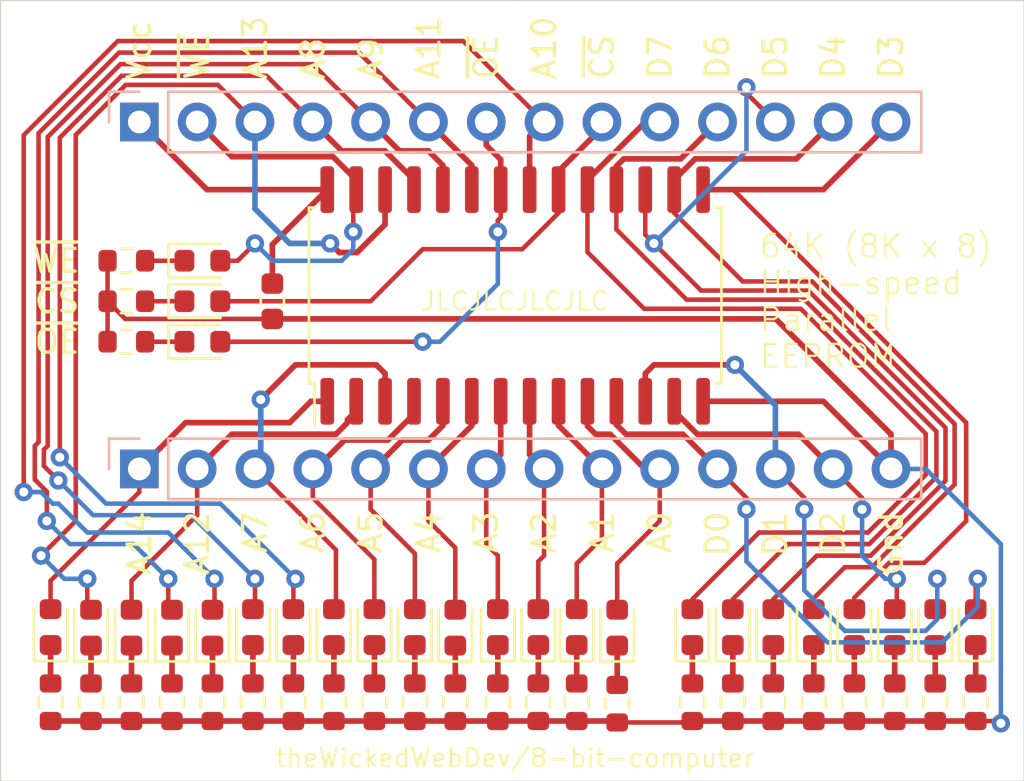
<source format=kicad_pcb>
(kicad_pcb (version 20171130) (host pcbnew "(5.1.10-1-10_14)")

  (general
    (thickness 1.6)
    (drawings 49)
    (tracks 350)
    (zones 0)
    (modules 56)
    (nets 55)
  )

  (page A4)
  (layers
    (0 F.Cu signal)
    (31 B.Cu signal)
    (32 B.Adhes user)
    (33 F.Adhes user)
    (34 B.Paste user)
    (35 F.Paste user)
    (36 B.SilkS user)
    (37 F.SilkS user)
    (38 B.Mask user)
    (39 F.Mask user)
    (40 Dwgs.User user)
    (41 Cmts.User user)
    (42 Eco1.User user)
    (43 Eco2.User user)
    (44 Edge.Cuts user)
    (45 Margin user)
    (46 B.CrtYd user)
    (47 F.CrtYd user)
    (48 B.Fab user)
    (49 F.Fab user hide)
  )

  (setup
    (last_trace_width 0.2)
    (user_trace_width 0.2)
    (trace_clearance 0.2)
    (zone_clearance 0.508)
    (zone_45_only no)
    (trace_min 0.2)
    (via_size 0.8)
    (via_drill 0.4)
    (via_min_size 0.4)
    (via_min_drill 0.3)
    (uvia_size 0.3)
    (uvia_drill 0.1)
    (uvias_allowed no)
    (uvia_min_size 0.2)
    (uvia_min_drill 0.1)
    (edge_width 0.05)
    (segment_width 0.2)
    (pcb_text_width 0.3)
    (pcb_text_size 1.5 1.5)
    (mod_edge_width 0.12)
    (mod_text_size 1 1)
    (mod_text_width 0.15)
    (pad_size 1.524 1.524)
    (pad_drill 0.762)
    (pad_to_mask_clearance 0)
    (aux_axis_origin 0 0)
    (visible_elements FFFFFF7F)
    (pcbplotparams
      (layerselection 0x010fc_ffffffff)
      (usegerberextensions false)
      (usegerberattributes true)
      (usegerberadvancedattributes true)
      (creategerberjobfile true)
      (excludeedgelayer true)
      (linewidth 0.100000)
      (plotframeref false)
      (viasonmask false)
      (mode 1)
      (useauxorigin false)
      (hpglpennumber 1)
      (hpglpenspeed 20)
      (hpglpendiameter 15.000000)
      (psnegative false)
      (psa4output false)
      (plotreference true)
      (plotvalue true)
      (plotinvisibletext false)
      (padsonsilk false)
      (subtractmaskfromsilk false)
      (outputformat 1)
      (mirror false)
      (drillshape 0)
      (scaleselection 1)
      (outputdirectory "GERBER"))
  )

  (net 0 "")
  (net 1 GND)
  (net 2 VCC)
  (net 3 "Net-(U2-Pad1)")
  (net 4 "Net-(U4-Pad1)")
  (net 5 "Net-(U6-Pad1)")
  (net 6 "Net-(U8-Pad1)")
  (net 7 "Net-(U10-Pad1)")
  (net 8 "Net-(U12-Pad1)")
  (net 9 "Net-(U14-Pad1)")
  (net 10 "Net-(U16-Pad1)")
  (net 11 "Net-(U18-Pad1)")
  (net 12 "Net-(U20-Pad1)")
  (net 13 "Net-(U22-Pad1)")
  (net 14 "Net-(U24-Pad1)")
  (net 15 "Net-(U26-Pad1)")
  (net 16 "Net-(U28-Pad1)")
  (net 17 "Net-(U30-Pad1)")
  (net 18 "Net-(U32-Pad1)")
  (net 19 "Net-(U34-Pad1)")
  (net 20 "Net-(U36-Pad1)")
  (net 21 "Net-(U38-Pad1)")
  (net 22 "Net-(U40-Pad1)")
  (net 23 "Net-(U42-Pad1)")
  (net 24 "Net-(U44-Pad1)")
  (net 25 "Net-(U46-Pad1)")
  (net 26 /A0)
  (net 27 /A1)
  (net 28 /A2)
  (net 29 /A3)
  (net 30 /A4)
  (net 31 /A5)
  (net 32 /A6)
  (net 33 /A7)
  (net 34 /A12)
  (net 35 /A14)
  (net 36 /A10)
  (net 37 /A11)
  (net 38 /A9)
  (net 39 /A8)
  (net 40 /A13)
  (net 41 "Net-(U48-Pad1)")
  (net 42 /D2)
  (net 43 /D1)
  (net 44 /D0)
  (net 45 /D3)
  (net 46 /D4)
  (net 47 /D5)
  (net 48 /D6)
  (net 49 /D7)
  (net 50 /~CS)
  (net 51 /~OE)
  (net 52 /~WE)
  (net 53 "Net-(U50-Pad1)")
  (net 54 "Net-(U52-Pad1)")

  (net_class Default "This is the default net class."
    (clearance 0.2)
    (trace_width 0.25)
    (via_dia 0.8)
    (via_drill 0.4)
    (uvia_dia 0.3)
    (uvia_drill 0.1)
    (add_net /A0)
    (add_net /A1)
    (add_net /A10)
    (add_net /A11)
    (add_net /A12)
    (add_net /A13)
    (add_net /A14)
    (add_net /A2)
    (add_net /A3)
    (add_net /A4)
    (add_net /A5)
    (add_net /A6)
    (add_net /A7)
    (add_net /A8)
    (add_net /A9)
    (add_net /D0)
    (add_net /D1)
    (add_net /D2)
    (add_net /D3)
    (add_net /D4)
    (add_net /D5)
    (add_net /D6)
    (add_net /D7)
    (add_net /~CS)
    (add_net /~OE)
    (add_net /~WE)
    (add_net GND)
    (add_net "Net-(U10-Pad1)")
    (add_net "Net-(U12-Pad1)")
    (add_net "Net-(U14-Pad1)")
    (add_net "Net-(U16-Pad1)")
    (add_net "Net-(U18-Pad1)")
    (add_net "Net-(U2-Pad1)")
    (add_net "Net-(U20-Pad1)")
    (add_net "Net-(U22-Pad1)")
    (add_net "Net-(U24-Pad1)")
    (add_net "Net-(U26-Pad1)")
    (add_net "Net-(U28-Pad1)")
    (add_net "Net-(U30-Pad1)")
    (add_net "Net-(U32-Pad1)")
    (add_net "Net-(U34-Pad1)")
    (add_net "Net-(U36-Pad1)")
    (add_net "Net-(U38-Pad1)")
    (add_net "Net-(U4-Pad1)")
    (add_net "Net-(U40-Pad1)")
    (add_net "Net-(U42-Pad1)")
    (add_net "Net-(U44-Pad1)")
    (add_net "Net-(U46-Pad1)")
    (add_net "Net-(U48-Pad1)")
    (add_net "Net-(U50-Pad1)")
    (add_net "Net-(U52-Pad1)")
    (add_net "Net-(U6-Pad1)")
    (add_net "Net-(U8-Pad1)")
    (add_net VCC)
  )

  (module Resistor_SMD:R_0603_1608Metric (layer F.Cu) (tedit 5F68FEEE) (tstamp 615D5C9F)
    (at 103.315 97.282)
    (descr "Resistor SMD 0603 (1608 Metric), square (rectangular) end terminal, IPC_7351 nominal, (Body size source: IPC-SM-782 page 72, https://www.pcb-3d.com/wordpress/wp-content/uploads/ipc-sm-782a_amendment_1_and_2.pdf), generated with kicad-footprint-generator")
    (tags resistor)
    (path /61D0F332)
    (attr smd)
    (fp_text reference U53 (at 0 -1.43) (layer F.SilkS) hide
      (effects (font (size 1 1) (thickness 0.15)))
    )
    (fp_text value 0603WAF1001T5E (at 0 1.43) (layer F.Fab) hide
      (effects (font (size 1 1) (thickness 0.15)))
    )
    (fp_text user %R (at 0 0) (layer F.Fab) hide
      (effects (font (size 0.4 0.4) (thickness 0.06)))
    )
    (fp_line (start -0.8 0.4125) (end -0.8 -0.4125) (layer F.Fab) (width 0.1))
    (fp_line (start -0.8 -0.4125) (end 0.8 -0.4125) (layer F.Fab) (width 0.1))
    (fp_line (start 0.8 -0.4125) (end 0.8 0.4125) (layer F.Fab) (width 0.1))
    (fp_line (start 0.8 0.4125) (end -0.8 0.4125) (layer F.Fab) (width 0.1))
    (fp_line (start -0.237258 -0.5225) (end 0.237258 -0.5225) (layer F.SilkS) (width 0.12))
    (fp_line (start -0.237258 0.5225) (end 0.237258 0.5225) (layer F.SilkS) (width 0.12))
    (fp_line (start -1.48 0.73) (end -1.48 -0.73) (layer F.CrtYd) (width 0.05))
    (fp_line (start -1.48 -0.73) (end 1.48 -0.73) (layer F.CrtYd) (width 0.05))
    (fp_line (start 1.48 -0.73) (end 1.48 0.73) (layer F.CrtYd) (width 0.05))
    (fp_line (start 1.48 0.73) (end -1.48 0.73) (layer F.CrtYd) (width 0.05))
    (pad 2 smd roundrect (at 0.825 0) (size 0.8 0.95) (layers F.Cu F.Paste F.Mask) (roundrect_rratio 0.25)
      (net 54 "Net-(U52-Pad1)"))
    (pad 1 smd roundrect (at -0.825 0) (size 0.8 0.95) (layers F.Cu F.Paste F.Mask) (roundrect_rratio 0.25)
      (net 1 GND))
    (model ${KISYS3DMOD}/Resistor_SMD.3dshapes/R_0603_1608Metric.wrl
      (at (xyz 0 0 0))
      (scale (xyz 1 1 1))
      (rotate (xyz 0 0 0))
    )
  )

  (module LED_SMD:LED_0603_1608Metric (layer F.Cu) (tedit 5F68FEF1) (tstamp 615D5C8E)
    (at 106.6545 97.282)
    (descr "LED SMD 0603 (1608 Metric), square (rectangular) end terminal, IPC_7351 nominal, (Body size source: http://www.tortai-tech.com/upload/download/2011102023233369053.pdf), generated with kicad-footprint-generator")
    (tags LED)
    (path /61D0E0D4)
    (attr smd)
    (fp_text reference U52 (at 0 -1.43) (layer F.SilkS) hide
      (effects (font (size 1 1) (thickness 0.15)))
    )
    (fp_text value 19-217_BHC-ZL1M2RY_3T (at 0 1.43) (layer F.Fab) hide
      (effects (font (size 1 1) (thickness 0.15)))
    )
    (fp_text user %R (at 0 0) (layer F.Fab) hide
      (effects (font (size 0.4 0.4) (thickness 0.06)))
    )
    (fp_line (start 0.8 -0.4) (end -0.5 -0.4) (layer F.Fab) (width 0.1))
    (fp_line (start -0.5 -0.4) (end -0.8 -0.1) (layer F.Fab) (width 0.1))
    (fp_line (start -0.8 -0.1) (end -0.8 0.4) (layer F.Fab) (width 0.1))
    (fp_line (start -0.8 0.4) (end 0.8 0.4) (layer F.Fab) (width 0.1))
    (fp_line (start 0.8 0.4) (end 0.8 -0.4) (layer F.Fab) (width 0.1))
    (fp_line (start 0.8 -0.735) (end -1.485 -0.735) (layer F.SilkS) (width 0.12))
    (fp_line (start -1.485 -0.735) (end -1.485 0.735) (layer F.SilkS) (width 0.12))
    (fp_line (start -1.485 0.735) (end 0.8 0.735) (layer F.SilkS) (width 0.12))
    (fp_line (start -1.48 0.73) (end -1.48 -0.73) (layer F.CrtYd) (width 0.05))
    (fp_line (start -1.48 -0.73) (end 1.48 -0.73) (layer F.CrtYd) (width 0.05))
    (fp_line (start 1.48 -0.73) (end 1.48 0.73) (layer F.CrtYd) (width 0.05))
    (fp_line (start 1.48 0.73) (end -1.48 0.73) (layer F.CrtYd) (width 0.05))
    (pad 2 smd roundrect (at 0.7875 0) (size 0.875 0.95) (layers F.Cu F.Paste F.Mask) (roundrect_rratio 0.25)
      (net 51 /~OE))
    (pad 1 smd roundrect (at -0.7875 0) (size 0.875 0.95) (layers F.Cu F.Paste F.Mask) (roundrect_rratio 0.25)
      (net 54 "Net-(U52-Pad1)"))
    (model ${KISYS3DMOD}/LED_SMD.3dshapes/LED_0603_1608Metric.wrl
      (at (xyz 0 0 0))
      (scale (xyz 1 1 1))
      (rotate (xyz 0 0 0))
    )
  )

  (module Resistor_SMD:R_0603_1608Metric (layer F.Cu) (tedit 5F68FEEE) (tstamp 615D5C7B)
    (at 103.315 93.726)
    (descr "Resistor SMD 0603 (1608 Metric), square (rectangular) end terminal, IPC_7351 nominal, (Body size source: IPC-SM-782 page 72, https://www.pcb-3d.com/wordpress/wp-content/uploads/ipc-sm-782a_amendment_1_and_2.pdf), generated with kicad-footprint-generator")
    (tags resistor)
    (path /61D2011E)
    (attr smd)
    (fp_text reference U51 (at 0 -1.43) (layer F.SilkS) hide
      (effects (font (size 1 1) (thickness 0.15)))
    )
    (fp_text value 0603WAF1001T5E (at 0 1.43) (layer F.Fab) hide
      (effects (font (size 1 1) (thickness 0.15)))
    )
    (fp_text user %R (at 0 0) (layer F.Fab) hide
      (effects (font (size 0.4 0.4) (thickness 0.06)))
    )
    (fp_line (start -0.8 0.4125) (end -0.8 -0.4125) (layer F.Fab) (width 0.1))
    (fp_line (start -0.8 -0.4125) (end 0.8 -0.4125) (layer F.Fab) (width 0.1))
    (fp_line (start 0.8 -0.4125) (end 0.8 0.4125) (layer F.Fab) (width 0.1))
    (fp_line (start 0.8 0.4125) (end -0.8 0.4125) (layer F.Fab) (width 0.1))
    (fp_line (start -0.237258 -0.5225) (end 0.237258 -0.5225) (layer F.SilkS) (width 0.12))
    (fp_line (start -0.237258 0.5225) (end 0.237258 0.5225) (layer F.SilkS) (width 0.12))
    (fp_line (start -1.48 0.73) (end -1.48 -0.73) (layer F.CrtYd) (width 0.05))
    (fp_line (start -1.48 -0.73) (end 1.48 -0.73) (layer F.CrtYd) (width 0.05))
    (fp_line (start 1.48 -0.73) (end 1.48 0.73) (layer F.CrtYd) (width 0.05))
    (fp_line (start 1.48 0.73) (end -1.48 0.73) (layer F.CrtYd) (width 0.05))
    (pad 2 smd roundrect (at 0.825 0) (size 0.8 0.95) (layers F.Cu F.Paste F.Mask) (roundrect_rratio 0.25)
      (net 53 "Net-(U50-Pad1)"))
    (pad 1 smd roundrect (at -0.825 0) (size 0.8 0.95) (layers F.Cu F.Paste F.Mask) (roundrect_rratio 0.25)
      (net 1 GND))
    (model ${KISYS3DMOD}/Resistor_SMD.3dshapes/R_0603_1608Metric.wrl
      (at (xyz 0 0 0))
      (scale (xyz 1 1 1))
      (rotate (xyz 0 0 0))
    )
  )

  (module LED_SMD:LED_0603_1608Metric (layer F.Cu) (tedit 5F68FEF1) (tstamp 615D5C6A)
    (at 106.6545 93.726)
    (descr "LED SMD 0603 (1608 Metric), square (rectangular) end terminal, IPC_7351 nominal, (Body size source: http://www.tortai-tech.com/upload/download/2011102023233369053.pdf), generated with kicad-footprint-generator")
    (tags LED)
    (path /61D20112)
    (attr smd)
    (fp_text reference U50 (at 0 -1.43) (layer F.SilkS) hide
      (effects (font (size 1 1) (thickness 0.15)))
    )
    (fp_text value 19-217_BHC-ZL1M2RY_3T (at 0 1.43) (layer F.Fab) hide
      (effects (font (size 1 1) (thickness 0.15)))
    )
    (fp_text user %R (at 0 0) (layer F.Fab) hide
      (effects (font (size 0.4 0.4) (thickness 0.06)))
    )
    (fp_line (start 0.8 -0.4) (end -0.5 -0.4) (layer F.Fab) (width 0.1))
    (fp_line (start -0.5 -0.4) (end -0.8 -0.1) (layer F.Fab) (width 0.1))
    (fp_line (start -0.8 -0.1) (end -0.8 0.4) (layer F.Fab) (width 0.1))
    (fp_line (start -0.8 0.4) (end 0.8 0.4) (layer F.Fab) (width 0.1))
    (fp_line (start 0.8 0.4) (end 0.8 -0.4) (layer F.Fab) (width 0.1))
    (fp_line (start 0.8 -0.735) (end -1.485 -0.735) (layer F.SilkS) (width 0.12))
    (fp_line (start -1.485 -0.735) (end -1.485 0.735) (layer F.SilkS) (width 0.12))
    (fp_line (start -1.485 0.735) (end 0.8 0.735) (layer F.SilkS) (width 0.12))
    (fp_line (start -1.48 0.73) (end -1.48 -0.73) (layer F.CrtYd) (width 0.05))
    (fp_line (start -1.48 -0.73) (end 1.48 -0.73) (layer F.CrtYd) (width 0.05))
    (fp_line (start 1.48 -0.73) (end 1.48 0.73) (layer F.CrtYd) (width 0.05))
    (fp_line (start 1.48 0.73) (end -1.48 0.73) (layer F.CrtYd) (width 0.05))
    (pad 2 smd roundrect (at 0.7875 0) (size 0.875 0.95) (layers F.Cu F.Paste F.Mask) (roundrect_rratio 0.25)
      (net 52 /~WE))
    (pad 1 smd roundrect (at -0.7875 0) (size 0.875 0.95) (layers F.Cu F.Paste F.Mask) (roundrect_rratio 0.25)
      (net 53 "Net-(U50-Pad1)"))
    (model ${KISYS3DMOD}/LED_SMD.3dshapes/LED_0603_1608Metric.wrl
      (at (xyz 0 0 0))
      (scale (xyz 1 1 1))
      (rotate (xyz 0 0 0))
    )
  )

  (module Resistor_SMD:R_0603_1608Metric (layer F.Cu) (tedit 5F68FEEE) (tstamp 615D5C57)
    (at 103.315 95.504)
    (descr "Resistor SMD 0603 (1608 Metric), square (rectangular) end terminal, IPC_7351 nominal, (Body size source: IPC-SM-782 page 72, https://www.pcb-3d.com/wordpress/wp-content/uploads/ipc-sm-782a_amendment_1_and_2.pdf), generated with kicad-footprint-generator")
    (tags resistor)
    (path /61D72EA3)
    (attr smd)
    (fp_text reference U49 (at 0 -1.43) (layer F.SilkS) hide
      (effects (font (size 1 1) (thickness 0.15)))
    )
    (fp_text value 0603WAF1001T5E (at 0 1.43) (layer F.Fab) hide
      (effects (font (size 1 1) (thickness 0.15)))
    )
    (fp_text user %R (at 0 0) (layer F.Fab) hide
      (effects (font (size 0.4 0.4) (thickness 0.06)))
    )
    (fp_line (start -0.8 0.4125) (end -0.8 -0.4125) (layer F.Fab) (width 0.1))
    (fp_line (start -0.8 -0.4125) (end 0.8 -0.4125) (layer F.Fab) (width 0.1))
    (fp_line (start 0.8 -0.4125) (end 0.8 0.4125) (layer F.Fab) (width 0.1))
    (fp_line (start 0.8 0.4125) (end -0.8 0.4125) (layer F.Fab) (width 0.1))
    (fp_line (start -0.237258 -0.5225) (end 0.237258 -0.5225) (layer F.SilkS) (width 0.12))
    (fp_line (start -0.237258 0.5225) (end 0.237258 0.5225) (layer F.SilkS) (width 0.12))
    (fp_line (start -1.48 0.73) (end -1.48 -0.73) (layer F.CrtYd) (width 0.05))
    (fp_line (start -1.48 -0.73) (end 1.48 -0.73) (layer F.CrtYd) (width 0.05))
    (fp_line (start 1.48 -0.73) (end 1.48 0.73) (layer F.CrtYd) (width 0.05))
    (fp_line (start 1.48 0.73) (end -1.48 0.73) (layer F.CrtYd) (width 0.05))
    (pad 2 smd roundrect (at 0.825 0) (size 0.8 0.95) (layers F.Cu F.Paste F.Mask) (roundrect_rratio 0.25)
      (net 41 "Net-(U48-Pad1)"))
    (pad 1 smd roundrect (at -0.825 0) (size 0.8 0.95) (layers F.Cu F.Paste F.Mask) (roundrect_rratio 0.25)
      (net 1 GND))
    (model ${KISYS3DMOD}/Resistor_SMD.3dshapes/R_0603_1608Metric.wrl
      (at (xyz 0 0 0))
      (scale (xyz 1 1 1))
      (rotate (xyz 0 0 0))
    )
  )

  (module LED_SMD:LED_0603_1608Metric (layer F.Cu) (tedit 5F68FEF1) (tstamp 615D5C46)
    (at 106.6545 95.504)
    (descr "LED SMD 0603 (1608 Metric), square (rectangular) end terminal, IPC_7351 nominal, (Body size source: http://www.tortai-tech.com/upload/download/2011102023233369053.pdf), generated with kicad-footprint-generator")
    (tags LED)
    (path /61D72E97)
    (attr smd)
    (fp_text reference U48 (at 0 -1.43) (layer F.SilkS) hide
      (effects (font (size 1 1) (thickness 0.15)))
    )
    (fp_text value 19-217_BHC-ZL1M2RY_3T (at 0 1.43) (layer F.Fab) hide
      (effects (font (size 1 1) (thickness 0.15)))
    )
    (fp_text user %R (at 0 0) (layer F.Fab) hide
      (effects (font (size 0.4 0.4) (thickness 0.06)))
    )
    (fp_line (start 0.8 -0.4) (end -0.5 -0.4) (layer F.Fab) (width 0.1))
    (fp_line (start -0.5 -0.4) (end -0.8 -0.1) (layer F.Fab) (width 0.1))
    (fp_line (start -0.8 -0.1) (end -0.8 0.4) (layer F.Fab) (width 0.1))
    (fp_line (start -0.8 0.4) (end 0.8 0.4) (layer F.Fab) (width 0.1))
    (fp_line (start 0.8 0.4) (end 0.8 -0.4) (layer F.Fab) (width 0.1))
    (fp_line (start 0.8 -0.735) (end -1.485 -0.735) (layer F.SilkS) (width 0.12))
    (fp_line (start -1.485 -0.735) (end -1.485 0.735) (layer F.SilkS) (width 0.12))
    (fp_line (start -1.485 0.735) (end 0.8 0.735) (layer F.SilkS) (width 0.12))
    (fp_line (start -1.48 0.73) (end -1.48 -0.73) (layer F.CrtYd) (width 0.05))
    (fp_line (start -1.48 -0.73) (end 1.48 -0.73) (layer F.CrtYd) (width 0.05))
    (fp_line (start 1.48 -0.73) (end 1.48 0.73) (layer F.CrtYd) (width 0.05))
    (fp_line (start 1.48 0.73) (end -1.48 0.73) (layer F.CrtYd) (width 0.05))
    (pad 2 smd roundrect (at 0.7875 0) (size 0.875 0.95) (layers F.Cu F.Paste F.Mask) (roundrect_rratio 0.25)
      (net 50 /~CS))
    (pad 1 smd roundrect (at -0.7875 0) (size 0.875 0.95) (layers F.Cu F.Paste F.Mask) (roundrect_rratio 0.25)
      (net 41 "Net-(U48-Pad1)"))
    (model ${KISYS3DMOD}/LED_SMD.3dshapes/LED_0603_1608Metric.wrl
      (at (xyz 0 0 0))
      (scale (xyz 1 1 1))
      (rotate (xyz 0 0 0))
    )
  )

  (module Capacitor_SMD:C_0603_1608Metric (layer F.Cu) (tedit 5F68FEEE) (tstamp 615D7114)
    (at 109.728 95.504 270)
    (descr "Capacitor SMD 0603 (1608 Metric), square (rectangular) end terminal, IPC_7351 nominal, (Body size source: IPC-SM-782 page 76, https://www.pcb-3d.com/wordpress/wp-content/uploads/ipc-sm-782a_amendment_1_and_2.pdf), generated with kicad-footprint-generator")
    (tags capacitor)
    (path /61CE52DA)
    (attr smd)
    (fp_text reference C1 (at 0 1.524 90) (layer F.SilkS) hide
      (effects (font (size 1 1) (thickness 0.15)))
    )
    (fp_text value 0603B103K500NT (at 0 1.43 90) (layer F.Fab) hide
      (effects (font (size 1 1) (thickness 0.15)))
    )
    (fp_text user %R (at 0 0 90) (layer F.Fab) hide
      (effects (font (size 0.4 0.4) (thickness 0.06)))
    )
    (fp_line (start -0.8 0.4) (end -0.8 -0.4) (layer F.Fab) (width 0.1))
    (fp_line (start -0.8 -0.4) (end 0.8 -0.4) (layer F.Fab) (width 0.1))
    (fp_line (start 0.8 -0.4) (end 0.8 0.4) (layer F.Fab) (width 0.1))
    (fp_line (start 0.8 0.4) (end -0.8 0.4) (layer F.Fab) (width 0.1))
    (fp_line (start -0.14058 -0.51) (end 0.14058 -0.51) (layer F.SilkS) (width 0.12))
    (fp_line (start -0.14058 0.51) (end 0.14058 0.51) (layer F.SilkS) (width 0.12))
    (fp_line (start -1.48 0.73) (end -1.48 -0.73) (layer F.CrtYd) (width 0.05))
    (fp_line (start -1.48 -0.73) (end 1.48 -0.73) (layer F.CrtYd) (width 0.05))
    (fp_line (start 1.48 -0.73) (end 1.48 0.73) (layer F.CrtYd) (width 0.05))
    (fp_line (start 1.48 0.73) (end -1.48 0.73) (layer F.CrtYd) (width 0.05))
    (pad 2 smd roundrect (at 0.775 0 270) (size 0.9 0.95) (layers F.Cu F.Paste F.Mask) (roundrect_rratio 0.25)
      (net 1 GND))
    (pad 1 smd roundrect (at -0.775 0 270) (size 0.9 0.95) (layers F.Cu F.Paste F.Mask) (roundrect_rratio 0.25)
      (net 2 VCC))
    (model ${KISYS3DMOD}/Capacitor_SMD.3dshapes/C_0603_1608Metric.wrl
      (at (xyz 0 0 0))
      (scale (xyz 1 1 1))
      (rotate (xyz 0 0 0))
    )
  )

  (module Package_SO:SOIC-28W_7.5x17.9mm_P1.27mm (layer F.Cu) (tedit 5D9F72B1) (tstamp 615CEE1C)
    (at 120.396 95.25 90)
    (descr "SOIC, 28 Pin (JEDEC MS-013AE, https://www.analog.com/media/en/package-pcb-resources/package/35833120341221rw_28.pdf), generated with kicad-footprint-generator ipc_gullwing_generator.py")
    (tags "SOIC SO")
    (path /615C1E43)
    (attr smd)
    (fp_text reference U1 (at 0 -9.9 90) (layer F.SilkS) hide
      (effects (font (size 1 1) (thickness 0.15)))
    )
    (fp_text value AT28HC64B-12SU (at 0 9.9 90) (layer F.Fab) hide
      (effects (font (size 1 1) (thickness 0.15)))
    )
    (fp_text user %R (at 0 0 90) (layer F.Fab) hide
      (effects (font (size 1 1) (thickness 0.15)))
    )
    (fp_line (start 0 9.06) (end 3.86 9.06) (layer F.SilkS) (width 0.12))
    (fp_line (start 3.86 9.06) (end 3.86 8.815) (layer F.SilkS) (width 0.12))
    (fp_line (start 0 9.06) (end -3.86 9.06) (layer F.SilkS) (width 0.12))
    (fp_line (start -3.86 9.06) (end -3.86 8.815) (layer F.SilkS) (width 0.12))
    (fp_line (start 0 -9.06) (end 3.86 -9.06) (layer F.SilkS) (width 0.12))
    (fp_line (start 3.86 -9.06) (end 3.86 -8.815) (layer F.SilkS) (width 0.12))
    (fp_line (start 0 -9.06) (end -3.86 -9.06) (layer F.SilkS) (width 0.12))
    (fp_line (start -3.86 -9.06) (end -3.86 -8.815) (layer F.SilkS) (width 0.12))
    (fp_line (start -3.86 -8.815) (end -5.675 -8.815) (layer F.SilkS) (width 0.12))
    (fp_line (start -2.75 -8.95) (end 3.75 -8.95) (layer F.Fab) (width 0.1))
    (fp_line (start 3.75 -8.95) (end 3.75 8.95) (layer F.Fab) (width 0.1))
    (fp_line (start 3.75 8.95) (end -3.75 8.95) (layer F.Fab) (width 0.1))
    (fp_line (start -3.75 8.95) (end -3.75 -7.95) (layer F.Fab) (width 0.1))
    (fp_line (start -3.75 -7.95) (end -2.75 -8.95) (layer F.Fab) (width 0.1))
    (fp_line (start -5.93 -9.2) (end -5.93 9.2) (layer F.CrtYd) (width 0.05))
    (fp_line (start -5.93 9.2) (end 5.93 9.2) (layer F.CrtYd) (width 0.05))
    (fp_line (start 5.93 9.2) (end 5.93 -9.2) (layer F.CrtYd) (width 0.05))
    (fp_line (start 5.93 -9.2) (end -5.93 -9.2) (layer F.CrtYd) (width 0.05))
    (pad 28 smd roundrect (at 4.65 -8.255 90) (size 2.05 0.6) (layers F.Cu F.Paste F.Mask) (roundrect_rratio 0.25)
      (net 2 VCC))
    (pad 27 smd roundrect (at 4.65 -6.985 90) (size 2.05 0.6) (layers F.Cu F.Paste F.Mask) (roundrect_rratio 0.25)
      (net 52 /~WE))
    (pad 26 smd roundrect (at 4.65 -5.715 90) (size 2.05 0.6) (layers F.Cu F.Paste F.Mask) (roundrect_rratio 0.25)
      (net 40 /A13))
    (pad 25 smd roundrect (at 4.65 -4.445 90) (size 2.05 0.6) (layers F.Cu F.Paste F.Mask) (roundrect_rratio 0.25)
      (net 39 /A8))
    (pad 24 smd roundrect (at 4.65 -3.175 90) (size 2.05 0.6) (layers F.Cu F.Paste F.Mask) (roundrect_rratio 0.25)
      (net 38 /A9))
    (pad 23 smd roundrect (at 4.65 -1.905 90) (size 2.05 0.6) (layers F.Cu F.Paste F.Mask) (roundrect_rratio 0.25)
      (net 37 /A11))
    (pad 22 smd roundrect (at 4.65 -0.635 90) (size 2.05 0.6) (layers F.Cu F.Paste F.Mask) (roundrect_rratio 0.25)
      (net 51 /~OE))
    (pad 21 smd roundrect (at 4.65 0.635 90) (size 2.05 0.6) (layers F.Cu F.Paste F.Mask) (roundrect_rratio 0.25)
      (net 36 /A10))
    (pad 20 smd roundrect (at 4.65 1.905 90) (size 2.05 0.6) (layers F.Cu F.Paste F.Mask) (roundrect_rratio 0.25)
      (net 50 /~CS))
    (pad 19 smd roundrect (at 4.65 3.175 90) (size 2.05 0.6) (layers F.Cu F.Paste F.Mask) (roundrect_rratio 0.25)
      (net 49 /D7))
    (pad 18 smd roundrect (at 4.65 4.445 90) (size 2.05 0.6) (layers F.Cu F.Paste F.Mask) (roundrect_rratio 0.25)
      (net 48 /D6))
    (pad 17 smd roundrect (at 4.65 5.715 90) (size 2.05 0.6) (layers F.Cu F.Paste F.Mask) (roundrect_rratio 0.25)
      (net 47 /D5))
    (pad 16 smd roundrect (at 4.65 6.985 90) (size 2.05 0.6) (layers F.Cu F.Paste F.Mask) (roundrect_rratio 0.25)
      (net 46 /D4))
    (pad 15 smd roundrect (at 4.65 8.255 90) (size 2.05 0.6) (layers F.Cu F.Paste F.Mask) (roundrect_rratio 0.25)
      (net 45 /D3))
    (pad 14 smd roundrect (at -4.65 8.255 90) (size 2.05 0.6) (layers F.Cu F.Paste F.Mask) (roundrect_rratio 0.25)
      (net 1 GND))
    (pad 13 smd roundrect (at -4.65 6.985 90) (size 2.05 0.6) (layers F.Cu F.Paste F.Mask) (roundrect_rratio 0.25)
      (net 42 /D2))
    (pad 12 smd roundrect (at -4.65 5.715 90) (size 2.05 0.6) (layers F.Cu F.Paste F.Mask) (roundrect_rratio 0.25)
      (net 43 /D1))
    (pad 11 smd roundrect (at -4.65 4.445 90) (size 2.05 0.6) (layers F.Cu F.Paste F.Mask) (roundrect_rratio 0.25)
      (net 44 /D0))
    (pad 10 smd roundrect (at -4.65 3.175 90) (size 2.05 0.6) (layers F.Cu F.Paste F.Mask) (roundrect_rratio 0.25)
      (net 26 /A0))
    (pad 9 smd roundrect (at -4.65 1.905 90) (size 2.05 0.6) (layers F.Cu F.Paste F.Mask) (roundrect_rratio 0.25)
      (net 27 /A1))
    (pad 8 smd roundrect (at -4.65 0.635 90) (size 2.05 0.6) (layers F.Cu F.Paste F.Mask) (roundrect_rratio 0.25)
      (net 28 /A2))
    (pad 7 smd roundrect (at -4.65 -0.635 90) (size 2.05 0.6) (layers F.Cu F.Paste F.Mask) (roundrect_rratio 0.25)
      (net 29 /A3))
    (pad 6 smd roundrect (at -4.65 -1.905 90) (size 2.05 0.6) (layers F.Cu F.Paste F.Mask) (roundrect_rratio 0.25)
      (net 30 /A4))
    (pad 5 smd roundrect (at -4.65 -3.175 90) (size 2.05 0.6) (layers F.Cu F.Paste F.Mask) (roundrect_rratio 0.25)
      (net 31 /A5))
    (pad 4 smd roundrect (at -4.65 -4.445 90) (size 2.05 0.6) (layers F.Cu F.Paste F.Mask) (roundrect_rratio 0.25)
      (net 32 /A6))
    (pad 3 smd roundrect (at -4.65 -5.715 90) (size 2.05 0.6) (layers F.Cu F.Paste F.Mask) (roundrect_rratio 0.25)
      (net 33 /A7))
    (pad 2 smd roundrect (at -4.65 -6.985 90) (size 2.05 0.6) (layers F.Cu F.Paste F.Mask) (roundrect_rratio 0.25)
      (net 34 /A12))
    (pad 1 smd roundrect (at -4.65 -8.255 90) (size 2.05 0.6) (layers F.Cu F.Paste F.Mask) (roundrect_rratio 0.25)
      (net 35 /A14))
    (model ${KISYS3DMOD}/Package_SO.3dshapes/SOIC-28W_7.5x17.9mm_P1.27mm.wrl
      (at (xyz 0 0 0))
      (scale (xyz 1 1 1))
      (rotate (xyz 0 0 0))
    )
  )

  (module Resistor_SMD:R_0603_1608Metric (layer F.Cu) (tedit 5F68FEEE) (tstamp 615D31EE)
    (at 124.878 113.183 270)
    (descr "Resistor SMD 0603 (1608 Metric), square (rectangular) end terminal, IPC_7351 nominal, (Body size source: IPC-SM-782 page 72, https://www.pcb-3d.com/wordpress/wp-content/uploads/ipc-sm-782a_amendment_1_and_2.pdf), generated with kicad-footprint-generator")
    (tags resistor)
    (path /6172E59C)
    (attr smd)
    (fp_text reference U31 (at 0 -1.43 90) (layer F.SilkS) hide
      (effects (font (size 0.5 0.5) (thickness 0.1)))
    )
    (fp_text value 0603WAF1001T5E (at 0 1.43 90) (layer F.Fab) hide
      (effects (font (size 0.5 0.5) (thickness 0.1)))
    )
    (fp_line (start 1.48 0.73) (end -1.48 0.73) (layer F.CrtYd) (width 0.05))
    (fp_line (start 1.48 -0.73) (end 1.48 0.73) (layer F.CrtYd) (width 0.05))
    (fp_line (start -1.48 -0.73) (end 1.48 -0.73) (layer F.CrtYd) (width 0.05))
    (fp_line (start -1.48 0.73) (end -1.48 -0.73) (layer F.CrtYd) (width 0.05))
    (fp_line (start -0.237258 0.5225) (end 0.237258 0.5225) (layer F.SilkS) (width 0.12))
    (fp_line (start -0.237258 -0.5225) (end 0.237258 -0.5225) (layer F.SilkS) (width 0.12))
    (fp_line (start 0.8 0.4125) (end -0.8 0.4125) (layer F.Fab) (width 0.1))
    (fp_line (start 0.8 -0.4125) (end 0.8 0.4125) (layer F.Fab) (width 0.1))
    (fp_line (start -0.8 -0.4125) (end 0.8 -0.4125) (layer F.Fab) (width 0.1))
    (fp_line (start -0.8 0.4125) (end -0.8 -0.4125) (layer F.Fab) (width 0.1))
    (fp_text user %R (at 0 0 90) (layer F.Fab) hide
      (effects (font (size 0.5 0.5) (thickness 0.1)))
    )
    (pad 2 smd roundrect (at 0.825 0 270) (size 0.8 0.95) (layers F.Cu F.Paste F.Mask) (roundrect_rratio 0.25)
      (net 1 GND))
    (pad 1 smd roundrect (at -0.825 0 270) (size 0.8 0.95) (layers F.Cu F.Paste F.Mask) (roundrect_rratio 0.25)
      (net 17 "Net-(U30-Pad1)"))
    (model ${KISYS3DMOD}/Resistor_SMD.3dshapes/R_0603_1608Metric.wrl
      (at (xyz 0 0 0))
      (scale (xyz 1 1 1))
      (rotate (xyz 0 0 0))
    )
  )

  (module LED_SMD:LED_0603_1608Metric (layer F.Cu) (tedit 5F68FEF1) (tstamp 61567AB3)
    (at 124.878 109.8435 90)
    (descr "LED SMD 0603 (1608 Metric), square (rectangular) end terminal, IPC_7351 nominal, (Body size source: http://www.tortai-tech.com/upload/download/2011102023233369053.pdf), generated with kicad-footprint-generator")
    (tags LED)
    (path /6172E594)
    (attr smd)
    (fp_text reference U30 (at 0 -1.43 90) (layer F.SilkS) hide
      (effects (font (size 0.5 0.5) (thickness 0.1)))
    )
    (fp_text value "19-213_Y2C-CQ2R2L_3T(CY)" (at 0 1.43 90) (layer F.Fab) hide
      (effects (font (size 0.5 0.5) (thickness 0.1)))
    )
    (fp_line (start 1.48 0.73) (end -1.48 0.73) (layer F.CrtYd) (width 0.05))
    (fp_line (start 1.48 -0.73) (end 1.48 0.73) (layer F.CrtYd) (width 0.05))
    (fp_line (start -1.48 -0.73) (end 1.48 -0.73) (layer F.CrtYd) (width 0.05))
    (fp_line (start -1.48 0.73) (end -1.48 -0.73) (layer F.CrtYd) (width 0.05))
    (fp_line (start -1.485 0.735) (end 0.8 0.735) (layer F.SilkS) (width 0.12))
    (fp_line (start -1.485 -0.735) (end -1.485 0.735) (layer F.SilkS) (width 0.12))
    (fp_line (start 0.8 -0.735) (end -1.485 -0.735) (layer F.SilkS) (width 0.12))
    (fp_line (start 0.8 0.4) (end 0.8 -0.4) (layer F.Fab) (width 0.1))
    (fp_line (start -0.8 0.4) (end 0.8 0.4) (layer F.Fab) (width 0.1))
    (fp_line (start -0.8 -0.1) (end -0.8 0.4) (layer F.Fab) (width 0.1))
    (fp_line (start -0.5 -0.4) (end -0.8 -0.1) (layer F.Fab) (width 0.1))
    (fp_line (start 0.8 -0.4) (end -0.5 -0.4) (layer F.Fab) (width 0.1))
    (fp_text user %R (at 0 0 90) (layer F.Fab) hide
      (effects (font (size 0.5 0.5) (thickness 0.1)))
    )
    (pad 2 smd roundrect (at 0.7875 0 90) (size 0.875 0.95) (layers F.Cu F.Paste F.Mask) (roundrect_rratio 0.25)
      (net 26 /A0))
    (pad 1 smd roundrect (at -0.7875 0 90) (size 0.875 0.95) (layers F.Cu F.Paste F.Mask) (roundrect_rratio 0.25)
      (net 17 "Net-(U30-Pad1)"))
    (model ${KISYS3DMOD}/LED_SMD.3dshapes/LED_0603_1608Metric.wrl
      (at (xyz 0 0 0))
      (scale (xyz 1 1 1))
      (rotate (xyz 0 0 0))
    )
  )

  (module Resistor_SMD:R_0603_1608Metric (layer F.Cu) (tedit 5F68FEEE) (tstamp 615D317D)
    (at 123.1 113.12 270)
    (descr "Resistor SMD 0603 (1608 Metric), square (rectangular) end terminal, IPC_7351 nominal, (Body size source: IPC-SM-782 page 72, https://www.pcb-3d.com/wordpress/wp-content/uploads/ipc-sm-782a_amendment_1_and_2.pdf), generated with kicad-footprint-generator")
    (tags resistor)
    (path /6172E58B)
    (attr smd)
    (fp_text reference U29 (at 0 -1.43 90) (layer F.SilkS) hide
      (effects (font (size 0.5 0.5) (thickness 0.1)))
    )
    (fp_text value 0603WAF1001T5E (at 0 1.43 90) (layer F.Fab) hide
      (effects (font (size 0.5 0.5) (thickness 0.1)))
    )
    (fp_line (start 1.48 0.73) (end -1.48 0.73) (layer F.CrtYd) (width 0.05))
    (fp_line (start 1.48 -0.73) (end 1.48 0.73) (layer F.CrtYd) (width 0.05))
    (fp_line (start -1.48 -0.73) (end 1.48 -0.73) (layer F.CrtYd) (width 0.05))
    (fp_line (start -1.48 0.73) (end -1.48 -0.73) (layer F.CrtYd) (width 0.05))
    (fp_line (start -0.237258 0.5225) (end 0.237258 0.5225) (layer F.SilkS) (width 0.12))
    (fp_line (start -0.237258 -0.5225) (end 0.237258 -0.5225) (layer F.SilkS) (width 0.12))
    (fp_line (start 0.8 0.4125) (end -0.8 0.4125) (layer F.Fab) (width 0.1))
    (fp_line (start 0.8 -0.4125) (end 0.8 0.4125) (layer F.Fab) (width 0.1))
    (fp_line (start -0.8 -0.4125) (end 0.8 -0.4125) (layer F.Fab) (width 0.1))
    (fp_line (start -0.8 0.4125) (end -0.8 -0.4125) (layer F.Fab) (width 0.1))
    (fp_text user %R (at 0 0 90) (layer F.Fab) hide
      (effects (font (size 0.5 0.5) (thickness 0.1)))
    )
    (pad 2 smd roundrect (at 0.825 0 270) (size 0.8 0.95) (layers F.Cu F.Paste F.Mask) (roundrect_rratio 0.25)
      (net 1 GND))
    (pad 1 smd roundrect (at -0.825 0 270) (size 0.8 0.95) (layers F.Cu F.Paste F.Mask) (roundrect_rratio 0.25)
      (net 16 "Net-(U28-Pad1)"))
    (model ${KISYS3DMOD}/Resistor_SMD.3dshapes/R_0603_1608Metric.wrl
      (at (xyz 0 0 0))
      (scale (xyz 1 1 1))
      (rotate (xyz 0 0 0))
    )
  )

  (module LED_SMD:LED_0603_1608Metric (layer F.Cu) (tedit 5F68FEF1) (tstamp 61567A8F)
    (at 123.1 109.818 90)
    (descr "LED SMD 0603 (1608 Metric), square (rectangular) end terminal, IPC_7351 nominal, (Body size source: http://www.tortai-tech.com/upload/download/2011102023233369053.pdf), generated with kicad-footprint-generator")
    (tags LED)
    (path /6172E583)
    (attr smd)
    (fp_text reference U28 (at 0 -1.43 90) (layer F.SilkS) hide
      (effects (font (size 0.5 0.5) (thickness 0.1)))
    )
    (fp_text value "19-213_Y2C-CQ2R2L_3T(CY)" (at 0 1.43 90) (layer F.Fab) hide
      (effects (font (size 0.5 0.5) (thickness 0.1)))
    )
    (fp_line (start 1.48 0.73) (end -1.48 0.73) (layer F.CrtYd) (width 0.05))
    (fp_line (start 1.48 -0.73) (end 1.48 0.73) (layer F.CrtYd) (width 0.05))
    (fp_line (start -1.48 -0.73) (end 1.48 -0.73) (layer F.CrtYd) (width 0.05))
    (fp_line (start -1.48 0.73) (end -1.48 -0.73) (layer F.CrtYd) (width 0.05))
    (fp_line (start -1.485 0.735) (end 0.8 0.735) (layer F.SilkS) (width 0.12))
    (fp_line (start -1.485 -0.735) (end -1.485 0.735) (layer F.SilkS) (width 0.12))
    (fp_line (start 0.8 -0.735) (end -1.485 -0.735) (layer F.SilkS) (width 0.12))
    (fp_line (start 0.8 0.4) (end 0.8 -0.4) (layer F.Fab) (width 0.1))
    (fp_line (start -0.8 0.4) (end 0.8 0.4) (layer F.Fab) (width 0.1))
    (fp_line (start -0.8 -0.1) (end -0.8 0.4) (layer F.Fab) (width 0.1))
    (fp_line (start -0.5 -0.4) (end -0.8 -0.1) (layer F.Fab) (width 0.1))
    (fp_line (start 0.8 -0.4) (end -0.5 -0.4) (layer F.Fab) (width 0.1))
    (fp_text user %R (at 0 0 90) (layer F.Fab) hide
      (effects (font (size 0.5 0.5) (thickness 0.1)))
    )
    (pad 2 smd roundrect (at 0.7875 0 90) (size 0.875 0.95) (layers F.Cu F.Paste F.Mask) (roundrect_rratio 0.25)
      (net 27 /A1))
    (pad 1 smd roundrect (at -0.7875 0 90) (size 0.875 0.95) (layers F.Cu F.Paste F.Mask) (roundrect_rratio 0.25)
      (net 16 "Net-(U28-Pad1)"))
    (model ${KISYS3DMOD}/LED_SMD.3dshapes/LED_0603_1608Metric.wrl
      (at (xyz 0 0 0))
      (scale (xyz 1 1 1))
      (rotate (xyz 0 0 0))
    )
  )

  (module Resistor_SMD:R_0603_1608Metric (layer F.Cu) (tedit 5F68FEEE) (tstamp 61567A7C)
    (at 121.412 113.12 270)
    (descr "Resistor SMD 0603 (1608 Metric), square (rectangular) end terminal, IPC_7351 nominal, (Body size source: IPC-SM-782 page 72, https://www.pcb-3d.com/wordpress/wp-content/uploads/ipc-sm-782a_amendment_1_and_2.pdf), generated with kicad-footprint-generator")
    (tags resistor)
    (path /6172E57A)
    (attr smd)
    (fp_text reference U27 (at 0 -1.43 90) (layer F.SilkS) hide
      (effects (font (size 0.5 0.5) (thickness 0.1)))
    )
    (fp_text value 0603WAF1001T5E (at 0 1.43 90) (layer F.Fab) hide
      (effects (font (size 0.5 0.5) (thickness 0.1)))
    )
    (fp_line (start 1.48 0.73) (end -1.48 0.73) (layer F.CrtYd) (width 0.05))
    (fp_line (start 1.48 -0.73) (end 1.48 0.73) (layer F.CrtYd) (width 0.05))
    (fp_line (start -1.48 -0.73) (end 1.48 -0.73) (layer F.CrtYd) (width 0.05))
    (fp_line (start -1.48 0.73) (end -1.48 -0.73) (layer F.CrtYd) (width 0.05))
    (fp_line (start -0.237258 0.5225) (end 0.237258 0.5225) (layer F.SilkS) (width 0.12))
    (fp_line (start -0.237258 -0.5225) (end 0.237258 -0.5225) (layer F.SilkS) (width 0.12))
    (fp_line (start 0.8 0.4125) (end -0.8 0.4125) (layer F.Fab) (width 0.1))
    (fp_line (start 0.8 -0.4125) (end 0.8 0.4125) (layer F.Fab) (width 0.1))
    (fp_line (start -0.8 -0.4125) (end 0.8 -0.4125) (layer F.Fab) (width 0.1))
    (fp_line (start -0.8 0.4125) (end -0.8 -0.4125) (layer F.Fab) (width 0.1))
    (fp_text user %R (at 0 0 90) (layer F.Fab) hide
      (effects (font (size 0.5 0.5) (thickness 0.1)))
    )
    (pad 2 smd roundrect (at 0.825 0 270) (size 0.8 0.95) (layers F.Cu F.Paste F.Mask) (roundrect_rratio 0.25)
      (net 1 GND))
    (pad 1 smd roundrect (at -0.825 0 270) (size 0.8 0.95) (layers F.Cu F.Paste F.Mask) (roundrect_rratio 0.25)
      (net 15 "Net-(U26-Pad1)"))
    (model ${KISYS3DMOD}/Resistor_SMD.3dshapes/R_0603_1608Metric.wrl
      (at (xyz 0 0 0))
      (scale (xyz 1 1 1))
      (rotate (xyz 0 0 0))
    )
  )

  (module LED_SMD:LED_0603_1608Metric (layer F.Cu) (tedit 5F68FEF1) (tstamp 61567A6B)
    (at 121.412 109.818 90)
    (descr "LED SMD 0603 (1608 Metric), square (rectangular) end terminal, IPC_7351 nominal, (Body size source: http://www.tortai-tech.com/upload/download/2011102023233369053.pdf), generated with kicad-footprint-generator")
    (tags LED)
    (path /6172E572)
    (attr smd)
    (fp_text reference U26 (at 0 -1.43 90) (layer F.SilkS) hide
      (effects (font (size 0.5 0.5) (thickness 0.1)))
    )
    (fp_text value "19-213_Y2C-CQ2R2L_3T(CY)" (at 0 1.43 90) (layer F.Fab) hide
      (effects (font (size 0.5 0.5) (thickness 0.1)))
    )
    (fp_text user %R (at 0 0 90) (layer F.Fab) hide
      (effects (font (size 0.5 0.5) (thickness 0.1)))
    )
    (fp_line (start 0.8 -0.4) (end -0.5 -0.4) (layer F.Fab) (width 0.1))
    (fp_line (start -0.5 -0.4) (end -0.8 -0.1) (layer F.Fab) (width 0.1))
    (fp_line (start -0.8 -0.1) (end -0.8 0.4) (layer F.Fab) (width 0.1))
    (fp_line (start -0.8 0.4) (end 0.8 0.4) (layer F.Fab) (width 0.1))
    (fp_line (start 0.8 0.4) (end 0.8 -0.4) (layer F.Fab) (width 0.1))
    (fp_line (start 0.8 -0.735) (end -1.485 -0.735) (layer F.SilkS) (width 0.12))
    (fp_line (start -1.485 -0.735) (end -1.485 0.735) (layer F.SilkS) (width 0.12))
    (fp_line (start -1.485 0.735) (end 0.8 0.735) (layer F.SilkS) (width 0.12))
    (fp_line (start -1.48 0.73) (end -1.48 -0.73) (layer F.CrtYd) (width 0.05))
    (fp_line (start -1.48 -0.73) (end 1.48 -0.73) (layer F.CrtYd) (width 0.05))
    (fp_line (start 1.48 -0.73) (end 1.48 0.73) (layer F.CrtYd) (width 0.05))
    (fp_line (start 1.48 0.73) (end -1.48 0.73) (layer F.CrtYd) (width 0.05))
    (pad 1 smd roundrect (at -0.7875 0 90) (size 0.875 0.95) (layers F.Cu F.Paste F.Mask) (roundrect_rratio 0.25)
      (net 15 "Net-(U26-Pad1)"))
    (pad 2 smd roundrect (at 0.7875 0 90) (size 0.875 0.95) (layers F.Cu F.Paste F.Mask) (roundrect_rratio 0.25)
      (net 28 /A2))
    (model ${KISYS3DMOD}/LED_SMD.3dshapes/LED_0603_1608Metric.wrl
      (at (xyz 0 0 0))
      (scale (xyz 1 1 1))
      (rotate (xyz 0 0 0))
    )
  )

  (module Resistor_SMD:R_0603_1608Metric (layer F.Cu) (tedit 5F68FEEE) (tstamp 61567A58)
    (at 119.634 113.12 270)
    (descr "Resistor SMD 0603 (1608 Metric), square (rectangular) end terminal, IPC_7351 nominal, (Body size source: IPC-SM-782 page 72, https://www.pcb-3d.com/wordpress/wp-content/uploads/ipc-sm-782a_amendment_1_and_2.pdf), generated with kicad-footprint-generator")
    (tags resistor)
    (path /6172E569)
    (attr smd)
    (fp_text reference U25 (at 0 -1.43 90) (layer F.SilkS) hide
      (effects (font (size 0.5 0.5) (thickness 0.1)))
    )
    (fp_text value 0603WAF1001T5E (at 0 1.43 90) (layer F.Fab) hide
      (effects (font (size 0.5 0.5) (thickness 0.1)))
    )
    (fp_line (start 1.48 0.73) (end -1.48 0.73) (layer F.CrtYd) (width 0.05))
    (fp_line (start 1.48 -0.73) (end 1.48 0.73) (layer F.CrtYd) (width 0.05))
    (fp_line (start -1.48 -0.73) (end 1.48 -0.73) (layer F.CrtYd) (width 0.05))
    (fp_line (start -1.48 0.73) (end -1.48 -0.73) (layer F.CrtYd) (width 0.05))
    (fp_line (start -0.237258 0.5225) (end 0.237258 0.5225) (layer F.SilkS) (width 0.12))
    (fp_line (start -0.237258 -0.5225) (end 0.237258 -0.5225) (layer F.SilkS) (width 0.12))
    (fp_line (start 0.8 0.4125) (end -0.8 0.4125) (layer F.Fab) (width 0.1))
    (fp_line (start 0.8 -0.4125) (end 0.8 0.4125) (layer F.Fab) (width 0.1))
    (fp_line (start -0.8 -0.4125) (end 0.8 -0.4125) (layer F.Fab) (width 0.1))
    (fp_line (start -0.8 0.4125) (end -0.8 -0.4125) (layer F.Fab) (width 0.1))
    (fp_text user %R (at 0 0 90) (layer F.Fab) hide
      (effects (font (size 0.5 0.5) (thickness 0.1)))
    )
    (pad 2 smd roundrect (at 0.825 0 270) (size 0.8 0.95) (layers F.Cu F.Paste F.Mask) (roundrect_rratio 0.25)
      (net 1 GND))
    (pad 1 smd roundrect (at -0.825 0 270) (size 0.8 0.95) (layers F.Cu F.Paste F.Mask) (roundrect_rratio 0.25)
      (net 14 "Net-(U24-Pad1)"))
    (model ${KISYS3DMOD}/Resistor_SMD.3dshapes/R_0603_1608Metric.wrl
      (at (xyz 0 0 0))
      (scale (xyz 1 1 1))
      (rotate (xyz 0 0 0))
    )
  )

  (module LED_SMD:LED_0603_1608Metric (layer F.Cu) (tedit 5F68FEF1) (tstamp 61567A47)
    (at 119.634 109.818 90)
    (descr "LED SMD 0603 (1608 Metric), square (rectangular) end terminal, IPC_7351 nominal, (Body size source: http://www.tortai-tech.com/upload/download/2011102023233369053.pdf), generated with kicad-footprint-generator")
    (tags LED)
    (path /6172E561)
    (attr smd)
    (fp_text reference U24 (at 0 -1.43 90) (layer F.SilkS) hide
      (effects (font (size 0.5 0.5) (thickness 0.1)))
    )
    (fp_text value "19-213_Y2C-CQ2R2L_3T(CY)" (at 0 1.43 90) (layer F.Fab) hide
      (effects (font (size 0.5 0.5) (thickness 0.1)))
    )
    (fp_line (start 1.48 0.73) (end -1.48 0.73) (layer F.CrtYd) (width 0.05))
    (fp_line (start 1.48 -0.73) (end 1.48 0.73) (layer F.CrtYd) (width 0.05))
    (fp_line (start -1.48 -0.73) (end 1.48 -0.73) (layer F.CrtYd) (width 0.05))
    (fp_line (start -1.48 0.73) (end -1.48 -0.73) (layer F.CrtYd) (width 0.05))
    (fp_line (start -1.485 0.735) (end 0.8 0.735) (layer F.SilkS) (width 0.12))
    (fp_line (start -1.485 -0.735) (end -1.485 0.735) (layer F.SilkS) (width 0.12))
    (fp_line (start 0.8 -0.735) (end -1.485 -0.735) (layer F.SilkS) (width 0.12))
    (fp_line (start 0.8 0.4) (end 0.8 -0.4) (layer F.Fab) (width 0.1))
    (fp_line (start -0.8 0.4) (end 0.8 0.4) (layer F.Fab) (width 0.1))
    (fp_line (start -0.8 -0.1) (end -0.8 0.4) (layer F.Fab) (width 0.1))
    (fp_line (start -0.5 -0.4) (end -0.8 -0.1) (layer F.Fab) (width 0.1))
    (fp_line (start 0.8 -0.4) (end -0.5 -0.4) (layer F.Fab) (width 0.1))
    (fp_text user %R (at 0 0 90) (layer F.Fab) hide
      (effects (font (size 0.5 0.5) (thickness 0.1)))
    )
    (pad 2 smd roundrect (at 0.7875 0 90) (size 0.875 0.95) (layers F.Cu F.Paste F.Mask) (roundrect_rratio 0.25)
      (net 29 /A3))
    (pad 1 smd roundrect (at -0.7875 0 90) (size 0.875 0.95) (layers F.Cu F.Paste F.Mask) (roundrect_rratio 0.25)
      (net 14 "Net-(U24-Pad1)"))
    (model ${KISYS3DMOD}/LED_SMD.3dshapes/LED_0603_1608Metric.wrl
      (at (xyz 0 0 0))
      (scale (xyz 1 1 1))
      (rotate (xyz 0 0 0))
    )
  )

  (module Resistor_SMD:R_0603_1608Metric (layer F.Cu) (tedit 5F68FEEE) (tstamp 61567A34)
    (at 117.766 113.12 270)
    (descr "Resistor SMD 0603 (1608 Metric), square (rectangular) end terminal, IPC_7351 nominal, (Body size source: IPC-SM-782 page 72, https://www.pcb-3d.com/wordpress/wp-content/uploads/ipc-sm-782a_amendment_1_and_2.pdf), generated with kicad-footprint-generator")
    (tags resistor)
    (path /6172E558)
    (attr smd)
    (fp_text reference U23 (at 0 -1.43 90) (layer F.SilkS) hide
      (effects (font (size 0.5 0.5) (thickness 0.1)))
    )
    (fp_text value 0603WAF1001T5E (at 0 1.43 90) (layer F.Fab) hide
      (effects (font (size 0.5 0.5) (thickness 0.1)))
    )
    (fp_line (start 1.48 0.73) (end -1.48 0.73) (layer F.CrtYd) (width 0.05))
    (fp_line (start 1.48 -0.73) (end 1.48 0.73) (layer F.CrtYd) (width 0.05))
    (fp_line (start -1.48 -0.73) (end 1.48 -0.73) (layer F.CrtYd) (width 0.05))
    (fp_line (start -1.48 0.73) (end -1.48 -0.73) (layer F.CrtYd) (width 0.05))
    (fp_line (start -0.237258 0.5225) (end 0.237258 0.5225) (layer F.SilkS) (width 0.12))
    (fp_line (start -0.237258 -0.5225) (end 0.237258 -0.5225) (layer F.SilkS) (width 0.12))
    (fp_line (start 0.8 0.4125) (end -0.8 0.4125) (layer F.Fab) (width 0.1))
    (fp_line (start 0.8 -0.4125) (end 0.8 0.4125) (layer F.Fab) (width 0.1))
    (fp_line (start -0.8 -0.4125) (end 0.8 -0.4125) (layer F.Fab) (width 0.1))
    (fp_line (start -0.8 0.4125) (end -0.8 -0.4125) (layer F.Fab) (width 0.1))
    (fp_text user %R (at 0 0 90) (layer F.Fab) hide
      (effects (font (size 0.5 0.5) (thickness 0.1)))
    )
    (pad 2 smd roundrect (at 0.825 0 270) (size 0.8 0.95) (layers F.Cu F.Paste F.Mask) (roundrect_rratio 0.25)
      (net 1 GND))
    (pad 1 smd roundrect (at -0.825 0 270) (size 0.8 0.95) (layers F.Cu F.Paste F.Mask) (roundrect_rratio 0.25)
      (net 13 "Net-(U22-Pad1)"))
    (model ${KISYS3DMOD}/Resistor_SMD.3dshapes/R_0603_1608Metric.wrl
      (at (xyz 0 0 0))
      (scale (xyz 1 1 1))
      (rotate (xyz 0 0 0))
    )
  )

  (module LED_SMD:LED_0603_1608Metric (layer F.Cu) (tedit 5F68FEF1) (tstamp 61567A23)
    (at 117.766 109.8435 90)
    (descr "LED SMD 0603 (1608 Metric), square (rectangular) end terminal, IPC_7351 nominal, (Body size source: http://www.tortai-tech.com/upload/download/2011102023233369053.pdf), generated with kicad-footprint-generator")
    (tags LED)
    (path /6172E550)
    (attr smd)
    (fp_text reference U22 (at 0 -1.43 90) (layer F.SilkS) hide
      (effects (font (size 0.5 0.5) (thickness 0.1)))
    )
    (fp_text value "19-213_Y2C-CQ2R2L_3T(CY)" (at 0 1.43 90) (layer F.Fab) hide
      (effects (font (size 0.5 0.5) (thickness 0.1)))
    )
    (fp_line (start 1.48 0.73) (end -1.48 0.73) (layer F.CrtYd) (width 0.05))
    (fp_line (start 1.48 -0.73) (end 1.48 0.73) (layer F.CrtYd) (width 0.05))
    (fp_line (start -1.48 -0.73) (end 1.48 -0.73) (layer F.CrtYd) (width 0.05))
    (fp_line (start -1.48 0.73) (end -1.48 -0.73) (layer F.CrtYd) (width 0.05))
    (fp_line (start -1.485 0.735) (end 0.8 0.735) (layer F.SilkS) (width 0.12))
    (fp_line (start -1.485 -0.735) (end -1.485 0.735) (layer F.SilkS) (width 0.12))
    (fp_line (start 0.8 -0.735) (end -1.485 -0.735) (layer F.SilkS) (width 0.12))
    (fp_line (start 0.8 0.4) (end 0.8 -0.4) (layer F.Fab) (width 0.1))
    (fp_line (start -0.8 0.4) (end 0.8 0.4) (layer F.Fab) (width 0.1))
    (fp_line (start -0.8 -0.1) (end -0.8 0.4) (layer F.Fab) (width 0.1))
    (fp_line (start -0.5 -0.4) (end -0.8 -0.1) (layer F.Fab) (width 0.1))
    (fp_line (start 0.8 -0.4) (end -0.5 -0.4) (layer F.Fab) (width 0.1))
    (fp_text user %R (at 0 0 90) (layer F.Fab) hide
      (effects (font (size 0.5 0.5) (thickness 0.1)))
    )
    (pad 2 smd roundrect (at 0.7875 0 90) (size 0.875 0.95) (layers F.Cu F.Paste F.Mask) (roundrect_rratio 0.25)
      (net 30 /A4))
    (pad 1 smd roundrect (at -0.7875 0 90) (size 0.875 0.95) (layers F.Cu F.Paste F.Mask) (roundrect_rratio 0.25)
      (net 13 "Net-(U22-Pad1)"))
    (model ${KISYS3DMOD}/LED_SMD.3dshapes/LED_0603_1608Metric.wrl
      (at (xyz 0 0 0))
      (scale (xyz 1 1 1))
      (rotate (xyz 0 0 0))
    )
  )

  (module Resistor_SMD:R_0603_1608Metric (layer F.Cu) (tedit 5F68FEEE) (tstamp 61567A10)
    (at 115.988 113.12 270)
    (descr "Resistor SMD 0603 (1608 Metric), square (rectangular) end terminal, IPC_7351 nominal, (Body size source: IPC-SM-782 page 72, https://www.pcb-3d.com/wordpress/wp-content/uploads/ipc-sm-782a_amendment_1_and_2.pdf), generated with kicad-footprint-generator")
    (tags resistor)
    (path /6172E547)
    (attr smd)
    (fp_text reference U21 (at 0 -2.032 90) (layer F.SilkS) hide
      (effects (font (size 0.5 0.5) (thickness 0.1)))
    )
    (fp_text value 0603WAF1001T5E (at 0 1.43 90) (layer F.Fab) hide
      (effects (font (size 0.5 0.5) (thickness 0.1)))
    )
    (fp_line (start 1.48 0.73) (end -1.48 0.73) (layer F.CrtYd) (width 0.05))
    (fp_line (start 1.48 -0.73) (end 1.48 0.73) (layer F.CrtYd) (width 0.05))
    (fp_line (start -1.48 -0.73) (end 1.48 -0.73) (layer F.CrtYd) (width 0.05))
    (fp_line (start -1.48 0.73) (end -1.48 -0.73) (layer F.CrtYd) (width 0.05))
    (fp_line (start -0.237258 0.5225) (end 0.237258 0.5225) (layer F.SilkS) (width 0.12))
    (fp_line (start -0.237258 -0.5225) (end 0.237258 -0.5225) (layer F.SilkS) (width 0.12))
    (fp_line (start 0.8 0.4125) (end -0.8 0.4125) (layer F.Fab) (width 0.1))
    (fp_line (start 0.8 -0.4125) (end 0.8 0.4125) (layer F.Fab) (width 0.1))
    (fp_line (start -0.8 -0.4125) (end 0.8 -0.4125) (layer F.Fab) (width 0.1))
    (fp_line (start -0.8 0.4125) (end -0.8 -0.4125) (layer F.Fab) (width 0.1))
    (fp_text user %R (at 0 0 90) (layer F.Fab) hide
      (effects (font (size 0.5 0.5) (thickness 0.1)))
    )
    (pad 2 smd roundrect (at 0.825 0 270) (size 0.8 0.95) (layers F.Cu F.Paste F.Mask) (roundrect_rratio 0.25)
      (net 1 GND))
    (pad 1 smd roundrect (at -0.825 0 270) (size 0.8 0.95) (layers F.Cu F.Paste F.Mask) (roundrect_rratio 0.25)
      (net 12 "Net-(U20-Pad1)"))
    (model ${KISYS3DMOD}/Resistor_SMD.3dshapes/R_0603_1608Metric.wrl
      (at (xyz 0 0 0))
      (scale (xyz 1 1 1))
      (rotate (xyz 0 0 0))
    )
  )

  (module LED_SMD:LED_0603_1608Metric (layer F.Cu) (tedit 5F68FEF1) (tstamp 615679FF)
    (at 115.988 109.818 90)
    (descr "LED SMD 0603 (1608 Metric), square (rectangular) end terminal, IPC_7351 nominal, (Body size source: http://www.tortai-tech.com/upload/download/2011102023233369053.pdf), generated with kicad-footprint-generator")
    (tags LED)
    (path /6172E53F)
    (attr smd)
    (fp_text reference U20 (at 0 -1.43 90) (layer F.SilkS) hide
      (effects (font (size 0.5 0.5) (thickness 0.1)))
    )
    (fp_text value "19-213_Y2C-CQ2R2L_3T(CY)" (at 0 1.43 90) (layer F.Fab) hide
      (effects (font (size 0.5 0.5) (thickness 0.1)))
    )
    (fp_line (start 1.48 0.73) (end -1.48 0.73) (layer F.CrtYd) (width 0.05))
    (fp_line (start 1.48 -0.73) (end 1.48 0.73) (layer F.CrtYd) (width 0.05))
    (fp_line (start -1.48 -0.73) (end 1.48 -0.73) (layer F.CrtYd) (width 0.05))
    (fp_line (start -1.48 0.73) (end -1.48 -0.73) (layer F.CrtYd) (width 0.05))
    (fp_line (start -1.485 0.735) (end 0.8 0.735) (layer F.SilkS) (width 0.12))
    (fp_line (start -1.485 -0.735) (end -1.485 0.735) (layer F.SilkS) (width 0.12))
    (fp_line (start 0.8 -0.735) (end -1.485 -0.735) (layer F.SilkS) (width 0.12))
    (fp_line (start 0.8 0.4) (end 0.8 -0.4) (layer F.Fab) (width 0.1))
    (fp_line (start -0.8 0.4) (end 0.8 0.4) (layer F.Fab) (width 0.1))
    (fp_line (start -0.8 -0.1) (end -0.8 0.4) (layer F.Fab) (width 0.1))
    (fp_line (start -0.5 -0.4) (end -0.8 -0.1) (layer F.Fab) (width 0.1))
    (fp_line (start 0.8 -0.4) (end -0.5 -0.4) (layer F.Fab) (width 0.1))
    (fp_text user %R (at 0 0 90) (layer F.Fab) hide
      (effects (font (size 0.5 0.5) (thickness 0.1)))
    )
    (pad 2 smd roundrect (at 0.7875 0 90) (size 0.875 0.95) (layers F.Cu F.Paste F.Mask) (roundrect_rratio 0.25)
      (net 31 /A5))
    (pad 1 smd roundrect (at -0.7875 0 90) (size 0.875 0.95) (layers F.Cu F.Paste F.Mask) (roundrect_rratio 0.25)
      (net 12 "Net-(U20-Pad1)"))
    (model ${KISYS3DMOD}/LED_SMD.3dshapes/LED_0603_1608Metric.wrl
      (at (xyz 0 0 0))
      (scale (xyz 1 1 1))
      (rotate (xyz 0 0 0))
    )
  )

  (module Resistor_SMD:R_0603_1608Metric (layer F.Cu) (tedit 5F68FEEE) (tstamp 615679EC)
    (at 114.21 113.12 270)
    (descr "Resistor SMD 0603 (1608 Metric), square (rectangular) end terminal, IPC_7351 nominal, (Body size source: IPC-SM-782 page 72, https://www.pcb-3d.com/wordpress/wp-content/uploads/ipc-sm-782a_amendment_1_and_2.pdf), generated with kicad-footprint-generator")
    (tags resistor)
    (path /6172E536)
    (attr smd)
    (fp_text reference U19 (at 0 -1.43 90) (layer F.SilkS) hide
      (effects (font (size 0.5 0.5) (thickness 0.1)))
    )
    (fp_text value 0603WAF1001T5E (at 0 1.43 90) (layer F.Fab) hide
      (effects (font (size 0.5 0.5) (thickness 0.1)))
    )
    (fp_line (start 1.48 0.73) (end -1.48 0.73) (layer F.CrtYd) (width 0.05))
    (fp_line (start 1.48 -0.73) (end 1.48 0.73) (layer F.CrtYd) (width 0.05))
    (fp_line (start -1.48 -0.73) (end 1.48 -0.73) (layer F.CrtYd) (width 0.05))
    (fp_line (start -1.48 0.73) (end -1.48 -0.73) (layer F.CrtYd) (width 0.05))
    (fp_line (start -0.237258 0.5225) (end 0.237258 0.5225) (layer F.SilkS) (width 0.12))
    (fp_line (start -0.237258 -0.5225) (end 0.237258 -0.5225) (layer F.SilkS) (width 0.12))
    (fp_line (start 0.8 0.4125) (end -0.8 0.4125) (layer F.Fab) (width 0.1))
    (fp_line (start 0.8 -0.4125) (end 0.8 0.4125) (layer F.Fab) (width 0.1))
    (fp_line (start -0.8 -0.4125) (end 0.8 -0.4125) (layer F.Fab) (width 0.1))
    (fp_line (start -0.8 0.4125) (end -0.8 -0.4125) (layer F.Fab) (width 0.1))
    (fp_text user %R (at 0 0 90) (layer F.Fab) hide
      (effects (font (size 0.5 0.5) (thickness 0.1)))
    )
    (pad 2 smd roundrect (at 0.825 0 270) (size 0.8 0.95) (layers F.Cu F.Paste F.Mask) (roundrect_rratio 0.25)
      (net 1 GND))
    (pad 1 smd roundrect (at -0.825 0 270) (size 0.8 0.95) (layers F.Cu F.Paste F.Mask) (roundrect_rratio 0.25)
      (net 11 "Net-(U18-Pad1)"))
    (model ${KISYS3DMOD}/Resistor_SMD.3dshapes/R_0603_1608Metric.wrl
      (at (xyz 0 0 0))
      (scale (xyz 1 1 1))
      (rotate (xyz 0 0 0))
    )
  )

  (module LED_SMD:LED_0603_1608Metric (layer F.Cu) (tedit 5F68FEF1) (tstamp 615679DB)
    (at 114.21 109.818 90)
    (descr "LED SMD 0603 (1608 Metric), square (rectangular) end terminal, IPC_7351 nominal, (Body size source: http://www.tortai-tech.com/upload/download/2011102023233369053.pdf), generated with kicad-footprint-generator")
    (tags LED)
    (path /6172E52E)
    (attr smd)
    (fp_text reference U18 (at 0 -1.43 90) (layer F.SilkS) hide
      (effects (font (size 0.5 0.5) (thickness 0.1)))
    )
    (fp_text value "19-213_Y2C-CQ2R2L_3T(CY)" (at 0 1.43 90) (layer F.Fab) hide
      (effects (font (size 0.5 0.5) (thickness 0.1)))
    )
    (fp_line (start 1.48 0.73) (end -1.48 0.73) (layer F.CrtYd) (width 0.05))
    (fp_line (start 1.48 -0.73) (end 1.48 0.73) (layer F.CrtYd) (width 0.05))
    (fp_line (start -1.48 -0.73) (end 1.48 -0.73) (layer F.CrtYd) (width 0.05))
    (fp_line (start -1.48 0.73) (end -1.48 -0.73) (layer F.CrtYd) (width 0.05))
    (fp_line (start -1.485 0.735) (end 0.8 0.735) (layer F.SilkS) (width 0.12))
    (fp_line (start -1.485 -0.735) (end -1.485 0.735) (layer F.SilkS) (width 0.12))
    (fp_line (start 0.8 -0.735) (end -1.485 -0.735) (layer F.SilkS) (width 0.12))
    (fp_line (start 0.8 0.4) (end 0.8 -0.4) (layer F.Fab) (width 0.1))
    (fp_line (start -0.8 0.4) (end 0.8 0.4) (layer F.Fab) (width 0.1))
    (fp_line (start -0.8 -0.1) (end -0.8 0.4) (layer F.Fab) (width 0.1))
    (fp_line (start -0.5 -0.4) (end -0.8 -0.1) (layer F.Fab) (width 0.1))
    (fp_line (start 0.8 -0.4) (end -0.5 -0.4) (layer F.Fab) (width 0.1))
    (fp_text user %R (at 0 0 90) (layer F.Fab) hide
      (effects (font (size 0.5 0.5) (thickness 0.1)))
    )
    (pad 2 smd roundrect (at 0.7875 0 90) (size 0.875 0.95) (layers F.Cu F.Paste F.Mask) (roundrect_rratio 0.25)
      (net 32 /A6))
    (pad 1 smd roundrect (at -0.7875 0 90) (size 0.875 0.95) (layers F.Cu F.Paste F.Mask) (roundrect_rratio 0.25)
      (net 11 "Net-(U18-Pad1)"))
    (model ${KISYS3DMOD}/LED_SMD.3dshapes/LED_0603_1608Metric.wrl
      (at (xyz 0 0 0))
      (scale (xyz 1 1 1))
      (rotate (xyz 0 0 0))
    )
  )

  (module Resistor_SMD:R_0603_1608Metric (layer F.Cu) (tedit 5F68FEEE) (tstamp 615679C8)
    (at 112.432 113.12 270)
    (descr "Resistor SMD 0603 (1608 Metric), square (rectangular) end terminal, IPC_7351 nominal, (Body size source: IPC-SM-782 page 72, https://www.pcb-3d.com/wordpress/wp-content/uploads/ipc-sm-782a_amendment_1_and_2.pdf), generated with kicad-footprint-generator")
    (tags resistor)
    (path /6172E525)
    (attr smd)
    (fp_text reference U17 (at 0 -1.43 90) (layer F.SilkS) hide
      (effects (font (size 0.5 0.5) (thickness 0.1)))
    )
    (fp_text value 0603WAF1001T5E (at 0 1.43 90) (layer F.Fab) hide
      (effects (font (size 0.5 0.5) (thickness 0.1)))
    )
    (fp_line (start 1.48 0.73) (end -1.48 0.73) (layer F.CrtYd) (width 0.05))
    (fp_line (start 1.48 -0.73) (end 1.48 0.73) (layer F.CrtYd) (width 0.05))
    (fp_line (start -1.48 -0.73) (end 1.48 -0.73) (layer F.CrtYd) (width 0.05))
    (fp_line (start -1.48 0.73) (end -1.48 -0.73) (layer F.CrtYd) (width 0.05))
    (fp_line (start -0.237258 0.5225) (end 0.237258 0.5225) (layer F.SilkS) (width 0.12))
    (fp_line (start -0.237258 -0.5225) (end 0.237258 -0.5225) (layer F.SilkS) (width 0.12))
    (fp_line (start 0.8 0.4125) (end -0.8 0.4125) (layer F.Fab) (width 0.1))
    (fp_line (start 0.8 -0.4125) (end 0.8 0.4125) (layer F.Fab) (width 0.1))
    (fp_line (start -0.8 -0.4125) (end 0.8 -0.4125) (layer F.Fab) (width 0.1))
    (fp_line (start -0.8 0.4125) (end -0.8 -0.4125) (layer F.Fab) (width 0.1))
    (fp_text user %R (at 0 0 90) (layer F.Fab) hide
      (effects (font (size 0.5 0.5) (thickness 0.1)))
    )
    (pad 2 smd roundrect (at 0.825 0 270) (size 0.8 0.95) (layers F.Cu F.Paste F.Mask) (roundrect_rratio 0.25)
      (net 1 GND))
    (pad 1 smd roundrect (at -0.825 0 270) (size 0.8 0.95) (layers F.Cu F.Paste F.Mask) (roundrect_rratio 0.25)
      (net 10 "Net-(U16-Pad1)"))
    (model ${KISYS3DMOD}/Resistor_SMD.3dshapes/R_0603_1608Metric.wrl
      (at (xyz 0 0 0))
      (scale (xyz 1 1 1))
      (rotate (xyz 0 0 0))
    )
  )

  (module LED_SMD:LED_0603_1608Metric (layer F.Cu) (tedit 5F68FEF1) (tstamp 615679B7)
    (at 112.432 109.818 90)
    (descr "LED SMD 0603 (1608 Metric), square (rectangular) end terminal, IPC_7351 nominal, (Body size source: http://www.tortai-tech.com/upload/download/2011102023233369053.pdf), generated with kicad-footprint-generator")
    (tags LED)
    (path /6172E51D)
    (attr smd)
    (fp_text reference U16 (at 0 -1.43 90) (layer F.SilkS) hide
      (effects (font (size 0.5 0.5) (thickness 0.1)))
    )
    (fp_text value "19-213_Y2C-CQ2R2L_3T(CY)" (at 0 1.43 90) (layer F.Fab) hide
      (effects (font (size 0.5 0.5) (thickness 0.1)))
    )
    (fp_line (start 1.48 0.73) (end -1.48 0.73) (layer F.CrtYd) (width 0.05))
    (fp_line (start 1.48 -0.73) (end 1.48 0.73) (layer F.CrtYd) (width 0.05))
    (fp_line (start -1.48 -0.73) (end 1.48 -0.73) (layer F.CrtYd) (width 0.05))
    (fp_line (start -1.48 0.73) (end -1.48 -0.73) (layer F.CrtYd) (width 0.05))
    (fp_line (start -1.485 0.735) (end 0.8 0.735) (layer F.SilkS) (width 0.12))
    (fp_line (start -1.485 -0.735) (end -1.485 0.735) (layer F.SilkS) (width 0.12))
    (fp_line (start 0.8 -0.735) (end -1.485 -0.735) (layer F.SilkS) (width 0.12))
    (fp_line (start 0.8 0.4) (end 0.8 -0.4) (layer F.Fab) (width 0.1))
    (fp_line (start -0.8 0.4) (end 0.8 0.4) (layer F.Fab) (width 0.1))
    (fp_line (start -0.8 -0.1) (end -0.8 0.4) (layer F.Fab) (width 0.1))
    (fp_line (start -0.5 -0.4) (end -0.8 -0.1) (layer F.Fab) (width 0.1))
    (fp_line (start 0.8 -0.4) (end -0.5 -0.4) (layer F.Fab) (width 0.1))
    (fp_text user %R (at 0 0 90) (layer F.Fab) hide
      (effects (font (size 0.5 0.5) (thickness 0.1)))
    )
    (pad 2 smd roundrect (at 0.7875 0 90) (size 0.875 0.95) (layers F.Cu F.Paste F.Mask) (roundrect_rratio 0.25)
      (net 33 /A7))
    (pad 1 smd roundrect (at -0.7875 0 90) (size 0.875 0.95) (layers F.Cu F.Paste F.Mask) (roundrect_rratio 0.25)
      (net 10 "Net-(U16-Pad1)"))
    (model ${KISYS3DMOD}/LED_SMD.3dshapes/LED_0603_1608Metric.wrl
      (at (xyz 0 0 0))
      (scale (xyz 1 1 1))
      (rotate (xyz 0 0 0))
    )
  )

  (module Resistor_SMD:R_0603_1608Metric (layer F.Cu) (tedit 5F68FEEE) (tstamp 615679A4)
    (at 110.654 113.12 270)
    (descr "Resistor SMD 0603 (1608 Metric), square (rectangular) end terminal, IPC_7351 nominal, (Body size source: IPC-SM-782 page 72, https://www.pcb-3d.com/wordpress/wp-content/uploads/ipc-sm-782a_amendment_1_and_2.pdf), generated with kicad-footprint-generator")
    (tags resistor)
    (path /6172E514)
    (attr smd)
    (fp_text reference U15 (at 0 -1.43 90) (layer F.SilkS) hide
      (effects (font (size 0.5 0.5) (thickness 0.1)))
    )
    (fp_text value 0603WAF1001T5E (at 0 1.43 90) (layer F.Fab) hide
      (effects (font (size 0.5 0.5) (thickness 0.1)))
    )
    (fp_line (start 1.48 0.73) (end -1.48 0.73) (layer F.CrtYd) (width 0.05))
    (fp_line (start 1.48 -0.73) (end 1.48 0.73) (layer F.CrtYd) (width 0.05))
    (fp_line (start -1.48 -0.73) (end 1.48 -0.73) (layer F.CrtYd) (width 0.05))
    (fp_line (start -1.48 0.73) (end -1.48 -0.73) (layer F.CrtYd) (width 0.05))
    (fp_line (start -0.237258 0.5225) (end 0.237258 0.5225) (layer F.SilkS) (width 0.12))
    (fp_line (start -0.237258 -0.5225) (end 0.237258 -0.5225) (layer F.SilkS) (width 0.12))
    (fp_line (start 0.8 0.4125) (end -0.8 0.4125) (layer F.Fab) (width 0.1))
    (fp_line (start 0.8 -0.4125) (end 0.8 0.4125) (layer F.Fab) (width 0.1))
    (fp_line (start -0.8 -0.4125) (end 0.8 -0.4125) (layer F.Fab) (width 0.1))
    (fp_line (start -0.8 0.4125) (end -0.8 -0.4125) (layer F.Fab) (width 0.1))
    (fp_text user %R (at 0 0 90) (layer F.Fab) hide
      (effects (font (size 0.5 0.5) (thickness 0.1)))
    )
    (pad 2 smd roundrect (at 0.825 0 270) (size 0.8 0.95) (layers F.Cu F.Paste F.Mask) (roundrect_rratio 0.25)
      (net 1 GND))
    (pad 1 smd roundrect (at -0.825 0 270) (size 0.8 0.95) (layers F.Cu F.Paste F.Mask) (roundrect_rratio 0.25)
      (net 9 "Net-(U14-Pad1)"))
    (model ${KISYS3DMOD}/Resistor_SMD.3dshapes/R_0603_1608Metric.wrl
      (at (xyz 0 0 0))
      (scale (xyz 1 1 1))
      (rotate (xyz 0 0 0))
    )
  )

  (module LED_SMD:LED_0603_1608Metric (layer F.Cu) (tedit 5F68FEF1) (tstamp 61567993)
    (at 110.654 109.818 90)
    (descr "LED SMD 0603 (1608 Metric), square (rectangular) end terminal, IPC_7351 nominal, (Body size source: http://www.tortai-tech.com/upload/download/2011102023233369053.pdf), generated with kicad-footprint-generator")
    (tags LED)
    (path /6172E50C)
    (attr smd)
    (fp_text reference U14 (at 0 -1.43 90) (layer F.SilkS) hide
      (effects (font (size 0.5 0.5) (thickness 0.1)))
    )
    (fp_text value "19-213_Y2C-CQ2R2L_3T(CY)" (at 0 1.43 90) (layer F.Fab) hide
      (effects (font (size 0.5 0.5) (thickness 0.1)))
    )
    (fp_line (start 1.48 0.73) (end -1.48 0.73) (layer F.CrtYd) (width 0.05))
    (fp_line (start 1.48 -0.73) (end 1.48 0.73) (layer F.CrtYd) (width 0.05))
    (fp_line (start -1.48 -0.73) (end 1.48 -0.73) (layer F.CrtYd) (width 0.05))
    (fp_line (start -1.48 0.73) (end -1.48 -0.73) (layer F.CrtYd) (width 0.05))
    (fp_line (start -1.485 0.735) (end 0.8 0.735) (layer F.SilkS) (width 0.12))
    (fp_line (start -1.485 -0.735) (end -1.485 0.735) (layer F.SilkS) (width 0.12))
    (fp_line (start 0.8 -0.735) (end -1.485 -0.735) (layer F.SilkS) (width 0.12))
    (fp_line (start 0.8 0.4) (end 0.8 -0.4) (layer F.Fab) (width 0.1))
    (fp_line (start -0.8 0.4) (end 0.8 0.4) (layer F.Fab) (width 0.1))
    (fp_line (start -0.8 -0.1) (end -0.8 0.4) (layer F.Fab) (width 0.1))
    (fp_line (start -0.5 -0.4) (end -0.8 -0.1) (layer F.Fab) (width 0.1))
    (fp_line (start 0.8 -0.4) (end -0.5 -0.4) (layer F.Fab) (width 0.1))
    (fp_text user %R (at 0 0 90) (layer F.Fab) hide
      (effects (font (size 0.5 0.5) (thickness 0.1)))
    )
    (pad 2 smd roundrect (at 0.7875 0 90) (size 0.875 0.95) (layers F.Cu F.Paste F.Mask) (roundrect_rratio 0.25)
      (net 39 /A8))
    (pad 1 smd roundrect (at -0.7875 0 90) (size 0.875 0.95) (layers F.Cu F.Paste F.Mask) (roundrect_rratio 0.25)
      (net 9 "Net-(U14-Pad1)"))
    (model ${KISYS3DMOD}/LED_SMD.3dshapes/LED_0603_1608Metric.wrl
      (at (xyz 0 0 0))
      (scale (xyz 1 1 1))
      (rotate (xyz 0 0 0))
    )
  )

  (module Resistor_SMD:R_0603_1608Metric (layer F.Cu) (tedit 5F68FEEE) (tstamp 61567980)
    (at 108.876 113.12 270)
    (descr "Resistor SMD 0603 (1608 Metric), square (rectangular) end terminal, IPC_7351 nominal, (Body size source: IPC-SM-782 page 72, https://www.pcb-3d.com/wordpress/wp-content/uploads/ipc-sm-782a_amendment_1_and_2.pdf), generated with kicad-footprint-generator")
    (tags resistor)
    (path /6172E503)
    (attr smd)
    (fp_text reference U13 (at 0 -1.43 90) (layer F.SilkS) hide
      (effects (font (size 0.5 0.5) (thickness 0.1)))
    )
    (fp_text value 0603WAF1001T5E (at 0 1.43 90) (layer F.Fab) hide
      (effects (font (size 0.5 0.5) (thickness 0.1)))
    )
    (fp_line (start 1.48 0.73) (end -1.48 0.73) (layer F.CrtYd) (width 0.05))
    (fp_line (start 1.48 -0.73) (end 1.48 0.73) (layer F.CrtYd) (width 0.05))
    (fp_line (start -1.48 -0.73) (end 1.48 -0.73) (layer F.CrtYd) (width 0.05))
    (fp_line (start -1.48 0.73) (end -1.48 -0.73) (layer F.CrtYd) (width 0.05))
    (fp_line (start -0.237258 0.5225) (end 0.237258 0.5225) (layer F.SilkS) (width 0.12))
    (fp_line (start -0.237258 -0.5225) (end 0.237258 -0.5225) (layer F.SilkS) (width 0.12))
    (fp_line (start 0.8 0.4125) (end -0.8 0.4125) (layer F.Fab) (width 0.1))
    (fp_line (start 0.8 -0.4125) (end 0.8 0.4125) (layer F.Fab) (width 0.1))
    (fp_line (start -0.8 -0.4125) (end 0.8 -0.4125) (layer F.Fab) (width 0.1))
    (fp_line (start -0.8 0.4125) (end -0.8 -0.4125) (layer F.Fab) (width 0.1))
    (fp_text user %R (at 0 0 90) (layer F.Fab) hide
      (effects (font (size 0.5 0.5) (thickness 0.1)))
    )
    (pad 2 smd roundrect (at 0.825 0 270) (size 0.8 0.95) (layers F.Cu F.Paste F.Mask) (roundrect_rratio 0.25)
      (net 1 GND))
    (pad 1 smd roundrect (at -0.825 0 270) (size 0.8 0.95) (layers F.Cu F.Paste F.Mask) (roundrect_rratio 0.25)
      (net 8 "Net-(U12-Pad1)"))
    (model ${KISYS3DMOD}/Resistor_SMD.3dshapes/R_0603_1608Metric.wrl
      (at (xyz 0 0 0))
      (scale (xyz 1 1 1))
      (rotate (xyz 0 0 0))
    )
  )

  (module LED_SMD:LED_0603_1608Metric (layer F.Cu) (tedit 5F68FEF1) (tstamp 6156796F)
    (at 108.876 109.818 90)
    (descr "LED SMD 0603 (1608 Metric), square (rectangular) end terminal, IPC_7351 nominal, (Body size source: http://www.tortai-tech.com/upload/download/2011102023233369053.pdf), generated with kicad-footprint-generator")
    (tags LED)
    (path /6172E4FB)
    (attr smd)
    (fp_text reference U12 (at 0 -1.43 90) (layer F.SilkS) hide
      (effects (font (size 0.5 0.5) (thickness 0.1)))
    )
    (fp_text value "19-213_Y2C-CQ2R2L_3T(CY)" (at 0 1.43 90) (layer F.Fab) hide
      (effects (font (size 0.5 0.5) (thickness 0.1)))
    )
    (fp_line (start 1.48 0.73) (end -1.48 0.73) (layer F.CrtYd) (width 0.05))
    (fp_line (start 1.48 -0.73) (end 1.48 0.73) (layer F.CrtYd) (width 0.05))
    (fp_line (start -1.48 -0.73) (end 1.48 -0.73) (layer F.CrtYd) (width 0.05))
    (fp_line (start -1.48 0.73) (end -1.48 -0.73) (layer F.CrtYd) (width 0.05))
    (fp_line (start -1.485 0.735) (end 0.8 0.735) (layer F.SilkS) (width 0.12))
    (fp_line (start -1.485 -0.735) (end -1.485 0.735) (layer F.SilkS) (width 0.12))
    (fp_line (start 0.8 -0.735) (end -1.485 -0.735) (layer F.SilkS) (width 0.12))
    (fp_line (start 0.8 0.4) (end 0.8 -0.4) (layer F.Fab) (width 0.1))
    (fp_line (start -0.8 0.4) (end 0.8 0.4) (layer F.Fab) (width 0.1))
    (fp_line (start -0.8 -0.1) (end -0.8 0.4) (layer F.Fab) (width 0.1))
    (fp_line (start -0.5 -0.4) (end -0.8 -0.1) (layer F.Fab) (width 0.1))
    (fp_line (start 0.8 -0.4) (end -0.5 -0.4) (layer F.Fab) (width 0.1))
    (fp_text user %R (at 0 0 90) (layer F.Fab) hide
      (effects (font (size 0.5 0.5) (thickness 0.1)))
    )
    (pad 2 smd roundrect (at 0.7875 0 90) (size 0.875 0.95) (layers F.Cu F.Paste F.Mask) (roundrect_rratio 0.25)
      (net 38 /A9))
    (pad 1 smd roundrect (at -0.7875 0 90) (size 0.875 0.95) (layers F.Cu F.Paste F.Mask) (roundrect_rratio 0.25)
      (net 8 "Net-(U12-Pad1)"))
    (model ${KISYS3DMOD}/LED_SMD.3dshapes/LED_0603_1608Metric.wrl
      (at (xyz 0 0 0))
      (scale (xyz 1 1 1))
      (rotate (xyz 0 0 0))
    )
  )

  (module Resistor_SMD:R_0603_1608Metric (layer F.Cu) (tedit 5F68FEEE) (tstamp 6156795C)
    (at 107.098 113.12 270)
    (descr "Resistor SMD 0603 (1608 Metric), square (rectangular) end terminal, IPC_7351 nominal, (Body size source: IPC-SM-782 page 72, https://www.pcb-3d.com/wordpress/wp-content/uploads/ipc-sm-782a_amendment_1_and_2.pdf), generated with kicad-footprint-generator")
    (tags resistor)
    (path /6172E4F2)
    (attr smd)
    (fp_text reference U11 (at 0 -1.43 90) (layer F.SilkS) hide
      (effects (font (size 0.5 0.5) (thickness 0.1)))
    )
    (fp_text value 0603WAF1001T5E (at 0 1.43 90) (layer F.Fab) hide
      (effects (font (size 0.5 0.5) (thickness 0.1)))
    )
    (fp_line (start 1.48 0.73) (end -1.48 0.73) (layer F.CrtYd) (width 0.05))
    (fp_line (start 1.48 -0.73) (end 1.48 0.73) (layer F.CrtYd) (width 0.05))
    (fp_line (start -1.48 -0.73) (end 1.48 -0.73) (layer F.CrtYd) (width 0.05))
    (fp_line (start -1.48 0.73) (end -1.48 -0.73) (layer F.CrtYd) (width 0.05))
    (fp_line (start -0.237258 0.5225) (end 0.237258 0.5225) (layer F.SilkS) (width 0.12))
    (fp_line (start -0.237258 -0.5225) (end 0.237258 -0.5225) (layer F.SilkS) (width 0.12))
    (fp_line (start 0.8 0.4125) (end -0.8 0.4125) (layer F.Fab) (width 0.1))
    (fp_line (start 0.8 -0.4125) (end 0.8 0.4125) (layer F.Fab) (width 0.1))
    (fp_line (start -0.8 -0.4125) (end 0.8 -0.4125) (layer F.Fab) (width 0.1))
    (fp_line (start -0.8 0.4125) (end -0.8 -0.4125) (layer F.Fab) (width 0.1))
    (fp_text user %R (at 0 0 90) (layer F.Fab) hide
      (effects (font (size 0.5 0.5) (thickness 0.1)))
    )
    (pad 2 smd roundrect (at 0.825 0 270) (size 0.8 0.95) (layers F.Cu F.Paste F.Mask) (roundrect_rratio 0.25)
      (net 1 GND))
    (pad 1 smd roundrect (at -0.825 0 270) (size 0.8 0.95) (layers F.Cu F.Paste F.Mask) (roundrect_rratio 0.25)
      (net 7 "Net-(U10-Pad1)"))
    (model ${KISYS3DMOD}/Resistor_SMD.3dshapes/R_0603_1608Metric.wrl
      (at (xyz 0 0 0))
      (scale (xyz 1 1 1))
      (rotate (xyz 0 0 0))
    )
  )

  (module LED_SMD:LED_0603_1608Metric (layer F.Cu) (tedit 5F68FEF1) (tstamp 6156794B)
    (at 107.098 109.8435 90)
    (descr "LED SMD 0603 (1608 Metric), square (rectangular) end terminal, IPC_7351 nominal, (Body size source: http://www.tortai-tech.com/upload/download/2011102023233369053.pdf), generated with kicad-footprint-generator")
    (tags LED)
    (path /6172E4EA)
    (attr smd)
    (fp_text reference U10 (at 0 -1.43 90) (layer F.SilkS) hide
      (effects (font (size 0.5 0.5) (thickness 0.1)))
    )
    (fp_text value "19-213_Y2C-CQ2R2L_3T(CY)" (at 0 1.43 90) (layer F.Fab) hide
      (effects (font (size 0.5 0.5) (thickness 0.1)))
    )
    (fp_line (start 1.48 0.73) (end -1.48 0.73) (layer F.CrtYd) (width 0.05))
    (fp_line (start 1.48 -0.73) (end 1.48 0.73) (layer F.CrtYd) (width 0.05))
    (fp_line (start -1.48 -0.73) (end 1.48 -0.73) (layer F.CrtYd) (width 0.05))
    (fp_line (start -1.48 0.73) (end -1.48 -0.73) (layer F.CrtYd) (width 0.05))
    (fp_line (start -1.485 0.735) (end 0.8 0.735) (layer F.SilkS) (width 0.12))
    (fp_line (start -1.485 -0.735) (end -1.485 0.735) (layer F.SilkS) (width 0.12))
    (fp_line (start 0.8 -0.735) (end -1.485 -0.735) (layer F.SilkS) (width 0.12))
    (fp_line (start 0.8 0.4) (end 0.8 -0.4) (layer F.Fab) (width 0.1))
    (fp_line (start -0.8 0.4) (end 0.8 0.4) (layer F.Fab) (width 0.1))
    (fp_line (start -0.8 -0.1) (end -0.8 0.4) (layer F.Fab) (width 0.1))
    (fp_line (start -0.5 -0.4) (end -0.8 -0.1) (layer F.Fab) (width 0.1))
    (fp_line (start 0.8 -0.4) (end -0.5 -0.4) (layer F.Fab) (width 0.1))
    (fp_text user %R (at 0 0 90) (layer F.Fab) hide
      (effects (font (size 0.5 0.5) (thickness 0.1)))
    )
    (pad 2 smd roundrect (at 0.7875 0 90) (size 0.875 0.95) (layers F.Cu F.Paste F.Mask) (roundrect_rratio 0.25)
      (net 36 /A10))
    (pad 1 smd roundrect (at -0.7875 0 90) (size 0.875 0.95) (layers F.Cu F.Paste F.Mask) (roundrect_rratio 0.25)
      (net 7 "Net-(U10-Pad1)"))
    (model ${KISYS3DMOD}/LED_SMD.3dshapes/LED_0603_1608Metric.wrl
      (at (xyz 0 0 0))
      (scale (xyz 1 1 1))
      (rotate (xyz 0 0 0))
    )
  )

  (module Resistor_SMD:R_0603_1608Metric (layer F.Cu) (tedit 5F68FEEE) (tstamp 61567938)
    (at 105.32 113.12 270)
    (descr "Resistor SMD 0603 (1608 Metric), square (rectangular) end terminal, IPC_7351 nominal, (Body size source: IPC-SM-782 page 72, https://www.pcb-3d.com/wordpress/wp-content/uploads/ipc-sm-782a_amendment_1_and_2.pdf), generated with kicad-footprint-generator")
    (tags resistor)
    (path /6172E4E1)
    (attr smd)
    (fp_text reference U9 (at 0 -1.43 90) (layer F.SilkS) hide
      (effects (font (size 0.5 0.5) (thickness 0.1)))
    )
    (fp_text value 0603WAF1001T5E (at 0 1.43 90) (layer F.Fab) hide
      (effects (font (size 0.5 0.5) (thickness 0.1)))
    )
    (fp_line (start 1.48 0.73) (end -1.48 0.73) (layer F.CrtYd) (width 0.05))
    (fp_line (start 1.48 -0.73) (end 1.48 0.73) (layer F.CrtYd) (width 0.05))
    (fp_line (start -1.48 -0.73) (end 1.48 -0.73) (layer F.CrtYd) (width 0.05))
    (fp_line (start -1.48 0.73) (end -1.48 -0.73) (layer F.CrtYd) (width 0.05))
    (fp_line (start -0.237258 0.5225) (end 0.237258 0.5225) (layer F.SilkS) (width 0.12))
    (fp_line (start -0.237258 -0.5225) (end 0.237258 -0.5225) (layer F.SilkS) (width 0.12))
    (fp_line (start 0.8 0.4125) (end -0.8 0.4125) (layer F.Fab) (width 0.1))
    (fp_line (start 0.8 -0.4125) (end 0.8 0.4125) (layer F.Fab) (width 0.1))
    (fp_line (start -0.8 -0.4125) (end 0.8 -0.4125) (layer F.Fab) (width 0.1))
    (fp_line (start -0.8 0.4125) (end -0.8 -0.4125) (layer F.Fab) (width 0.1))
    (fp_text user %R (at 0 0 90) (layer F.Fab) hide
      (effects (font (size 0.5 0.5) (thickness 0.1)))
    )
    (pad 2 smd roundrect (at 0.825 0 270) (size 0.8 0.95) (layers F.Cu F.Paste F.Mask) (roundrect_rratio 0.25)
      (net 1 GND))
    (pad 1 smd roundrect (at -0.825 0 270) (size 0.8 0.95) (layers F.Cu F.Paste F.Mask) (roundrect_rratio 0.25)
      (net 6 "Net-(U8-Pad1)"))
    (model ${KISYS3DMOD}/Resistor_SMD.3dshapes/R_0603_1608Metric.wrl
      (at (xyz 0 0 0))
      (scale (xyz 1 1 1))
      (rotate (xyz 0 0 0))
    )
  )

  (module LED_SMD:LED_0603_1608Metric (layer F.Cu) (tedit 5F68FEF1) (tstamp 61567927)
    (at 105.32 109.8435 90)
    (descr "LED SMD 0603 (1608 Metric), square (rectangular) end terminal, IPC_7351 nominal, (Body size source: http://www.tortai-tech.com/upload/download/2011102023233369053.pdf), generated with kicad-footprint-generator")
    (tags LED)
    (path /6172E4D9)
    (attr smd)
    (fp_text reference U8 (at 0 -1.43 90) (layer F.SilkS) hide
      (effects (font (size 0.5 0.5) (thickness 0.1)))
    )
    (fp_text value "19-213_Y2C-CQ2R2L_3T(CY)" (at 0 1.43 90) (layer F.Fab) hide
      (effects (font (size 0.5 0.5) (thickness 0.1)))
    )
    (fp_line (start 1.48 0.73) (end -1.48 0.73) (layer F.CrtYd) (width 0.05))
    (fp_line (start 1.48 -0.73) (end 1.48 0.73) (layer F.CrtYd) (width 0.05))
    (fp_line (start -1.48 -0.73) (end 1.48 -0.73) (layer F.CrtYd) (width 0.05))
    (fp_line (start -1.48 0.73) (end -1.48 -0.73) (layer F.CrtYd) (width 0.05))
    (fp_line (start -1.485 0.735) (end 0.8 0.735) (layer F.SilkS) (width 0.12))
    (fp_line (start -1.485 -0.735) (end -1.485 0.735) (layer F.SilkS) (width 0.12))
    (fp_line (start 0.8 -0.735) (end -1.485 -0.735) (layer F.SilkS) (width 0.12))
    (fp_line (start 0.8 0.4) (end 0.8 -0.4) (layer F.Fab) (width 0.1))
    (fp_line (start -0.8 0.4) (end 0.8 0.4) (layer F.Fab) (width 0.1))
    (fp_line (start -0.8 -0.1) (end -0.8 0.4) (layer F.Fab) (width 0.1))
    (fp_line (start -0.5 -0.4) (end -0.8 -0.1) (layer F.Fab) (width 0.1))
    (fp_line (start 0.8 -0.4) (end -0.5 -0.4) (layer F.Fab) (width 0.1))
    (fp_text user %R (at 0 0 90) (layer F.Fab) hide
      (effects (font (size 0.5 0.5) (thickness 0.1)))
    )
    (pad 2 smd roundrect (at 0.7875 0 90) (size 0.875 0.95) (layers F.Cu F.Paste F.Mask) (roundrect_rratio 0.25)
      (net 37 /A11))
    (pad 1 smd roundrect (at -0.7875 0 90) (size 0.875 0.95) (layers F.Cu F.Paste F.Mask) (roundrect_rratio 0.25)
      (net 6 "Net-(U8-Pad1)"))
    (model ${KISYS3DMOD}/LED_SMD.3dshapes/LED_0603_1608Metric.wrl
      (at (xyz 0 0 0))
      (scale (xyz 1 1 1))
      (rotate (xyz 0 0 0))
    )
  )

  (module Resistor_SMD:R_0603_1608Metric (layer F.Cu) (tedit 5F68FEEE) (tstamp 61567914)
    (at 103.542 113.12 270)
    (descr "Resistor SMD 0603 (1608 Metric), square (rectangular) end terminal, IPC_7351 nominal, (Body size source: IPC-SM-782 page 72, https://www.pcb-3d.com/wordpress/wp-content/uploads/ipc-sm-782a_amendment_1_and_2.pdf), generated with kicad-footprint-generator")
    (tags resistor)
    (path /6172E4D0)
    (attr smd)
    (fp_text reference U7 (at 0 -1.43 90) (layer F.SilkS) hide
      (effects (font (size 0.5 0.5) (thickness 0.1)))
    )
    (fp_text value 0603WAF1001T5E (at 0 1.43 90) (layer F.Fab) hide
      (effects (font (size 0.5 0.5) (thickness 0.1)))
    )
    (fp_line (start 1.48 0.73) (end -1.48 0.73) (layer F.CrtYd) (width 0.05))
    (fp_line (start 1.48 -0.73) (end 1.48 0.73) (layer F.CrtYd) (width 0.05))
    (fp_line (start -1.48 -0.73) (end 1.48 -0.73) (layer F.CrtYd) (width 0.05))
    (fp_line (start -1.48 0.73) (end -1.48 -0.73) (layer F.CrtYd) (width 0.05))
    (fp_line (start -0.237258 0.5225) (end 0.237258 0.5225) (layer F.SilkS) (width 0.12))
    (fp_line (start -0.237258 -0.5225) (end 0.237258 -0.5225) (layer F.SilkS) (width 0.12))
    (fp_line (start 0.8 0.4125) (end -0.8 0.4125) (layer F.Fab) (width 0.1))
    (fp_line (start 0.8 -0.4125) (end 0.8 0.4125) (layer F.Fab) (width 0.1))
    (fp_line (start -0.8 -0.4125) (end 0.8 -0.4125) (layer F.Fab) (width 0.1))
    (fp_line (start -0.8 0.4125) (end -0.8 -0.4125) (layer F.Fab) (width 0.1))
    (fp_text user %R (at 0 0 90) (layer F.Fab) hide
      (effects (font (size 0.5 0.5) (thickness 0.1)))
    )
    (pad 2 smd roundrect (at 0.825 0 270) (size 0.8 0.95) (layers F.Cu F.Paste F.Mask) (roundrect_rratio 0.25)
      (net 1 GND))
    (pad 1 smd roundrect (at -0.825 0 270) (size 0.8 0.95) (layers F.Cu F.Paste F.Mask) (roundrect_rratio 0.25)
      (net 5 "Net-(U6-Pad1)"))
    (model ${KISYS3DMOD}/Resistor_SMD.3dshapes/R_0603_1608Metric.wrl
      (at (xyz 0 0 0))
      (scale (xyz 1 1 1))
      (rotate (xyz 0 0 0))
    )
  )

  (module LED_SMD:LED_0603_1608Metric (layer F.Cu) (tedit 5F68FEF1) (tstamp 61567903)
    (at 103.542 109.8435 90)
    (descr "LED SMD 0603 (1608 Metric), square (rectangular) end terminal, IPC_7351 nominal, (Body size source: http://www.tortai-tech.com/upload/download/2011102023233369053.pdf), generated with kicad-footprint-generator")
    (tags LED)
    (path /6172E4C8)
    (attr smd)
    (fp_text reference U6 (at 0 -1.43 90) (layer F.SilkS) hide
      (effects (font (size 0.5 0.5) (thickness 0.1)))
    )
    (fp_text value "19-213_Y2C-CQ2R2L_3T(CY)" (at 0 1.43 90) (layer F.Fab) hide
      (effects (font (size 0.5 0.5) (thickness 0.1)))
    )
    (fp_line (start 1.48 0.73) (end -1.48 0.73) (layer F.CrtYd) (width 0.05))
    (fp_line (start 1.48 -0.73) (end 1.48 0.73) (layer F.CrtYd) (width 0.05))
    (fp_line (start -1.48 -0.73) (end 1.48 -0.73) (layer F.CrtYd) (width 0.05))
    (fp_line (start -1.48 0.73) (end -1.48 -0.73) (layer F.CrtYd) (width 0.05))
    (fp_line (start -1.485 0.735) (end 0.8 0.735) (layer F.SilkS) (width 0.12))
    (fp_line (start -1.485 -0.735) (end -1.485 0.735) (layer F.SilkS) (width 0.12))
    (fp_line (start 0.8 -0.735) (end -1.485 -0.735) (layer F.SilkS) (width 0.12))
    (fp_line (start 0.8 0.4) (end 0.8 -0.4) (layer F.Fab) (width 0.1))
    (fp_line (start -0.8 0.4) (end 0.8 0.4) (layer F.Fab) (width 0.1))
    (fp_line (start -0.8 -0.1) (end -0.8 0.4) (layer F.Fab) (width 0.1))
    (fp_line (start -0.5 -0.4) (end -0.8 -0.1) (layer F.Fab) (width 0.1))
    (fp_line (start 0.8 -0.4) (end -0.5 -0.4) (layer F.Fab) (width 0.1))
    (fp_text user %R (at 0 0 90) (layer F.Fab) hide
      (effects (font (size 0.5 0.5) (thickness 0.1)))
    )
    (pad 2 smd roundrect (at 0.7875 0 90) (size 0.875 0.95) (layers F.Cu F.Paste F.Mask) (roundrect_rratio 0.25)
      (net 34 /A12))
    (pad 1 smd roundrect (at -0.7875 0 90) (size 0.875 0.95) (layers F.Cu F.Paste F.Mask) (roundrect_rratio 0.25)
      (net 5 "Net-(U6-Pad1)"))
    (model ${KISYS3DMOD}/LED_SMD.3dshapes/LED_0603_1608Metric.wrl
      (at (xyz 0 0 0))
      (scale (xyz 1 1 1))
      (rotate (xyz 0 0 0))
    )
  )

  (module Resistor_SMD:R_0603_1608Metric (layer F.Cu) (tedit 5F68FEEE) (tstamp 615678F0)
    (at 101.764 113.12 270)
    (descr "Resistor SMD 0603 (1608 Metric), square (rectangular) end terminal, IPC_7351 nominal, (Body size source: IPC-SM-782 page 72, https://www.pcb-3d.com/wordpress/wp-content/uploads/ipc-sm-782a_amendment_1_and_2.pdf), generated with kicad-footprint-generator")
    (tags resistor)
    (path /6172E4BF)
    (attr smd)
    (fp_text reference U5 (at 0 -1.43 90) (layer F.SilkS) hide
      (effects (font (size 0.5 0.5) (thickness 0.1)))
    )
    (fp_text value 0603WAF1001T5E (at 0 1.43 90) (layer F.Fab) hide
      (effects (font (size 0.5 0.5) (thickness 0.1)))
    )
    (fp_line (start 1.48 0.73) (end -1.48 0.73) (layer F.CrtYd) (width 0.05))
    (fp_line (start 1.48 -0.73) (end 1.48 0.73) (layer F.CrtYd) (width 0.05))
    (fp_line (start -1.48 -0.73) (end 1.48 -0.73) (layer F.CrtYd) (width 0.05))
    (fp_line (start -1.48 0.73) (end -1.48 -0.73) (layer F.CrtYd) (width 0.05))
    (fp_line (start -0.237258 0.5225) (end 0.237258 0.5225) (layer F.SilkS) (width 0.12))
    (fp_line (start -0.237258 -0.5225) (end 0.237258 -0.5225) (layer F.SilkS) (width 0.12))
    (fp_line (start 0.8 0.4125) (end -0.8 0.4125) (layer F.Fab) (width 0.1))
    (fp_line (start 0.8 -0.4125) (end 0.8 0.4125) (layer F.Fab) (width 0.1))
    (fp_line (start -0.8 -0.4125) (end 0.8 -0.4125) (layer F.Fab) (width 0.1))
    (fp_line (start -0.8 0.4125) (end -0.8 -0.4125) (layer F.Fab) (width 0.1))
    (fp_text user %R (at 0 0 90) (layer F.Fab) hide
      (effects (font (size 0.5 0.5) (thickness 0.1)))
    )
    (pad 2 smd roundrect (at 0.825 0 270) (size 0.8 0.95) (layers F.Cu F.Paste F.Mask) (roundrect_rratio 0.25)
      (net 1 GND))
    (pad 1 smd roundrect (at -0.825 0 270) (size 0.8 0.95) (layers F.Cu F.Paste F.Mask) (roundrect_rratio 0.25)
      (net 4 "Net-(U4-Pad1)"))
    (model ${KISYS3DMOD}/Resistor_SMD.3dshapes/R_0603_1608Metric.wrl
      (at (xyz 0 0 0))
      (scale (xyz 1 1 1))
      (rotate (xyz 0 0 0))
    )
  )

  (module LED_SMD:LED_0603_1608Metric (layer F.Cu) (tedit 5F68FEF1) (tstamp 615678DF)
    (at 101.764 109.8435 90)
    (descr "LED SMD 0603 (1608 Metric), square (rectangular) end terminal, IPC_7351 nominal, (Body size source: http://www.tortai-tech.com/upload/download/2011102023233369053.pdf), generated with kicad-footprint-generator")
    (tags LED)
    (path /6172E4B7)
    (attr smd)
    (fp_text reference U4 (at 0 -1.43 90) (layer F.SilkS) hide
      (effects (font (size 0.5 0.5) (thickness 0.1)))
    )
    (fp_text value "19-213_Y2C-CQ2R2L_3T(CY)" (at 0 1.43 90) (layer F.Fab) hide
      (effects (font (size 0.5 0.5) (thickness 0.1)))
    )
    (fp_line (start 1.48 0.73) (end -1.48 0.73) (layer F.CrtYd) (width 0.05))
    (fp_line (start 1.48 -0.73) (end 1.48 0.73) (layer F.CrtYd) (width 0.05))
    (fp_line (start -1.48 -0.73) (end 1.48 -0.73) (layer F.CrtYd) (width 0.05))
    (fp_line (start -1.48 0.73) (end -1.48 -0.73) (layer F.CrtYd) (width 0.05))
    (fp_line (start -1.485 0.735) (end 0.8 0.735) (layer F.SilkS) (width 0.12))
    (fp_line (start -1.485 -0.735) (end -1.485 0.735) (layer F.SilkS) (width 0.12))
    (fp_line (start 0.8 -0.735) (end -1.485 -0.735) (layer F.SilkS) (width 0.12))
    (fp_line (start 0.8 0.4) (end 0.8 -0.4) (layer F.Fab) (width 0.1))
    (fp_line (start -0.8 0.4) (end 0.8 0.4) (layer F.Fab) (width 0.1))
    (fp_line (start -0.8 -0.1) (end -0.8 0.4) (layer F.Fab) (width 0.1))
    (fp_line (start -0.5 -0.4) (end -0.8 -0.1) (layer F.Fab) (width 0.1))
    (fp_line (start 0.8 -0.4) (end -0.5 -0.4) (layer F.Fab) (width 0.1))
    (fp_text user %R (at 0 0 90) (layer F.Fab) hide
      (effects (font (size 0.5 0.5) (thickness 0.1)))
    )
    (pad 2 smd roundrect (at 0.7875 0 90) (size 0.875 0.95) (layers F.Cu F.Paste F.Mask) (roundrect_rratio 0.25)
      (net 40 /A13))
    (pad 1 smd roundrect (at -0.7875 0 90) (size 0.875 0.95) (layers F.Cu F.Paste F.Mask) (roundrect_rratio 0.25)
      (net 4 "Net-(U4-Pad1)"))
    (model ${KISYS3DMOD}/LED_SMD.3dshapes/LED_0603_1608Metric.wrl
      (at (xyz 0 0 0))
      (scale (xyz 1 1 1))
      (rotate (xyz 0 0 0))
    )
  )

  (module Resistor_SMD:R_0603_1608Metric (layer F.Cu) (tedit 5F68FEEE) (tstamp 615CB725)
    (at 99.986 113.12 270)
    (descr "Resistor SMD 0603 (1608 Metric), square (rectangular) end terminal, IPC_7351 nominal, (Body size source: IPC-SM-782 page 72, https://www.pcb-3d.com/wordpress/wp-content/uploads/ipc-sm-782a_amendment_1_and_2.pdf), generated with kicad-footprint-generator")
    (tags resistor)
    (path /6172E4AE)
    (attr smd)
    (fp_text reference U3 (at 0 -1.43 90) (layer F.SilkS) hide
      (effects (font (size 0.5 0.5) (thickness 0.1)))
    )
    (fp_text value 0603WAF1001T5E (at 0 1.43 90) (layer F.Fab) hide
      (effects (font (size 0.5 0.5) (thickness 0.1)))
    )
    (fp_line (start 1.48 0.73) (end -1.48 0.73) (layer F.CrtYd) (width 0.05))
    (fp_line (start 1.48 -0.73) (end 1.48 0.73) (layer F.CrtYd) (width 0.05))
    (fp_line (start -1.48 -0.73) (end 1.48 -0.73) (layer F.CrtYd) (width 0.05))
    (fp_line (start -1.48 0.73) (end -1.48 -0.73) (layer F.CrtYd) (width 0.05))
    (fp_line (start -0.237258 0.5225) (end 0.237258 0.5225) (layer F.SilkS) (width 0.12))
    (fp_line (start -0.237258 -0.5225) (end 0.237258 -0.5225) (layer F.SilkS) (width 0.12))
    (fp_line (start 0.8 0.4125) (end -0.8 0.4125) (layer F.Fab) (width 0.1))
    (fp_line (start 0.8 -0.4125) (end 0.8 0.4125) (layer F.Fab) (width 0.1))
    (fp_line (start -0.8 -0.4125) (end 0.8 -0.4125) (layer F.Fab) (width 0.1))
    (fp_line (start -0.8 0.4125) (end -0.8 -0.4125) (layer F.Fab) (width 0.1))
    (fp_text user %R (at 0 0 90) (layer F.Fab) hide
      (effects (font (size 0.5 0.5) (thickness 0.1)))
    )
    (pad 2 smd roundrect (at 0.825 0 270) (size 0.8 0.95) (layers F.Cu F.Paste F.Mask) (roundrect_rratio 0.25)
      (net 1 GND))
    (pad 1 smd roundrect (at -0.825 0 270) (size 0.8 0.95) (layers F.Cu F.Paste F.Mask) (roundrect_rratio 0.25)
      (net 3 "Net-(U2-Pad1)"))
    (model ${KISYS3DMOD}/Resistor_SMD.3dshapes/R_0603_1608Metric.wrl
      (at (xyz 0 0 0))
      (scale (xyz 1 1 1))
      (rotate (xyz 0 0 0))
    )
  )

  (module LED_SMD:LED_0603_1608Metric (layer F.Cu) (tedit 5F68FEF1) (tstamp 615678BB)
    (at 99.986 109.818 90)
    (descr "LED SMD 0603 (1608 Metric), square (rectangular) end terminal, IPC_7351 nominal, (Body size source: http://www.tortai-tech.com/upload/download/2011102023233369053.pdf), generated with kicad-footprint-generator")
    (tags LED)
    (path /6172E4A6)
    (attr smd)
    (fp_text reference U2 (at 0 -1.43 90) (layer F.SilkS) hide
      (effects (font (size 0.5 0.5) (thickness 0.1)))
    )
    (fp_text value "19-213_Y2C-CQ2R2L_3T(CY)" (at 0 1.43 90) (layer F.Fab) hide
      (effects (font (size 0.5 0.5) (thickness 0.1)))
    )
    (fp_line (start 1.48 0.73) (end -1.48 0.73) (layer F.CrtYd) (width 0.05))
    (fp_line (start 1.48 -0.73) (end 1.48 0.73) (layer F.CrtYd) (width 0.05))
    (fp_line (start -1.48 -0.73) (end 1.48 -0.73) (layer F.CrtYd) (width 0.05))
    (fp_line (start -1.48 0.73) (end -1.48 -0.73) (layer F.CrtYd) (width 0.05))
    (fp_line (start -1.485 0.735) (end 0.8 0.735) (layer F.SilkS) (width 0.12))
    (fp_line (start -1.485 -0.735) (end -1.485 0.735) (layer F.SilkS) (width 0.12))
    (fp_line (start 0.8 -0.735) (end -1.485 -0.735) (layer F.SilkS) (width 0.12))
    (fp_line (start 0.8 0.4) (end 0.8 -0.4) (layer F.Fab) (width 0.1))
    (fp_line (start -0.8 0.4) (end 0.8 0.4) (layer F.Fab) (width 0.1))
    (fp_line (start -0.8 -0.1) (end -0.8 0.4) (layer F.Fab) (width 0.1))
    (fp_line (start -0.5 -0.4) (end -0.8 -0.1) (layer F.Fab) (width 0.1))
    (fp_line (start 0.8 -0.4) (end -0.5 -0.4) (layer F.Fab) (width 0.1))
    (fp_text user %R (at 0 0 90) (layer F.Fab) hide
      (effects (font (size 0.5 0.5) (thickness 0.1)))
    )
    (pad 2 smd roundrect (at 0.7875 0 90) (size 0.875 0.95) (layers F.Cu F.Paste F.Mask) (roundrect_rratio 0.25)
      (net 35 /A14))
    (pad 1 smd roundrect (at -0.7875 0 90) (size 0.875 0.95) (layers F.Cu F.Paste F.Mask) (roundrect_rratio 0.25)
      (net 3 "Net-(U2-Pad1)"))
    (model ${KISYS3DMOD}/LED_SMD.3dshapes/LED_0603_1608Metric.wrl
      (at (xyz 0 0 0))
      (scale (xyz 1 1 1))
      (rotate (xyz 0 0 0))
    )
  )

  (module Resistor_SMD:R_0603_1608Metric (layer F.Cu) (tedit 5F68FEEE) (tstamp 615C8DCC)
    (at 128.18 113.12 270)
    (descr "Resistor SMD 0603 (1608 Metric), square (rectangular) end terminal, IPC_7351 nominal, (Body size source: IPC-SM-782 page 72, https://www.pcb-3d.com/wordpress/wp-content/uploads/ipc-sm-782a_amendment_1_and_2.pdf), generated with kicad-footprint-generator")
    (tags resistor)
    (path /616F3543)
    (attr smd)
    (fp_text reference U47 (at 0 0 90) (layer F.SilkS) hide
      (effects (font (size 0.5 0.5) (thickness 0.1)))
    )
    (fp_text value 0603WAF1001T5E (at 0 1.43 90) (layer F.Fab) hide
      (effects (font (size 0.5 0.5) (thickness 0.1)))
    )
    (fp_line (start 1.48 0.73) (end -1.48 0.73) (layer F.CrtYd) (width 0.05))
    (fp_line (start 1.48 -0.73) (end 1.48 0.73) (layer F.CrtYd) (width 0.05))
    (fp_line (start -1.48 -0.73) (end 1.48 -0.73) (layer F.CrtYd) (width 0.05))
    (fp_line (start -1.48 0.73) (end -1.48 -0.73) (layer F.CrtYd) (width 0.05))
    (fp_line (start -0.237258 0.5225) (end 0.237258 0.5225) (layer F.SilkS) (width 0.12))
    (fp_line (start -0.237258 -0.5225) (end 0.237258 -0.5225) (layer F.SilkS) (width 0.12))
    (fp_line (start 0.8 0.4125) (end -0.8 0.4125) (layer F.Fab) (width 0.1))
    (fp_line (start 0.8 -0.4125) (end 0.8 0.4125) (layer F.Fab) (width 0.1))
    (fp_line (start -0.8 -0.4125) (end 0.8 -0.4125) (layer F.Fab) (width 0.1))
    (fp_line (start -0.8 0.4125) (end -0.8 -0.4125) (layer F.Fab) (width 0.1))
    (fp_text user %R (at 0 0 90) (layer F.Fab) hide
      (effects (font (size 0.5 0.5) (thickness 0.1)))
    )
    (pad 2 smd roundrect (at 0.825 0 270) (size 0.8 0.95) (layers F.Cu F.Paste F.Mask) (roundrect_rratio 0.25)
      (net 1 GND))
    (pad 1 smd roundrect (at -0.825 0 270) (size 0.8 0.95) (layers F.Cu F.Paste F.Mask) (roundrect_rratio 0.25)
      (net 25 "Net-(U46-Pad1)"))
    (model ${KISYS3DMOD}/Resistor_SMD.3dshapes/R_0603_1608Metric.wrl
      (at (xyz 0 0 0))
      (scale (xyz 1 1 1))
      (rotate (xyz 0 0 0))
    )
  )

  (module LED_SMD:LED_0603_1608Metric (layer F.Cu) (tedit 5F68FEF1) (tstamp 615C8D98)
    (at 128.18 109.818 90)
    (descr "LED SMD 0603 (1608 Metric), square (rectangular) end terminal, IPC_7351 nominal, (Body size source: http://www.tortai-tech.com/upload/download/2011102023233369053.pdf), generated with kicad-footprint-generator")
    (tags LED)
    (path /616F3537)
    (attr smd)
    (fp_text reference U46 (at 0 0 90) (layer F.SilkS) hide
      (effects (font (size 0.5 0.5) (thickness 0.1)))
    )
    (fp_text value 19-217_GHC-YR1S2_3T (at 0 1.43 90) (layer F.Fab) hide
      (effects (font (size 0.5 0.5) (thickness 0.1)))
    )
    (fp_line (start 1.48 0.73) (end -1.48 0.73) (layer F.CrtYd) (width 0.05))
    (fp_line (start 1.48 -0.73) (end 1.48 0.73) (layer F.CrtYd) (width 0.05))
    (fp_line (start -1.48 -0.73) (end 1.48 -0.73) (layer F.CrtYd) (width 0.05))
    (fp_line (start -1.48 0.73) (end -1.48 -0.73) (layer F.CrtYd) (width 0.05))
    (fp_line (start -1.485 0.735) (end 0.8 0.735) (layer F.SilkS) (width 0.12))
    (fp_line (start -1.485 -0.735) (end -1.485 0.735) (layer F.SilkS) (width 0.12))
    (fp_line (start 0.8 -0.735) (end -1.485 -0.735) (layer F.SilkS) (width 0.12))
    (fp_line (start 0.8 0.4) (end 0.8 -0.4) (layer F.Fab) (width 0.1))
    (fp_line (start -0.8 0.4) (end 0.8 0.4) (layer F.Fab) (width 0.1))
    (fp_line (start -0.8 -0.1) (end -0.8 0.4) (layer F.Fab) (width 0.1))
    (fp_line (start -0.5 -0.4) (end -0.8 -0.1) (layer F.Fab) (width 0.1))
    (fp_line (start 0.8 -0.4) (end -0.5 -0.4) (layer F.Fab) (width 0.1))
    (fp_text user %R (at 0 0 90) (layer F.Fab) hide
      (effects (font (size 0.5 0.5) (thickness 0.1)))
    )
    (pad 2 smd roundrect (at 0.7875 0 90) (size 0.875 0.95) (layers F.Cu F.Paste F.Mask) (roundrect_rratio 0.25)
      (net 49 /D7))
    (pad 1 smd roundrect (at -0.7875 0 90) (size 0.875 0.95) (layers F.Cu F.Paste F.Mask) (roundrect_rratio 0.25)
      (net 25 "Net-(U46-Pad1)"))
    (model ${KISYS3DMOD}/LED_SMD.3dshapes/LED_0603_1608Metric.wrl
      (at (xyz 0 0 0))
      (scale (xyz 1 1 1))
      (rotate (xyz 0 0 0))
    )
  )

  (module Resistor_SMD:R_0603_1608Metric (layer F.Cu) (tedit 5F68FEEE) (tstamp 61567186)
    (at 129.958 113.12 270)
    (descr "Resistor SMD 0603 (1608 Metric), square (rectangular) end terminal, IPC_7351 nominal, (Body size source: IPC-SM-782 page 72, https://www.pcb-3d.com/wordpress/wp-content/uploads/ipc-sm-782a_amendment_1_and_2.pdf), generated with kicad-footprint-generator")
    (tags resistor)
    (path /616F352A)
    (attr smd)
    (fp_text reference U45 (at 0 0.02 270) (layer F.SilkS) hide
      (effects (font (size 0.5 0.5) (thickness 0.1)))
    )
    (fp_text value 0603WAF1001T5E (at 0 1.43 90) (layer F.Fab) hide
      (effects (font (size 0.5 0.5) (thickness 0.1)))
    )
    (fp_line (start 1.48 0.73) (end -1.48 0.73) (layer F.CrtYd) (width 0.05))
    (fp_line (start 1.48 -0.73) (end 1.48 0.73) (layer F.CrtYd) (width 0.05))
    (fp_line (start -1.48 -0.73) (end 1.48 -0.73) (layer F.CrtYd) (width 0.05))
    (fp_line (start -1.48 0.73) (end -1.48 -0.73) (layer F.CrtYd) (width 0.05))
    (fp_line (start -0.237258 0.5225) (end 0.237258 0.5225) (layer F.SilkS) (width 0.12))
    (fp_line (start -0.237258 -0.5225) (end 0.237258 -0.5225) (layer F.SilkS) (width 0.12))
    (fp_line (start 0.8 0.4125) (end -0.8 0.4125) (layer F.Fab) (width 0.1))
    (fp_line (start 0.8 -0.4125) (end 0.8 0.4125) (layer F.Fab) (width 0.1))
    (fp_line (start -0.8 -0.4125) (end 0.8 -0.4125) (layer F.Fab) (width 0.1))
    (fp_line (start -0.8 0.4125) (end -0.8 -0.4125) (layer F.Fab) (width 0.1))
    (fp_text user %R (at 0 0 90) (layer F.Fab) hide
      (effects (font (size 0.5 0.5) (thickness 0.1)))
    )
    (pad 2 smd roundrect (at 0.825 0 270) (size 0.8 0.95) (layers F.Cu F.Paste F.Mask) (roundrect_rratio 0.25)
      (net 1 GND))
    (pad 1 smd roundrect (at -0.825 0 270) (size 0.8 0.95) (layers F.Cu F.Paste F.Mask) (roundrect_rratio 0.25)
      (net 24 "Net-(U44-Pad1)"))
    (model ${KISYS3DMOD}/Resistor_SMD.3dshapes/R_0603_1608Metric.wrl
      (at (xyz 0 0 0))
      (scale (xyz 1 1 1))
      (rotate (xyz 0 0 0))
    )
  )

  (module LED_SMD:LED_0603_1608Metric (layer F.Cu) (tedit 5F68FEF1) (tstamp 61567175)
    (at 129.958 109.818 90)
    (descr "LED SMD 0603 (1608 Metric), square (rectangular) end terminal, IPC_7351 nominal, (Body size source: http://www.tortai-tech.com/upload/download/2011102023233369053.pdf), generated with kicad-footprint-generator")
    (tags LED)
    (path /616F351E)
    (attr smd)
    (fp_text reference U44 (at 0 0 90) (layer F.SilkS) hide
      (effects (font (size 0.5 0.5) (thickness 0.1)))
    )
    (fp_text value 19-217_GHC-YR1S2_3T (at 0 1.43 90) (layer F.Fab) hide
      (effects (font (size 0.5 0.5) (thickness 0.1)))
    )
    (fp_line (start 1.48 0.73) (end -1.48 0.73) (layer F.CrtYd) (width 0.05))
    (fp_line (start 1.48 -0.73) (end 1.48 0.73) (layer F.CrtYd) (width 0.05))
    (fp_line (start -1.48 -0.73) (end 1.48 -0.73) (layer F.CrtYd) (width 0.05))
    (fp_line (start -1.48 0.73) (end -1.48 -0.73) (layer F.CrtYd) (width 0.05))
    (fp_line (start -1.485 0.735) (end 0.8 0.735) (layer F.SilkS) (width 0.12))
    (fp_line (start -1.485 -0.735) (end -1.485 0.735) (layer F.SilkS) (width 0.12))
    (fp_line (start 0.8 -0.735) (end -1.485 -0.735) (layer F.SilkS) (width 0.12))
    (fp_line (start 0.8 0.4) (end 0.8 -0.4) (layer F.Fab) (width 0.1))
    (fp_line (start -0.8 0.4) (end 0.8 0.4) (layer F.Fab) (width 0.1))
    (fp_line (start -0.8 -0.1) (end -0.8 0.4) (layer F.Fab) (width 0.1))
    (fp_line (start -0.5 -0.4) (end -0.8 -0.1) (layer F.Fab) (width 0.1))
    (fp_line (start 0.8 -0.4) (end -0.5 -0.4) (layer F.Fab) (width 0.1))
    (fp_text user %R (at 0 0 90) (layer F.Fab) hide
      (effects (font (size 0.5 0.5) (thickness 0.1)))
    )
    (pad 2 smd roundrect (at 0.7875 0 90) (size 0.875 0.95) (layers F.Cu F.Paste F.Mask) (roundrect_rratio 0.25)
      (net 48 /D6))
    (pad 1 smd roundrect (at -0.7875 0 90) (size 0.875 0.95) (layers F.Cu F.Paste F.Mask) (roundrect_rratio 0.25)
      (net 24 "Net-(U44-Pad1)"))
    (model ${KISYS3DMOD}/LED_SMD.3dshapes/LED_0603_1608Metric.wrl
      (at (xyz 0 0 0))
      (scale (xyz 1 1 1))
      (rotate (xyz 0 0 0))
    )
  )

  (module Resistor_SMD:R_0603_1608Metric (layer F.Cu) (tedit 5F68FEEE) (tstamp 61567162)
    (at 131.736 113.12 270)
    (descr "Resistor SMD 0603 (1608 Metric), square (rectangular) end terminal, IPC_7351 nominal, (Body size source: IPC-SM-782 page 72, https://www.pcb-3d.com/wordpress/wp-content/uploads/ipc-sm-782a_amendment_1_and_2.pdf), generated with kicad-footprint-generator")
    (tags resistor)
    (path /616F3511)
    (attr smd)
    (fp_text reference U43 (at 0 0 90) (layer F.SilkS) hide
      (effects (font (size 0.5 0.5) (thickness 0.1)))
    )
    (fp_text value 0603WAF1001T5E (at 0 1.43 90) (layer F.Fab) hide
      (effects (font (size 0.5 0.5) (thickness 0.1)))
    )
    (fp_line (start 1.48 0.73) (end -1.48 0.73) (layer F.CrtYd) (width 0.05))
    (fp_line (start 1.48 -0.73) (end 1.48 0.73) (layer F.CrtYd) (width 0.05))
    (fp_line (start -1.48 -0.73) (end 1.48 -0.73) (layer F.CrtYd) (width 0.05))
    (fp_line (start -1.48 0.73) (end -1.48 -0.73) (layer F.CrtYd) (width 0.05))
    (fp_line (start -0.237258 0.5225) (end 0.237258 0.5225) (layer F.SilkS) (width 0.12))
    (fp_line (start -0.237258 -0.5225) (end 0.237258 -0.5225) (layer F.SilkS) (width 0.12))
    (fp_line (start 0.8 0.4125) (end -0.8 0.4125) (layer F.Fab) (width 0.1))
    (fp_line (start 0.8 -0.4125) (end 0.8 0.4125) (layer F.Fab) (width 0.1))
    (fp_line (start -0.8 -0.4125) (end 0.8 -0.4125) (layer F.Fab) (width 0.1))
    (fp_line (start -0.8 0.4125) (end -0.8 -0.4125) (layer F.Fab) (width 0.1))
    (fp_text user %R (at 0 0 90) (layer F.Fab) hide
      (effects (font (size 0.5 0.5) (thickness 0.1)))
    )
    (pad 2 smd roundrect (at 0.825 0 270) (size 0.8 0.95) (layers F.Cu F.Paste F.Mask) (roundrect_rratio 0.25)
      (net 1 GND))
    (pad 1 smd roundrect (at -0.825 0 270) (size 0.8 0.95) (layers F.Cu F.Paste F.Mask) (roundrect_rratio 0.25)
      (net 23 "Net-(U42-Pad1)"))
    (model ${KISYS3DMOD}/Resistor_SMD.3dshapes/R_0603_1608Metric.wrl
      (at (xyz 0 0 0))
      (scale (xyz 1 1 1))
      (rotate (xyz 0 0 0))
    )
  )

  (module LED_SMD:LED_0603_1608Metric (layer F.Cu) (tedit 5F68FEF1) (tstamp 61567151)
    (at 131.736 109.818 90)
    (descr "LED SMD 0603 (1608 Metric), square (rectangular) end terminal, IPC_7351 nominal, (Body size source: http://www.tortai-tech.com/upload/download/2011102023233369053.pdf), generated with kicad-footprint-generator")
    (tags LED)
    (path /616F3505)
    (attr smd)
    (fp_text reference U42 (at 0 0 90) (layer F.SilkS) hide
      (effects (font (size 0.5 0.5) (thickness 0.1)))
    )
    (fp_text value 19-217_GHC-YR1S2_3T (at 0 1.43 90) (layer F.Fab) hide
      (effects (font (size 0.5 0.5) (thickness 0.1)))
    )
    (fp_line (start 1.48 0.73) (end -1.48 0.73) (layer F.CrtYd) (width 0.05))
    (fp_line (start 1.48 -0.73) (end 1.48 0.73) (layer F.CrtYd) (width 0.05))
    (fp_line (start -1.48 -0.73) (end 1.48 -0.73) (layer F.CrtYd) (width 0.05))
    (fp_line (start -1.48 0.73) (end -1.48 -0.73) (layer F.CrtYd) (width 0.05))
    (fp_line (start -1.485 0.735) (end 0.8 0.735) (layer F.SilkS) (width 0.12))
    (fp_line (start -1.485 -0.735) (end -1.485 0.735) (layer F.SilkS) (width 0.12))
    (fp_line (start 0.8 -0.735) (end -1.485 -0.735) (layer F.SilkS) (width 0.12))
    (fp_line (start 0.8 0.4) (end 0.8 -0.4) (layer F.Fab) (width 0.1))
    (fp_line (start -0.8 0.4) (end 0.8 0.4) (layer F.Fab) (width 0.1))
    (fp_line (start -0.8 -0.1) (end -0.8 0.4) (layer F.Fab) (width 0.1))
    (fp_line (start -0.5 -0.4) (end -0.8 -0.1) (layer F.Fab) (width 0.1))
    (fp_line (start 0.8 -0.4) (end -0.5 -0.4) (layer F.Fab) (width 0.1))
    (fp_text user %R (at 0 0 90) (layer F.Fab) hide
      (effects (font (size 0.5 0.5) (thickness 0.1)))
    )
    (pad 2 smd roundrect (at 0.7875 0 90) (size 0.875 0.95) (layers F.Cu F.Paste F.Mask) (roundrect_rratio 0.25)
      (net 47 /D5))
    (pad 1 smd roundrect (at -0.7875 0 90) (size 0.875 0.95) (layers F.Cu F.Paste F.Mask) (roundrect_rratio 0.25)
      (net 23 "Net-(U42-Pad1)"))
    (model ${KISYS3DMOD}/LED_SMD.3dshapes/LED_0603_1608Metric.wrl
      (at (xyz 0 0 0))
      (scale (xyz 1 1 1))
      (rotate (xyz 0 0 0))
    )
  )

  (module Resistor_SMD:R_0603_1608Metric (layer F.Cu) (tedit 5F68FEEE) (tstamp 6156713E)
    (at 133.514 113.12 270)
    (descr "Resistor SMD 0603 (1608 Metric), square (rectangular) end terminal, IPC_7351 nominal, (Body size source: IPC-SM-782 page 72, https://www.pcb-3d.com/wordpress/wp-content/uploads/ipc-sm-782a_amendment_1_and_2.pdf), generated with kicad-footprint-generator")
    (tags resistor)
    (path /616F34F8)
    (attr smd)
    (fp_text reference U41 (at 0 0 90) (layer F.SilkS) hide
      (effects (font (size 0.5 0.5) (thickness 0.1)))
    )
    (fp_text value 0603WAF1001T5E (at 0 1.43 90) (layer F.Fab) hide
      (effects (font (size 0.5 0.5) (thickness 0.1)))
    )
    (fp_line (start 1.48 0.73) (end -1.48 0.73) (layer F.CrtYd) (width 0.05))
    (fp_line (start 1.48 -0.73) (end 1.48 0.73) (layer F.CrtYd) (width 0.05))
    (fp_line (start -1.48 -0.73) (end 1.48 -0.73) (layer F.CrtYd) (width 0.05))
    (fp_line (start -1.48 0.73) (end -1.48 -0.73) (layer F.CrtYd) (width 0.05))
    (fp_line (start -0.237258 0.5225) (end 0.237258 0.5225) (layer F.SilkS) (width 0.12))
    (fp_line (start -0.237258 -0.5225) (end 0.237258 -0.5225) (layer F.SilkS) (width 0.12))
    (fp_line (start 0.8 0.4125) (end -0.8 0.4125) (layer F.Fab) (width 0.1))
    (fp_line (start 0.8 -0.4125) (end 0.8 0.4125) (layer F.Fab) (width 0.1))
    (fp_line (start -0.8 -0.4125) (end 0.8 -0.4125) (layer F.Fab) (width 0.1))
    (fp_line (start -0.8 0.4125) (end -0.8 -0.4125) (layer F.Fab) (width 0.1))
    (fp_text user %R (at 0 0 90) (layer F.Fab) hide
      (effects (font (size 0.5 0.5) (thickness 0.1)))
    )
    (pad 2 smd roundrect (at 0.825 0 270) (size 0.8 0.95) (layers F.Cu F.Paste F.Mask) (roundrect_rratio 0.25)
      (net 1 GND))
    (pad 1 smd roundrect (at -0.825 0 270) (size 0.8 0.95) (layers F.Cu F.Paste F.Mask) (roundrect_rratio 0.25)
      (net 22 "Net-(U40-Pad1)"))
    (model ${KISYS3DMOD}/Resistor_SMD.3dshapes/R_0603_1608Metric.wrl
      (at (xyz 0 0 0))
      (scale (xyz 1 1 1))
      (rotate (xyz 0 0 0))
    )
  )

  (module LED_SMD:LED_0603_1608Metric (layer F.Cu) (tedit 5F68FEF1) (tstamp 61568257)
    (at 133.514 109.818 90)
    (descr "LED SMD 0603 (1608 Metric), square (rectangular) end terminal, IPC_7351 nominal, (Body size source: http://www.tortai-tech.com/upload/download/2011102023233369053.pdf), generated with kicad-footprint-generator")
    (tags LED)
    (path /616F34EC)
    (attr smd)
    (fp_text reference U40 (at 0 0 90) (layer F.SilkS) hide
      (effects (font (size 0.5 0.5) (thickness 0.1)))
    )
    (fp_text value 19-217_GHC-YR1S2_3T (at 0 1.43 90) (layer F.Fab) hide
      (effects (font (size 0.5 0.5) (thickness 0.1)))
    )
    (fp_line (start 1.48 0.73) (end -1.48 0.73) (layer F.CrtYd) (width 0.05))
    (fp_line (start 1.48 -0.73) (end 1.48 0.73) (layer F.CrtYd) (width 0.05))
    (fp_line (start -1.48 -0.73) (end 1.48 -0.73) (layer F.CrtYd) (width 0.05))
    (fp_line (start -1.48 0.73) (end -1.48 -0.73) (layer F.CrtYd) (width 0.05))
    (fp_line (start -1.485 0.735) (end 0.8 0.735) (layer F.SilkS) (width 0.12))
    (fp_line (start -1.485 -0.735) (end -1.485 0.735) (layer F.SilkS) (width 0.12))
    (fp_line (start 0.8 -0.735) (end -1.485 -0.735) (layer F.SilkS) (width 0.12))
    (fp_line (start 0.8 0.4) (end 0.8 -0.4) (layer F.Fab) (width 0.1))
    (fp_line (start -0.8 0.4) (end 0.8 0.4) (layer F.Fab) (width 0.1))
    (fp_line (start -0.8 -0.1) (end -0.8 0.4) (layer F.Fab) (width 0.1))
    (fp_line (start -0.5 -0.4) (end -0.8 -0.1) (layer F.Fab) (width 0.1))
    (fp_line (start 0.8 -0.4) (end -0.5 -0.4) (layer F.Fab) (width 0.1))
    (fp_text user %R (at 0 0 90) (layer F.Fab) hide
      (effects (font (size 0.5 0.5) (thickness 0.1)))
    )
    (pad 2 smd roundrect (at 0.7875 0 90) (size 0.875 0.95) (layers F.Cu F.Paste F.Mask) (roundrect_rratio 0.25)
      (net 46 /D4))
    (pad 1 smd roundrect (at -0.7875 0 90) (size 0.875 0.95) (layers F.Cu F.Paste F.Mask) (roundrect_rratio 0.25)
      (net 22 "Net-(U40-Pad1)"))
    (model ${KISYS3DMOD}/LED_SMD.3dshapes/LED_0603_1608Metric.wrl
      (at (xyz 0 0 0))
      (scale (xyz 1 1 1))
      (rotate (xyz 0 0 0))
    )
  )

  (module Resistor_SMD:R_0603_1608Metric (layer F.Cu) (tedit 5F68FEEE) (tstamp 6156711A)
    (at 135.292 113.12 270)
    (descr "Resistor SMD 0603 (1608 Metric), square (rectangular) end terminal, IPC_7351 nominal, (Body size source: IPC-SM-782 page 72, https://www.pcb-3d.com/wordpress/wp-content/uploads/ipc-sm-782a_amendment_1_and_2.pdf), generated with kicad-footprint-generator")
    (tags resistor)
    (path /616EC18D)
    (attr smd)
    (fp_text reference U39 (at 0.063 0 90) (layer F.SilkS) hide
      (effects (font (size 0.5 0.5) (thickness 0.1)))
    )
    (fp_text value 0603WAF1001T5E (at 0 1.43 90) (layer F.Fab) hide
      (effects (font (size 0.5 0.5) (thickness 0.1)))
    )
    (fp_line (start 1.48 0.73) (end -1.48 0.73) (layer F.CrtYd) (width 0.05))
    (fp_line (start 1.48 -0.73) (end 1.48 0.73) (layer F.CrtYd) (width 0.05))
    (fp_line (start -1.48 -0.73) (end 1.48 -0.73) (layer F.CrtYd) (width 0.05))
    (fp_line (start -1.48 0.73) (end -1.48 -0.73) (layer F.CrtYd) (width 0.05))
    (fp_line (start -0.237258 0.5225) (end 0.237258 0.5225) (layer F.SilkS) (width 0.12))
    (fp_line (start -0.237258 -0.5225) (end 0.237258 -0.5225) (layer F.SilkS) (width 0.12))
    (fp_line (start 0.8 0.4125) (end -0.8 0.4125) (layer F.Fab) (width 0.1))
    (fp_line (start 0.8 -0.4125) (end 0.8 0.4125) (layer F.Fab) (width 0.1))
    (fp_line (start -0.8 -0.4125) (end 0.8 -0.4125) (layer F.Fab) (width 0.1))
    (fp_line (start -0.8 0.4125) (end -0.8 -0.4125) (layer F.Fab) (width 0.1))
    (fp_text user %R (at 0 0 90) (layer F.Fab) hide
      (effects (font (size 0.5 0.5) (thickness 0.1)))
    )
    (pad 2 smd roundrect (at 0.825 0 270) (size 0.8 0.95) (layers F.Cu F.Paste F.Mask) (roundrect_rratio 0.25)
      (net 1 GND))
    (pad 1 smd roundrect (at -0.825 0 270) (size 0.8 0.95) (layers F.Cu F.Paste F.Mask) (roundrect_rratio 0.25)
      (net 21 "Net-(U38-Pad1)"))
    (model ${KISYS3DMOD}/Resistor_SMD.3dshapes/R_0603_1608Metric.wrl
      (at (xyz 0 0 0))
      (scale (xyz 1 1 1))
      (rotate (xyz 0 0 0))
    )
  )

  (module LED_SMD:LED_0603_1608Metric (layer F.Cu) (tedit 5F68FEF1) (tstamp 61567109)
    (at 135.292 109.818 90)
    (descr "LED SMD 0603 (1608 Metric), square (rectangular) end terminal, IPC_7351 nominal, (Body size source: http://www.tortai-tech.com/upload/download/2011102023233369053.pdf), generated with kicad-footprint-generator")
    (tags LED)
    (path /616EC181)
    (attr smd)
    (fp_text reference U38 (at 0 0 90) (layer F.SilkS) hide
      (effects (font (size 0.5 0.5) (thickness 0.1)))
    )
    (fp_text value 19-217_GHC-YR1S2_3T (at 0 1.43 90) (layer F.Fab) hide
      (effects (font (size 0.5 0.5) (thickness 0.1)))
    )
    (fp_line (start 1.48 0.73) (end -1.48 0.73) (layer F.CrtYd) (width 0.05))
    (fp_line (start 1.48 -0.73) (end 1.48 0.73) (layer F.CrtYd) (width 0.05))
    (fp_line (start -1.48 -0.73) (end 1.48 -0.73) (layer F.CrtYd) (width 0.05))
    (fp_line (start -1.48 0.73) (end -1.48 -0.73) (layer F.CrtYd) (width 0.05))
    (fp_line (start -1.485 0.735) (end 0.8 0.735) (layer F.SilkS) (width 0.12))
    (fp_line (start -1.485 -0.735) (end -1.485 0.735) (layer F.SilkS) (width 0.12))
    (fp_line (start 0.8 -0.735) (end -1.485 -0.735) (layer F.SilkS) (width 0.12))
    (fp_line (start 0.8 0.4) (end 0.8 -0.4) (layer F.Fab) (width 0.1))
    (fp_line (start -0.8 0.4) (end 0.8 0.4) (layer F.Fab) (width 0.1))
    (fp_line (start -0.8 -0.1) (end -0.8 0.4) (layer F.Fab) (width 0.1))
    (fp_line (start -0.5 -0.4) (end -0.8 -0.1) (layer F.Fab) (width 0.1))
    (fp_line (start 0.8 -0.4) (end -0.5 -0.4) (layer F.Fab) (width 0.1))
    (fp_text user %R (at 0 0 90) (layer F.Fab) hide
      (effects (font (size 0.5 0.5) (thickness 0.1)))
    )
    (pad 2 smd roundrect (at 0.7875 0 90) (size 0.875 0.95) (layers F.Cu F.Paste F.Mask) (roundrect_rratio 0.25)
      (net 45 /D3))
    (pad 1 smd roundrect (at -0.7875 0 90) (size 0.875 0.95) (layers F.Cu F.Paste F.Mask) (roundrect_rratio 0.25)
      (net 21 "Net-(U38-Pad1)"))
    (model ${KISYS3DMOD}/LED_SMD.3dshapes/LED_0603_1608Metric.wrl
      (at (xyz 0 0 0))
      (scale (xyz 1 1 1))
      (rotate (xyz 0 0 0))
    )
  )

  (module Resistor_SMD:R_0603_1608Metric (layer F.Cu) (tedit 5F68FEEE) (tstamp 615CA8E9)
    (at 137.07 113.12 270)
    (descr "Resistor SMD 0603 (1608 Metric), square (rectangular) end terminal, IPC_7351 nominal, (Body size source: IPC-SM-782 page 72, https://www.pcb-3d.com/wordpress/wp-content/uploads/ipc-sm-782a_amendment_1_and_2.pdf), generated with kicad-footprint-generator")
    (tags resistor)
    (path /616EC174)
    (attr smd)
    (fp_text reference U37 (at 0 0 90) (layer F.SilkS) hide
      (effects (font (size 0.5 0.5) (thickness 0.1)))
    )
    (fp_text value 0603WAF1001T5E (at 0 1.43 90) (layer F.Fab) hide
      (effects (font (size 0.5 0.5) (thickness 0.1)))
    )
    (fp_line (start 1.48 0.73) (end -1.48 0.73) (layer F.CrtYd) (width 0.05))
    (fp_line (start 1.48 -0.73) (end 1.48 0.73) (layer F.CrtYd) (width 0.05))
    (fp_line (start -1.48 -0.73) (end 1.48 -0.73) (layer F.CrtYd) (width 0.05))
    (fp_line (start -1.48 0.73) (end -1.48 -0.73) (layer F.CrtYd) (width 0.05))
    (fp_line (start -0.237258 0.5225) (end 0.237258 0.5225) (layer F.SilkS) (width 0.12))
    (fp_line (start -0.237258 -0.5225) (end 0.237258 -0.5225) (layer F.SilkS) (width 0.12))
    (fp_line (start 0.8 0.4125) (end -0.8 0.4125) (layer F.Fab) (width 0.1))
    (fp_line (start 0.8 -0.4125) (end 0.8 0.4125) (layer F.Fab) (width 0.1))
    (fp_line (start -0.8 -0.4125) (end 0.8 -0.4125) (layer F.Fab) (width 0.1))
    (fp_line (start -0.8 0.4125) (end -0.8 -0.4125) (layer F.Fab) (width 0.1))
    (fp_text user %R (at 0 0 90) (layer F.Fab) hide
      (effects (font (size 0.5 0.5) (thickness 0.1)))
    )
    (pad 2 smd roundrect (at 0.825 0 270) (size 0.8 0.95) (layers F.Cu F.Paste F.Mask) (roundrect_rratio 0.25)
      (net 1 GND))
    (pad 1 smd roundrect (at -0.825 0 270) (size 0.8 0.95) (layers F.Cu F.Paste F.Mask) (roundrect_rratio 0.25)
      (net 20 "Net-(U36-Pad1)"))
    (model ${KISYS3DMOD}/Resistor_SMD.3dshapes/R_0603_1608Metric.wrl
      (at (xyz 0 0 0))
      (scale (xyz 1 1 1))
      (rotate (xyz 0 0 0))
    )
  )

  (module LED_SMD:LED_0603_1608Metric (layer F.Cu) (tedit 5F68FEF1) (tstamp 615CA91B)
    (at 137.07 109.818 90)
    (descr "LED SMD 0603 (1608 Metric), square (rectangular) end terminal, IPC_7351 nominal, (Body size source: http://www.tortai-tech.com/upload/download/2011102023233369053.pdf), generated with kicad-footprint-generator")
    (tags LED)
    (path /616EC168)
    (attr smd)
    (fp_text reference U36 (at 0 0 90) (layer F.SilkS) hide
      (effects (font (size 0.5 0.5) (thickness 0.1)))
    )
    (fp_text value 19-217_GHC-YR1S2_3T (at 0 1.43 90) (layer F.Fab) hide
      (effects (font (size 0.5 0.5) (thickness 0.1)))
    )
    (fp_line (start 1.48 0.73) (end -1.48 0.73) (layer F.CrtYd) (width 0.05))
    (fp_line (start 1.48 -0.73) (end 1.48 0.73) (layer F.CrtYd) (width 0.05))
    (fp_line (start -1.48 -0.73) (end 1.48 -0.73) (layer F.CrtYd) (width 0.05))
    (fp_line (start -1.48 0.73) (end -1.48 -0.73) (layer F.CrtYd) (width 0.05))
    (fp_line (start -1.485 0.735) (end 0.8 0.735) (layer F.SilkS) (width 0.12))
    (fp_line (start -1.485 -0.735) (end -1.485 0.735) (layer F.SilkS) (width 0.12))
    (fp_line (start 0.8 -0.735) (end -1.485 -0.735) (layer F.SilkS) (width 0.12))
    (fp_line (start 0.8 0.4) (end 0.8 -0.4) (layer F.Fab) (width 0.1))
    (fp_line (start -0.8 0.4) (end 0.8 0.4) (layer F.Fab) (width 0.1))
    (fp_line (start -0.8 -0.1) (end -0.8 0.4) (layer F.Fab) (width 0.1))
    (fp_line (start -0.5 -0.4) (end -0.8 -0.1) (layer F.Fab) (width 0.1))
    (fp_line (start 0.8 -0.4) (end -0.5 -0.4) (layer F.Fab) (width 0.1))
    (fp_text user %R (at 0 0 90) (layer F.Fab) hide
      (effects (font (size 0.5 0.5) (thickness 0.1)))
    )
    (pad 2 smd roundrect (at 0.7875 0 90) (size 0.875 0.95) (layers F.Cu F.Paste F.Mask) (roundrect_rratio 0.25)
      (net 42 /D2))
    (pad 1 smd roundrect (at -0.7875 0 90) (size 0.875 0.95) (layers F.Cu F.Paste F.Mask) (roundrect_rratio 0.25)
      (net 20 "Net-(U36-Pad1)"))
    (model ${KISYS3DMOD}/LED_SMD.3dshapes/LED_0603_1608Metric.wrl
      (at (xyz 0 0 0))
      (scale (xyz 1 1 1))
      (rotate (xyz 0 0 0))
    )
  )

  (module Resistor_SMD:R_0603_1608Metric (layer F.Cu) (tedit 5F68FEEE) (tstamp 615CA8B9)
    (at 138.848 113.12 270)
    (descr "Resistor SMD 0603 (1608 Metric), square (rectangular) end terminal, IPC_7351 nominal, (Body size source: IPC-SM-782 page 72, https://www.pcb-3d.com/wordpress/wp-content/uploads/ipc-sm-782a_amendment_1_and_2.pdf), generated with kicad-footprint-generator")
    (tags resistor)
    (path /616E5AEB)
    (attr smd)
    (fp_text reference U35 (at -0.063 0 90) (layer F.SilkS) hide
      (effects (font (size 0.5 0.5) (thickness 0.1)))
    )
    (fp_text value 0603WAF1001T5E (at 0 1.43 90) (layer F.Fab) hide
      (effects (font (size 0.5 0.5) (thickness 0.1)))
    )
    (fp_line (start 1.48 0.73) (end -1.48 0.73) (layer F.CrtYd) (width 0.05))
    (fp_line (start 1.48 -0.73) (end 1.48 0.73) (layer F.CrtYd) (width 0.05))
    (fp_line (start -1.48 -0.73) (end 1.48 -0.73) (layer F.CrtYd) (width 0.05))
    (fp_line (start -1.48 0.73) (end -1.48 -0.73) (layer F.CrtYd) (width 0.05))
    (fp_line (start -0.237258 0.5225) (end 0.237258 0.5225) (layer F.SilkS) (width 0.12))
    (fp_line (start -0.237258 -0.5225) (end 0.237258 -0.5225) (layer F.SilkS) (width 0.12))
    (fp_line (start 0.8 0.4125) (end -0.8 0.4125) (layer F.Fab) (width 0.1))
    (fp_line (start 0.8 -0.4125) (end 0.8 0.4125) (layer F.Fab) (width 0.1))
    (fp_line (start -0.8 -0.4125) (end 0.8 -0.4125) (layer F.Fab) (width 0.1))
    (fp_line (start -0.8 0.4125) (end -0.8 -0.4125) (layer F.Fab) (width 0.1))
    (fp_text user %R (at 0 0 90) (layer F.Fab) hide
      (effects (font (size 0.5 0.5) (thickness 0.1)))
    )
    (pad 2 smd roundrect (at 0.825 0 270) (size 0.8 0.95) (layers F.Cu F.Paste F.Mask) (roundrect_rratio 0.25)
      (net 1 GND))
    (pad 1 smd roundrect (at -0.825 0 270) (size 0.8 0.95) (layers F.Cu F.Paste F.Mask) (roundrect_rratio 0.25)
      (net 19 "Net-(U34-Pad1)"))
    (model ${KISYS3DMOD}/Resistor_SMD.3dshapes/R_0603_1608Metric.wrl
      (at (xyz 0 0 0))
      (scale (xyz 1 1 1))
      (rotate (xyz 0 0 0))
    )
  )

  (module LED_SMD:LED_0603_1608Metric (layer F.Cu) (tedit 5F68FEF1) (tstamp 615CA951)
    (at 138.848 109.818 90)
    (descr "LED SMD 0603 (1608 Metric), square (rectangular) end terminal, IPC_7351 nominal, (Body size source: http://www.tortai-tech.com/upload/download/2011102023233369053.pdf), generated with kicad-footprint-generator")
    (tags LED)
    (path /616E5ADF)
    (attr smd)
    (fp_text reference U34 (at -0.254 0 90) (layer F.SilkS) hide
      (effects (font (size 0.5 0.5) (thickness 0.1)))
    )
    (fp_text value 19-217_GHC-YR1S2_3T (at 0 1.43 90) (layer F.Fab) hide
      (effects (font (size 0.5 0.5) (thickness 0.1)))
    )
    (fp_line (start 1.48 0.73) (end -1.48 0.73) (layer F.CrtYd) (width 0.05))
    (fp_line (start 1.48 -0.73) (end 1.48 0.73) (layer F.CrtYd) (width 0.05))
    (fp_line (start -1.48 -0.73) (end 1.48 -0.73) (layer F.CrtYd) (width 0.05))
    (fp_line (start -1.48 0.73) (end -1.48 -0.73) (layer F.CrtYd) (width 0.05))
    (fp_line (start -1.485 0.735) (end 0.8 0.735) (layer F.SilkS) (width 0.12))
    (fp_line (start -1.485 -0.735) (end -1.485 0.735) (layer F.SilkS) (width 0.12))
    (fp_line (start 0.8 -0.735) (end -1.485 -0.735) (layer F.SilkS) (width 0.12))
    (fp_line (start 0.8 0.4) (end 0.8 -0.4) (layer F.Fab) (width 0.1))
    (fp_line (start -0.8 0.4) (end 0.8 0.4) (layer F.Fab) (width 0.1))
    (fp_line (start -0.8 -0.1) (end -0.8 0.4) (layer F.Fab) (width 0.1))
    (fp_line (start -0.5 -0.4) (end -0.8 -0.1) (layer F.Fab) (width 0.1))
    (fp_line (start 0.8 -0.4) (end -0.5 -0.4) (layer F.Fab) (width 0.1))
    (fp_text user %R (at 0 0 90) (layer F.Fab) hide
      (effects (font (size 0.5 0.5) (thickness 0.1)))
    )
    (pad 2 smd roundrect (at 0.7875 0 90) (size 0.875 0.95) (layers F.Cu F.Paste F.Mask) (roundrect_rratio 0.25)
      (net 43 /D1))
    (pad 1 smd roundrect (at -0.7875 0 90) (size 0.875 0.95) (layers F.Cu F.Paste F.Mask) (roundrect_rratio 0.25)
      (net 19 "Net-(U34-Pad1)"))
    (model ${KISYS3DMOD}/LED_SMD.3dshapes/LED_0603_1608Metric.wrl
      (at (xyz 0 0 0))
      (scale (xyz 1 1 1))
      (rotate (xyz 0 0 0))
    )
  )

  (module Resistor_SMD:R_0603_1608Metric (layer F.Cu) (tedit 5F68FEEE) (tstamp 615670AE)
    (at 140.626 113.12 270)
    (descr "Resistor SMD 0603 (1608 Metric), square (rectangular) end terminal, IPC_7351 nominal, (Body size source: IPC-SM-782 page 72, https://www.pcb-3d.com/wordpress/wp-content/uploads/ipc-sm-782a_amendment_1_and_2.pdf), generated with kicad-footprint-generator")
    (tags resistor)
    (path /616E4F13)
    (attr smd)
    (fp_text reference U33 (at 0 0 90) (layer F.SilkS) hide
      (effects (font (size 0.5 0.5) (thickness 0.1)))
    )
    (fp_text value 0603WAF1001T5E (at 0 1.43 90) (layer F.Fab) hide
      (effects (font (size 0.5 0.5) (thickness 0.1)))
    )
    (fp_line (start 1.48 0.73) (end -1.48 0.73) (layer F.CrtYd) (width 0.05))
    (fp_line (start 1.48 -0.73) (end 1.48 0.73) (layer F.CrtYd) (width 0.05))
    (fp_line (start -1.48 -0.73) (end 1.48 -0.73) (layer F.CrtYd) (width 0.05))
    (fp_line (start -1.48 0.73) (end -1.48 -0.73) (layer F.CrtYd) (width 0.05))
    (fp_line (start -0.237258 0.5225) (end 0.237258 0.5225) (layer F.SilkS) (width 0.12))
    (fp_line (start -0.237258 -0.5225) (end 0.237258 -0.5225) (layer F.SilkS) (width 0.12))
    (fp_line (start 0.8 0.4125) (end -0.8 0.4125) (layer F.Fab) (width 0.1))
    (fp_line (start 0.8 -0.4125) (end 0.8 0.4125) (layer F.Fab) (width 0.1))
    (fp_line (start -0.8 -0.4125) (end 0.8 -0.4125) (layer F.Fab) (width 0.1))
    (fp_line (start -0.8 0.4125) (end -0.8 -0.4125) (layer F.Fab) (width 0.1))
    (fp_text user %R (at 0 0 90) (layer F.Fab) hide
      (effects (font (size 0.5 0.5) (thickness 0.1)))
    )
    (pad 2 smd roundrect (at 0.825 0 270) (size 0.8 0.95) (layers F.Cu F.Paste F.Mask) (roundrect_rratio 0.25)
      (net 1 GND))
    (pad 1 smd roundrect (at -0.825 0 270) (size 0.8 0.95) (layers F.Cu F.Paste F.Mask) (roundrect_rratio 0.25)
      (net 18 "Net-(U32-Pad1)"))
    (model ${KISYS3DMOD}/Resistor_SMD.3dshapes/R_0603_1608Metric.wrl
      (at (xyz 0 0 0))
      (scale (xyz 1 1 1))
      (rotate (xyz 0 0 0))
    )
  )

  (module LED_SMD:LED_0603_1608Metric (layer F.Cu) (tedit 5F68FEF1) (tstamp 6156709D)
    (at 140.626 109.818 90)
    (descr "LED SMD 0603 (1608 Metric), square (rectangular) end terminal, IPC_7351 nominal, (Body size source: http://www.tortai-tech.com/upload/download/2011102023233369053.pdf), generated with kicad-footprint-generator")
    (tags LED)
    (path /616E40FD)
    (attr smd)
    (fp_text reference U32 (at 0 0 90) (layer F.SilkS) hide
      (effects (font (size 0.5 0.5) (thickness 0.1)))
    )
    (fp_text value 19-217_GHC-YR1S2_3T (at 0 1.43 90) (layer F.Fab) hide
      (effects (font (size 0.5 0.5) (thickness 0.1)))
    )
    (fp_line (start 1.48 0.73) (end -1.48 0.73) (layer F.CrtYd) (width 0.05))
    (fp_line (start 1.48 -0.73) (end 1.48 0.73) (layer F.CrtYd) (width 0.05))
    (fp_line (start -1.48 -0.73) (end 1.48 -0.73) (layer F.CrtYd) (width 0.05))
    (fp_line (start -1.48 0.73) (end -1.48 -0.73) (layer F.CrtYd) (width 0.05))
    (fp_line (start -1.485 0.735) (end 0.8 0.735) (layer F.SilkS) (width 0.12))
    (fp_line (start -1.485 -0.735) (end -1.485 0.735) (layer F.SilkS) (width 0.12))
    (fp_line (start 0.8 -0.735) (end -1.485 -0.735) (layer F.SilkS) (width 0.12))
    (fp_line (start 0.8 0.4) (end 0.8 -0.4) (layer F.Fab) (width 0.1))
    (fp_line (start -0.8 0.4) (end 0.8 0.4) (layer F.Fab) (width 0.1))
    (fp_line (start -0.8 -0.1) (end -0.8 0.4) (layer F.Fab) (width 0.1))
    (fp_line (start -0.5 -0.4) (end -0.8 -0.1) (layer F.Fab) (width 0.1))
    (fp_line (start 0.8 -0.4) (end -0.5 -0.4) (layer F.Fab) (width 0.1))
    (fp_text user %R (at 0 0 90) (layer F.Fab) hide
      (effects (font (size 0.5 0.5) (thickness 0.1)))
    )
    (pad 2 smd roundrect (at 0.7875 0 90) (size 0.875 0.95) (layers F.Cu F.Paste F.Mask) (roundrect_rratio 0.25)
      (net 44 /D0))
    (pad 1 smd roundrect (at -0.7875 0 90) (size 0.875 0.95) (layers F.Cu F.Paste F.Mask) (roundrect_rratio 0.25)
      (net 18 "Net-(U32-Pad1)"))
    (model ${KISYS3DMOD}/LED_SMD.3dshapes/LED_0603_1608Metric.wrl
      (at (xyz 0 0 0))
      (scale (xyz 1 1 1))
      (rotate (xyz 0 0 0))
    )
  )

  (module Connector_PinHeader_2.54mm:PinHeader_1x14_P2.54mm_Vertical (layer B.Cu) (tedit 59FED5CC) (tstamp 615650B0)
    (at 103.886 87.63 270)
    (descr "Through hole straight pin header, 1x14, 2.54mm pitch, single row")
    (tags "Through hole pin header THT 1x14 2.54mm single row")
    (path /615D380B)
    (fp_text reference J2 (at 0 2.33 90) (layer B.SilkS) hide
      (effects (font (size 0.5 0.5) (thickness 0.1)) (justify mirror))
    )
    (fp_text value Conn_01x14 (at 0 -35.35 90) (layer B.Fab) hide
      (effects (font (size 0.5 0.5) (thickness 0.1)) (justify mirror))
    )
    (fp_line (start 1.8 1.8) (end -1.8 1.8) (layer B.CrtYd) (width 0.05))
    (fp_line (start 1.8 -34.8) (end 1.8 1.8) (layer B.CrtYd) (width 0.05))
    (fp_line (start -1.8 -34.8) (end 1.8 -34.8) (layer B.CrtYd) (width 0.05))
    (fp_line (start -1.8 1.8) (end -1.8 -34.8) (layer B.CrtYd) (width 0.05))
    (fp_line (start -1.33 1.33) (end 0 1.33) (layer B.SilkS) (width 0.12))
    (fp_line (start -1.33 0) (end -1.33 1.33) (layer B.SilkS) (width 0.12))
    (fp_line (start -1.33 -1.27) (end 1.33 -1.27) (layer B.SilkS) (width 0.12))
    (fp_line (start 1.33 -1.27) (end 1.33 -34.35) (layer B.SilkS) (width 0.12))
    (fp_line (start -1.33 -1.27) (end -1.33 -34.35) (layer B.SilkS) (width 0.12))
    (fp_line (start -1.33 -34.35) (end 1.33 -34.35) (layer B.SilkS) (width 0.12))
    (fp_line (start -1.27 0.635) (end -0.635 1.27) (layer B.Fab) (width 0.1))
    (fp_line (start -1.27 -34.29) (end -1.27 0.635) (layer B.Fab) (width 0.1))
    (fp_line (start 1.27 -34.29) (end -1.27 -34.29) (layer B.Fab) (width 0.1))
    (fp_line (start 1.27 1.27) (end 1.27 -34.29) (layer B.Fab) (width 0.1))
    (fp_line (start -0.635 1.27) (end 1.27 1.27) (layer B.Fab) (width 0.1))
    (fp_text user %R (at 0 -16.51 180) (layer B.Fab) hide
      (effects (font (size 0.5 0.5) (thickness 0.1)) (justify mirror))
    )
    (pad 14 thru_hole oval (at 0 -33.02 270) (size 1.7 1.7) (drill 1) (layers *.Cu *.Mask)
      (net 45 /D3))
    (pad 13 thru_hole oval (at 0 -30.48 270) (size 1.7 1.7) (drill 1) (layers *.Cu *.Mask)
      (net 46 /D4))
    (pad 12 thru_hole oval (at 0 -27.94 270) (size 1.7 1.7) (drill 1) (layers *.Cu *.Mask)
      (net 47 /D5))
    (pad 11 thru_hole oval (at 0 -25.4 270) (size 1.7 1.7) (drill 1) (layers *.Cu *.Mask)
      (net 48 /D6))
    (pad 10 thru_hole oval (at 0 -22.86 270) (size 1.7 1.7) (drill 1) (layers *.Cu *.Mask)
      (net 49 /D7))
    (pad 9 thru_hole oval (at 0 -20.32 270) (size 1.7 1.7) (drill 1) (layers *.Cu *.Mask)
      (net 50 /~CS))
    (pad 8 thru_hole oval (at 0 -17.78 270) (size 1.7 1.7) (drill 1) (layers *.Cu *.Mask)
      (net 36 /A10))
    (pad 7 thru_hole oval (at 0 -15.24 270) (size 1.7 1.7) (drill 1) (layers *.Cu *.Mask)
      (net 51 /~OE))
    (pad 6 thru_hole oval (at 0 -12.7 270) (size 1.7 1.7) (drill 1) (layers *.Cu *.Mask)
      (net 37 /A11))
    (pad 5 thru_hole oval (at 0 -10.16 270) (size 1.7 1.7) (drill 1) (layers *.Cu *.Mask)
      (net 38 /A9))
    (pad 4 thru_hole oval (at 0 -7.62 270) (size 1.7 1.7) (drill 1) (layers *.Cu *.Mask)
      (net 39 /A8))
    (pad 3 thru_hole oval (at 0 -5.08 270) (size 1.7 1.7) (drill 1) (layers *.Cu *.Mask)
      (net 40 /A13))
    (pad 2 thru_hole oval (at 0 -2.54 270) (size 1.7 1.7) (drill 1) (layers *.Cu *.Mask)
      (net 52 /~WE))
    (pad 1 thru_hole rect (at 0 0 270) (size 1.7 1.7) (drill 1) (layers *.Cu *.Mask)
      (net 2 VCC))
    (model ${KISYS3DMOD}/Connector_PinHeader_2.54mm.3dshapes/PinHeader_1x14_P2.54mm_Vertical.wrl
      (at (xyz 0 0 0))
      (scale (xyz 1 1 1))
      (rotate (xyz 0 0 0))
    )
  )

  (module Connector_PinHeader_2.54mm:PinHeader_1x14_P2.54mm_Vertical (layer B.Cu) (tedit 59FED5CC) (tstamp 615CEF48)
    (at 103.886 102.87 270)
    (descr "Through hole straight pin header, 1x14, 2.54mm pitch, single row")
    (tags "Through hole pin header THT 1x14 2.54mm single row")
    (path /615C473F)
    (fp_text reference J1 (at 0 2.33 90) (layer B.SilkS) hide
      (effects (font (size 0.5 0.5) (thickness 0.1)) (justify mirror))
    )
    (fp_text value Conn_01x14 (at 0 -35.35 90) (layer B.Fab) hide
      (effects (font (size 0.5 0.5) (thickness 0.1)) (justify mirror))
    )
    (fp_line (start 1.8 1.8) (end -1.8 1.8) (layer B.CrtYd) (width 0.05))
    (fp_line (start 1.8 -34.8) (end 1.8 1.8) (layer B.CrtYd) (width 0.05))
    (fp_line (start -1.8 -34.8) (end 1.8 -34.8) (layer B.CrtYd) (width 0.05))
    (fp_line (start -1.8 1.8) (end -1.8 -34.8) (layer B.CrtYd) (width 0.05))
    (fp_line (start -1.33 1.33) (end 0 1.33) (layer B.SilkS) (width 0.12))
    (fp_line (start -1.33 0) (end -1.33 1.33) (layer B.SilkS) (width 0.12))
    (fp_line (start -1.33 -1.27) (end 1.33 -1.27) (layer B.SilkS) (width 0.12))
    (fp_line (start 1.33 -1.27) (end 1.33 -34.35) (layer B.SilkS) (width 0.12))
    (fp_line (start -1.33 -1.27) (end -1.33 -34.35) (layer B.SilkS) (width 0.12))
    (fp_line (start -1.33 -34.35) (end 1.33 -34.35) (layer B.SilkS) (width 0.12))
    (fp_line (start -1.27 0.635) (end -0.635 1.27) (layer B.Fab) (width 0.1))
    (fp_line (start -1.27 -34.29) (end -1.27 0.635) (layer B.Fab) (width 0.1))
    (fp_line (start 1.27 -34.29) (end -1.27 -34.29) (layer B.Fab) (width 0.1))
    (fp_line (start 1.27 1.27) (end 1.27 -34.29) (layer B.Fab) (width 0.1))
    (fp_line (start -0.635 1.27) (end 1.27 1.27) (layer B.Fab) (width 0.1))
    (fp_text user %R (at 0 -16.51 180) (layer B.Fab) hide
      (effects (font (size 0.5 0.5) (thickness 0.1)) (justify mirror))
    )
    (pad 14 thru_hole oval (at 0 -33.02 270) (size 1.7 1.7) (drill 1) (layers *.Cu *.Mask)
      (net 1 GND))
    (pad 13 thru_hole oval (at 0 -30.48 270) (size 1.7 1.7) (drill 1) (layers *.Cu *.Mask)
      (net 42 /D2))
    (pad 12 thru_hole oval (at 0 -27.94 270) (size 1.7 1.7) (drill 1) (layers *.Cu *.Mask)
      (net 43 /D1))
    (pad 11 thru_hole oval (at 0 -25.4 270) (size 1.7 1.7) (drill 1) (layers *.Cu *.Mask)
      (net 44 /D0))
    (pad 10 thru_hole oval (at 0 -22.86 270) (size 1.7 1.7) (drill 1) (layers *.Cu *.Mask)
      (net 26 /A0))
    (pad 9 thru_hole oval (at 0 -20.32 270) (size 1.7 1.7) (drill 1) (layers *.Cu *.Mask)
      (net 27 /A1))
    (pad 8 thru_hole oval (at 0 -17.78 270) (size 1.7 1.7) (drill 1) (layers *.Cu *.Mask)
      (net 28 /A2))
    (pad 7 thru_hole oval (at 0 -15.24 270) (size 1.7 1.7) (drill 1) (layers *.Cu *.Mask)
      (net 29 /A3))
    (pad 6 thru_hole oval (at 0 -12.7 270) (size 1.7 1.7) (drill 1) (layers *.Cu *.Mask)
      (net 30 /A4))
    (pad 5 thru_hole oval (at 0 -10.16 270) (size 1.7 1.7) (drill 1) (layers *.Cu *.Mask)
      (net 31 /A5))
    (pad 4 thru_hole oval (at 0 -7.62 270) (size 1.7 1.7) (drill 1) (layers *.Cu *.Mask)
      (net 32 /A6))
    (pad 3 thru_hole oval (at 0 -5.08 270) (size 1.7 1.7) (drill 1) (layers *.Cu *.Mask)
      (net 33 /A7))
    (pad 2 thru_hole oval (at 0 -2.54 270) (size 1.7 1.7) (drill 1) (layers *.Cu *.Mask)
      (net 34 /A12))
    (pad 1 thru_hole rect (at 0 0 270) (size 1.7 1.7) (drill 1) (layers *.Cu *.Mask)
      (net 35 /A14))
    (model ${KISYS3DMOD}/Connector_PinHeader_2.54mm.3dshapes/PinHeader_1x14_P2.54mm_Vertical.wrl
      (at (xyz 0 0 0))
      (scale (xyz 1 1 1))
      (rotate (xyz 0 0 0))
    )
  )

  (gr_text JLCJLCJLCJLC (at 120.396 95.504) (layer F.SilkS)
    (effects (font (size 0.8 0.8) (thickness 0.1)))
  )
  (gr_line (start 97.79 116.586) (end 98.044 116.586) (layer Edge.Cuts) (width 0.05) (tstamp 615D7F4D))
  (gr_line (start 97.79 116.078) (end 97.79 116.586) (layer Edge.Cuts) (width 0.05))
  (gr_line (start 142.748 116.078) (end 142.748 116.586) (layer Edge.Cuts) (width 0.05) (tstamp 615D7F4C))
  (gr_text theWickedWebDev/8-bit-computer (at 120.396 115.57) (layer F.SilkS) (tstamp 615D7F40)
    (effects (font (size 0.8 0.8) (thickness 0.1)))
  )
  (gr_text "64K (8K x 8)\nHigh-speed\nParallel\nEEPROM" (at 131.064 95.504) (layer F.SilkS) (tstamp 615D7943)
    (effects (font (size 1 1) (thickness 0.1)) (justify left))
  )
  (gr_text ~OE (at 101.346 97.282) (layer F.SilkS) (tstamp 615D7741)
    (effects (font (size 1 1) (thickness 0.15)) (justify right))
  )
  (gr_text ~CS (at 101.346 95.504) (layer F.SilkS) (tstamp 615D773F)
    (effects (font (size 1 1) (thickness 0.15)) (justify right))
  )
  (gr_text ~WE (at 101.346 93.726) (layer F.SilkS) (tstamp 615D7737)
    (effects (font (size 1 1) (thickness 0.15)) (justify right))
  )
  (gr_line (start 97.79 82.296) (end 98.044 82.296) (layer Edge.Cuts) (width 0.05) (tstamp 615D4392))
  (gr_line (start 142.748 82.296) (end 142.748 82.804) (layer Edge.Cuts) (width 0.05) (tstamp 615CEDB3))
  (gr_line (start 97.79 82.296) (end 97.79 82.804) (layer Edge.Cuts) (width 0.05) (tstamp 615CEDB0))
  (gr_text Gnd (at 136.906 104.648 90) (layer F.SilkS) (tstamp 615CEF8E)
    (effects (font (size 1 1) (thickness 0.15)) (justify right))
  )
  (gr_text D2 (at 134.366 104.648 90) (layer F.SilkS) (tstamp 615CEF91)
    (effects (font (size 1 1) (thickness 0.15)) (justify right))
  )
  (gr_text D1 (at 131.826 104.648 90) (layer F.SilkS) (tstamp 615CEF94)
    (effects (font (size 1 1) (thickness 0.15)) (justify right))
  )
  (gr_text D0 (at 129.286 104.648 90) (layer F.SilkS) (tstamp 615CEF97)
    (effects (font (size 1 1) (thickness 0.15)) (justify right))
  )
  (gr_text A0 (at 126.746 104.648 90) (layer F.SilkS) (tstamp 615CEF9A)
    (effects (font (size 1 1) (thickness 0.15)) (justify right))
  )
  (gr_text A1 (at 124.206 104.648 90) (layer F.SilkS) (tstamp 615CEF9D)
    (effects (font (size 1 1) (thickness 0.15)) (justify right))
  )
  (gr_text A2 (at 121.666 104.648 90) (layer F.SilkS) (tstamp 615CEFB2)
    (effects (font (size 1 1) (thickness 0.15)) (justify right))
  )
  (gr_text A3 (at 119.126 104.648 90) (layer F.SilkS) (tstamp 615CEFA6)
    (effects (font (size 1 1) (thickness 0.15)) (justify right))
  )
  (gr_text A4 (at 116.586 104.648 90) (layer F.SilkS) (tstamp 615CEFA9)
    (effects (font (size 1 1) (thickness 0.15)) (justify right))
  )
  (gr_text A5 (at 114.046 104.648 90) (layer F.SilkS) (tstamp 615CEFA3)
    (effects (font (size 1 1) (thickness 0.15)) (justify right))
  )
  (gr_text A6 (at 111.506 104.648 90) (layer F.SilkS) (tstamp 615CEFAC)
    (effects (font (size 1 1) (thickness 0.15)) (justify right))
  )
  (gr_text A7 (at 108.966 104.648 90) (layer F.SilkS) (tstamp 615CEFAF)
    (effects (font (size 1 1) (thickness 0.15)) (justify right))
  )
  (gr_text A12 (at 106.426 104.648 90) (layer F.SilkS) (tstamp 615CEFA0)
    (effects (font (size 1 1) (thickness 0.15)) (justify right))
  )
  (gr_line (start 97.79 114.3) (end 97.79 116.078) (layer Edge.Cuts) (width 0.05) (tstamp 615CED72))
  (gr_line (start 142.748 114.3) (end 142.748 116.078) (layer Edge.Cuts) (width 0.05) (tstamp 615CED71))
  (gr_text A14 (at 103.886 104.648 90) (layer F.SilkS) (tstamp 615CEF8B)
    (effects (font (size 1 1) (thickness 0.15)) (justify right))
  )
  (gr_text D3 (at 136.906 85.852 90) (layer F.SilkS) (tstamp 615CEA1C)
    (effects (font (size 1 1) (thickness 0.15)) (justify left))
  )
  (gr_text D4 (at 134.366 85.852 90) (layer F.SilkS) (tstamp 615CEA1A)
    (effects (font (size 1 1) (thickness 0.15)) (justify left))
  )
  (gr_text D5 (at 131.826 85.852 90) (layer F.SilkS) (tstamp 615CEA18)
    (effects (font (size 1 1) (thickness 0.15)) (justify left))
  )
  (gr_text D6 (at 129.286 85.852 90) (layer F.SilkS) (tstamp 615CEA16)
    (effects (font (size 1 1) (thickness 0.15)) (justify left))
  )
  (gr_text D7 (at 126.746 85.852 90) (layer F.SilkS) (tstamp 615CEA14)
    (effects (font (size 1 1) (thickness 0.15)) (justify left))
  )
  (gr_text ~CS (at 124.206 85.852 90) (layer F.SilkS) (tstamp 615CEA12)
    (effects (font (size 1 1) (thickness 0.15)) (justify left))
  )
  (gr_text A10 (at 121.666 85.852 90) (layer F.SilkS) (tstamp 615CEA10)
    (effects (font (size 1 1) (thickness 0.15)) (justify left))
  )
  (gr_text ~OE (at 119.126 85.852 90) (layer F.SilkS) (tstamp 615CEA0E)
    (effects (font (size 1 1) (thickness 0.15)) (justify left))
  )
  (gr_text A11 (at 116.586 85.852 90) (layer F.SilkS) (tstamp 615CEA0C)
    (effects (font (size 1 1) (thickness 0.15)) (justify left))
  )
  (gr_text A9 (at 114.046 85.852 90) (layer F.SilkS) (tstamp 615CEA0A)
    (effects (font (size 1 1) (thickness 0.15)) (justify left))
  )
  (gr_text A8 (at 111.506 85.852 90) (layer F.SilkS) (tstamp 615CEA08)
    (effects (font (size 1 1) (thickness 0.15)) (justify left))
  )
  (gr_text A13 (at 108.966 85.852 90) (layer F.SilkS) (tstamp 615CEA06)
    (effects (font (size 1 1) (thickness 0.15)) (justify left))
  )
  (gr_text ~WE (at 106.426 85.852 90) (layer F.SilkS) (tstamp 615CEA04)
    (effects (font (size 1 1) (thickness 0.15)) (justify left))
  )
  (gr_text Vcc (at 103.886 85.852 90) (layer F.SilkS)
    (effects (font (size 1 1) (thickness 0.15)) (justify left))
  )
  (gr_line (start 97.79 82.804) (end 97.79 84.836) (layer Edge.Cuts) (width 0.05) (tstamp 615CE9FC))
  (gr_line (start 142.748 82.804) (end 142.748 84.836) (layer Edge.Cuts) (width 0.05) (tstamp 615CE9FB))
  (gr_line (start 142.748 82.296) (end 120.396 82.296) (layer Edge.Cuts) (width 0.05) (tstamp 615CDA16))
  (gr_line (start 142.748 114.3) (end 142.748 84.836) (layer Edge.Cuts) (width 0.05))
  (gr_line (start 98.044 116.586) (end 142.748 116.586) (layer Edge.Cuts) (width 0.05))
  (gr_line (start 97.79 84.836) (end 97.79 114.3) (layer Edge.Cuts) (width 0.05))
  (gr_line (start 120.396 82.296) (end 98.044 82.296) (layer Edge.Cuts) (width 0.05))

  (segment (start 133.936 99.9) (end 136.906 102.87) (width 0.25) (layer F.Cu) (net 1))
  (segment (start 128.651 99.9) (end 133.936 99.9) (width 0.25) (layer F.Cu) (net 1))
  (segment (start 109.728 96.279) (end 131.839 96.279) (width 0.25) (layer F.Cu) (net 1))
  (segment (start 136.906 101.346) (end 136.906 102.87) (width 0.25) (layer F.Cu) (net 1))
  (segment (start 131.839 96.279) (end 136.906 101.346) (width 0.25) (layer F.Cu) (net 1))
  (segment (start 128.18 113.945) (end 140.626 113.945) (width 0.25) (layer F.Cu) (net 1))
  (segment (start 124.815 113.945) (end 124.878 114.008) (width 0.25) (layer F.Cu) (net 1))
  (segment (start 99.986 113.945) (end 124.815 113.945) (width 0.25) (layer F.Cu) (net 1))
  (segment (start 136.906 102.87) (end 138.43 102.87) (width 0.2) (layer B.Cu) (net 1))
  (segment (start 138.43 102.87) (end 141.732 106.172) (width 0.2) (layer B.Cu) (net 1))
  (segment (start 141.732 106.172) (end 141.732 114.046) (width 0.2) (layer B.Cu) (net 1))
  (via (at 141.732 114.046) (size 0.8) (drill 0.4) (layers F.Cu B.Cu) (net 1))
  (segment (start 141.631 113.945) (end 141.732 114.046) (width 0.2) (layer F.Cu) (net 1))
  (segment (start 140.626 113.945) (end 141.631 113.945) (width 0.2) (layer F.Cu) (net 1))
  (segment (start 128.117 114.008) (end 128.18 113.945) (width 0.2) (layer F.Cu) (net 1))
  (segment (start 124.878 114.008) (end 128.117 114.008) (width 0.2) (layer F.Cu) (net 1))
  (segment (start 102.49 97.282) (end 102.49 93.726) (width 0.2) (layer F.Cu) (net 1))
  (segment (start 103.265 96.279) (end 102.49 95.504) (width 0.2) (layer F.Cu) (net 1))
  (segment (start 109.728 96.279) (end 103.265 96.279) (width 0.2) (layer F.Cu) (net 1))
  (segment (start 106.856 90.6) (end 103.886 87.63) (width 0.25) (layer F.Cu) (net 2))
  (segment (start 112.141 90.6) (end 106.856 90.6) (width 0.25) (layer F.Cu) (net 2))
  (segment (start 112.141 90.6) (end 109.728 93.013) (width 0.25) (layer F.Cu) (net 2))
  (segment (start 109.728 93.013) (end 109.728 94.729) (width 0.25) (layer F.Cu) (net 2))
  (segment (start 99.986 112.295) (end 99.986 110.6055) (width 0.25) (layer F.Cu) (net 3))
  (segment (start 101.764 110.631) (end 101.764 112.295) (width 0.25) (layer F.Cu) (net 4))
  (segment (start 103.542 112.295) (end 103.542 110.631) (width 0.25) (layer F.Cu) (net 5))
  (segment (start 105.32 110.631) (end 105.32 112.295) (width 0.25) (layer F.Cu) (net 6))
  (segment (start 107.098 112.295) (end 107.098 110.631) (width 0.25) (layer F.Cu) (net 7))
  (segment (start 108.876 110.6055) (end 108.876 112.295) (width 0.25) (layer F.Cu) (net 8))
  (segment (start 110.654 112.295) (end 110.654 110.6055) (width 0.25) (layer F.Cu) (net 9))
  (segment (start 112.432 110.6055) (end 112.432 112.295) (width 0.25) (layer F.Cu) (net 10))
  (segment (start 114.21 112.295) (end 114.21 110.6055) (width 0.25) (layer F.Cu) (net 11))
  (segment (start 115.988 110.6055) (end 115.988 112.295) (width 0.25) (layer F.Cu) (net 12))
  (segment (start 117.766 110.631) (end 117.766 112.295) (width 0.25) (layer F.Cu) (net 13))
  (segment (start 119.634 112.295) (end 119.634 110.6055) (width 0.25) (layer F.Cu) (net 14))
  (segment (start 121.412 110.6055) (end 121.412 112.295) (width 0.25) (layer F.Cu) (net 15))
  (segment (start 123.1 112.295) (end 123.1 110.6055) (width 0.25) (layer F.Cu) (net 16))
  (segment (start 124.878 110.631) (end 124.878 112.358) (width 0.25) (layer F.Cu) (net 17))
  (segment (start 140.626 112.295) (end 140.626 110.6055) (width 0.25) (layer F.Cu) (net 18))
  (segment (start 138.848 110.6055) (end 138.848 112.295) (width 0.25) (layer F.Cu) (net 19))
  (segment (start 137.07 112.295) (end 137.07 110.6055) (width 0.25) (layer F.Cu) (net 20))
  (segment (start 135.292 110.6055) (end 135.292 112.295) (width 0.25) (layer F.Cu) (net 21))
  (segment (start 133.514 112.295) (end 133.514 110.6055) (width 0.25) (layer F.Cu) (net 22))
  (segment (start 131.736 110.6055) (end 131.736 112.295) (width 0.25) (layer F.Cu) (net 23))
  (segment (start 129.958 112.295) (end 129.958 110.6055) (width 0.25) (layer F.Cu) (net 24))
  (segment (start 128.18 110.6055) (end 128.18 112.295) (width 0.25) (layer F.Cu) (net 25))
  (segment (start 123.932501 101.346) (end 124.567501 101.346) (width 0.25) (layer F.Cu) (net 26))
  (segment (start 123.571 100.984499) (end 123.932501 101.346) (width 0.25) (layer F.Cu) (net 26))
  (segment (start 126.091501 102.87) (end 126.746 102.87) (width 0.25) (layer F.Cu) (net 26))
  (segment (start 124.567501 101.346) (end 126.091501 102.87) (width 0.25) (layer F.Cu) (net 26))
  (segment (start 123.571 99.9) (end 123.571 100.984499) (width 0.25) (layer F.Cu) (net 26))
  (segment (start 126.746 102.87) (end 126.746 105.156) (width 0.2) (layer F.Cu) (net 26))
  (segment (start 124.878 107.024) (end 124.878 109.056) (width 0.2) (layer F.Cu) (net 26))
  (segment (start 126.746 105.156) (end 124.878 107.024) (width 0.2) (layer F.Cu) (net 26))
  (segment (start 122.301 100.965) (end 124.206 102.87) (width 0.25) (layer F.Cu) (net 27))
  (segment (start 122.301 99.9) (end 122.301 100.965) (width 0.25) (layer F.Cu) (net 27))
  (segment (start 124.206 102.87) (end 124.206 105.918) (width 0.2) (layer F.Cu) (net 27))
  (segment (start 123.1 107.024) (end 123.1 109.0305) (width 0.2) (layer F.Cu) (net 27))
  (segment (start 124.206 105.918) (end 123.1 107.024) (width 0.2) (layer F.Cu) (net 27))
  (segment (start 121.031 102.235) (end 121.666 102.87) (width 0.25) (layer F.Cu) (net 28))
  (segment (start 121.031 99.9) (end 121.031 102.235) (width 0.25) (layer F.Cu) (net 28))
  (segment (start 121.666 102.87) (end 121.666 106.68) (width 0.2) (layer F.Cu) (net 28))
  (segment (start 121.412 106.934) (end 121.412 109.0305) (width 0.2) (layer F.Cu) (net 28))
  (segment (start 121.666 106.68) (end 121.412 106.934) (width 0.2) (layer F.Cu) (net 28))
  (segment (start 119.761 102.235) (end 119.126 102.87) (width 0.25) (layer F.Cu) (net 29))
  (segment (start 119.761 99.9) (end 119.761 102.235) (width 0.25) (layer F.Cu) (net 29))
  (segment (start 119.126 102.87) (end 119.126 106.172) (width 0.2) (layer F.Cu) (net 29))
  (segment (start 119.634 106.68) (end 119.634 109.0305) (width 0.2) (layer F.Cu) (net 29))
  (segment (start 119.126 106.172) (end 119.634 106.68) (width 0.2) (layer F.Cu) (net 29))
  (segment (start 118.491 99.9) (end 118.491 100.965) (width 0.25) (layer F.Cu) (net 30))
  (segment (start 118.491 100.965) (end 116.586 102.87) (width 0.25) (layer F.Cu) (net 30))
  (segment (start 116.586 102.87) (end 116.586 105.156) (width 0.2) (layer F.Cu) (net 30))
  (segment (start 117.766 106.336) (end 117.766 109.056) (width 0.2) (layer F.Cu) (net 30))
  (segment (start 116.586 105.156) (end 117.766 106.336) (width 0.2) (layer F.Cu) (net 30))
  (segment (start 117.221 99.9) (end 117.221 100.965) (width 0.25) (layer F.Cu) (net 31))
  (segment (start 116.586 101.6) (end 115.44441 101.6) (width 0.25) (layer F.Cu) (net 31))
  (segment (start 115.44441 101.6) (end 114.17441 102.87) (width 0.25) (layer F.Cu) (net 31))
  (segment (start 117.221 100.965) (end 116.586 101.6) (width 0.25) (layer F.Cu) (net 31))
  (segment (start 114.17441 102.87) (end 114.046 102.87) (width 0.25) (layer F.Cu) (net 31))
  (segment (start 114.046 102.87) (end 114.046 104.648) (width 0.2) (layer F.Cu) (net 31))
  (segment (start 115.988 106.59) (end 115.988 109.0305) (width 0.2) (layer F.Cu) (net 31))
  (segment (start 114.046 104.648) (end 115.988 106.59) (width 0.2) (layer F.Cu) (net 31))
  (segment (start 115.951 99.9) (end 115.951 100.457) (width 0.25) (layer F.Cu) (net 32))
  (segment (start 112.90441 101.6) (end 111.63441 102.87) (width 0.25) (layer F.Cu) (net 32))
  (segment (start 114.808 101.6) (end 112.90441 101.6) (width 0.25) (layer F.Cu) (net 32))
  (segment (start 115.951 100.457) (end 114.808 101.6) (width 0.25) (layer F.Cu) (net 32))
  (segment (start 111.63441 102.87) (end 111.506 102.87) (width 0.25) (layer F.Cu) (net 32))
  (segment (start 111.506 102.87) (end 111.506 104.14) (width 0.2) (layer F.Cu) (net 32))
  (segment (start 114.21 106.844) (end 114.21 109.0305) (width 0.2) (layer F.Cu) (net 32))
  (segment (start 111.506 104.14) (end 114.21 106.844) (width 0.2) (layer F.Cu) (net 32))
  (segment (start 114.681 99.9) (end 114.681 98.679) (width 0.25) (layer F.Cu) (net 33))
  (segment (start 114.681 98.679) (end 114.3 98.298) (width 0.25) (layer F.Cu) (net 33))
  (segment (start 114.3 98.298) (end 112.014 98.298) (width 0.25) (layer F.Cu) (net 33))
  (segment (start 112.014 98.298) (end 110.744 98.298) (width 0.25) (layer F.Cu) (net 33))
  (via (at 109.22 99.822) (size 0.8) (drill 0.4) (layers F.Cu B.Cu) (net 33))
  (segment (start 110.744 98.298) (end 109.22 99.822) (width 0.25) (layer F.Cu) (net 33))
  (segment (start 109.22 102.616) (end 108.966 102.87) (width 0.25) (layer B.Cu) (net 33))
  (segment (start 109.22 99.822) (end 109.22 102.616) (width 0.25) (layer B.Cu) (net 33))
  (segment (start 108.966 102.87) (end 112.522 106.426) (width 0.2) (layer F.Cu) (net 33))
  (segment (start 112.522 108.9405) (end 112.432 109.0305) (width 0.2) (layer F.Cu) (net 33))
  (segment (start 112.522 106.426) (end 112.522 108.9405) (width 0.2) (layer F.Cu) (net 33))
  (segment (start 113.411 100.326768) (end 113.03 100.707768) (width 0.25) (layer F.Cu) (net 34))
  (segment (start 113.411 99.9) (end 113.411 100.326768) (width 0.25) (layer F.Cu) (net 34))
  (segment (start 113.03 100.707768) (end 113.03 100.838) (width 0.25) (layer F.Cu) (net 34))
  (segment (start 113.03 100.838) (end 112.522 101.346) (width 0.25) (layer F.Cu) (net 34))
  (segment (start 107.95 101.346) (end 106.426 102.87) (width 0.25) (layer F.Cu) (net 34))
  (segment (start 112.522 101.346) (end 107.95 101.346) (width 0.25) (layer F.Cu) (net 34))
  (segment (start 106.426 102.87) (end 106.426 104.902) (width 0.2) (layer F.Cu) (net 34))
  (segment (start 103.542 107.786) (end 103.542 109.056) (width 0.2) (layer F.Cu) (net 34))
  (segment (start 106.426 104.902) (end 103.542 107.786) (width 0.2) (layer F.Cu) (net 34))
  (segment (start 112.141 99.9) (end 111.428 99.9) (width 0.25) (layer F.Cu) (net 35))
  (segment (start 111.428 99.9) (end 110.49 100.838) (width 0.25) (layer F.Cu) (net 35))
  (segment (start 105.918 100.838) (end 103.886 102.87) (width 0.25) (layer F.Cu) (net 35))
  (segment (start 110.49 100.838) (end 105.918 100.838) (width 0.25) (layer F.Cu) (net 35))
  (segment (start 103.886 102.87) (end 103.886 103.886) (width 0.2) (layer F.Cu) (net 35))
  (segment (start 99.986 107.786) (end 99.986 109.0305) (width 0.2) (layer F.Cu) (net 35))
  (segment (start 103.886 103.886) (end 99.986 107.786) (width 0.2) (layer F.Cu) (net 35))
  (segment (start 121.031 88.265) (end 121.666 87.63) (width 0.25) (layer F.Cu) (net 36))
  (segment (start 121.031 90.6) (end 121.031 88.265) (width 0.25) (layer F.Cu) (net 36))
  (via (at 98.806 103.886) (size 0.8) (drill 0.4) (layers F.Cu B.Cu) (net 36))
  (segment (start 98.806 103.886) (end 99.568 103.886) (width 0.2) (layer B.Cu) (net 36))
  (segment (start 99.568 103.886) (end 100.076 104.394) (width 0.2) (layer B.Cu) (net 36))
  (segment (start 100.076 104.394) (end 100.33 104.394) (width 0.2) (layer B.Cu) (net 36))
  (segment (start 100.33 104.394) (end 101.6 105.664) (width 0.2) (layer B.Cu) (net 36))
  (segment (start 101.6 105.664) (end 105.156 105.664) (width 0.2) (layer B.Cu) (net 36))
  (via (at 107.188 107.696) (size 0.8) (drill 0.4) (layers F.Cu B.Cu) (net 36))
  (segment (start 105.156 105.664) (end 107.188 107.696) (width 0.2) (layer B.Cu) (net 36))
  (segment (start 107.188 108.966) (end 107.098 109.056) (width 0.2) (layer F.Cu) (net 36))
  (segment (start 107.188 107.696) (end 107.188 108.966) (width 0.2) (layer F.Cu) (net 36))
  (segment (start 121.666 87.63) (end 118.11 84.074) (width 0.2) (layer F.Cu) (net 36))
  (segment (start 118.11 84.074) (end 102.939198 84.074) (width 0.2) (layer F.Cu) (net 36))
  (segment (start 98.806 88.207198) (end 98.806 103.886) (width 0.2) (layer F.Cu) (net 36))
  (segment (start 102.939198 84.074) (end 98.806 88.207198) (width 0.2) (layer F.Cu) (net 36))
  (segment (start 118.491 89.535) (end 118.491 90.6) (width 0.25) (layer F.Cu) (net 37))
  (segment (start 116.586 87.63) (end 118.491 89.535) (width 0.25) (layer F.Cu) (net 37))
  (via (at 99.822 105.156) (size 0.8) (drill 0.4) (layers F.Cu B.Cu) (net 37))
  (segment (start 99.822 105.156) (end 100.838 106.172) (width 0.2) (layer B.Cu) (net 37))
  (segment (start 100.838 106.172) (end 103.632 106.172) (width 0.2) (layer B.Cu) (net 37))
  (via (at 105.156 107.696) (size 0.8) (drill 0.4) (layers F.Cu B.Cu) (net 37))
  (segment (start 103.632 106.172) (end 105.156 107.696) (width 0.2) (layer B.Cu) (net 37))
  (segment (start 105.156 108.892) (end 105.32 109.056) (width 0.2) (layer F.Cu) (net 37))
  (segment (start 105.156 107.696) (end 105.156 108.892) (width 0.2) (layer F.Cu) (net 37))
  (segment (start 99.291977 101.860309) (end 99.291977 103.335973) (width 0.2) (layer F.Cu) (net 37))
  (segment (start 102.996898 84.582) (end 99.460011 88.118887) (width 0.2) (layer F.Cu) (net 37))
  (segment (start 113.538 84.582) (end 102.996898 84.582) (width 0.2) (layer F.Cu) (net 37))
  (segment (start 99.822 103.865996) (end 99.822 105.156) (width 0.2) (layer F.Cu) (net 37))
  (segment (start 116.586 87.63) (end 113.538 84.582) (width 0.2) (layer F.Cu) (net 37))
  (segment (start 99.460011 101.692275) (end 99.291977 101.860309) (width 0.2) (layer F.Cu) (net 37))
  (segment (start 99.291977 103.335973) (end 99.822 103.865996) (width 0.2) (layer F.Cu) (net 37))
  (segment (start 99.460011 88.118887) (end 99.460011 101.692275) (width 0.2) (layer F.Cu) (net 37))
  (segment (start 114.046 87.63) (end 115.316 88.9) (width 0.25) (layer F.Cu) (net 38))
  (segment (start 115.316 88.9) (end 116.586 88.9) (width 0.25) (layer F.Cu) (net 38))
  (segment (start 117.221 89.535) (end 117.221 90.6) (width 0.25) (layer F.Cu) (net 38))
  (segment (start 116.586 88.9) (end 117.221 89.535) (width 0.25) (layer F.Cu) (net 38))
  (via (at 100.33 103.378) (size 0.8) (drill 0.4) (layers F.Cu B.Cu) (net 38))
  (segment (start 100.33 103.378) (end 101.854 104.902) (width 0.2) (layer B.Cu) (net 38))
  (segment (start 101.854 104.902) (end 106.172 104.902) (width 0.2) (layer B.Cu) (net 38))
  (via (at 108.966 107.696) (size 0.8) (drill 0.4) (layers F.Cu B.Cu) (net 38))
  (segment (start 106.172 104.902) (end 108.966 107.696) (width 0.2) (layer B.Cu) (net 38))
  (segment (start 108.966 108.9405) (end 108.876 109.0305) (width 0.2) (layer F.Cu) (net 38))
  (segment (start 108.966 107.696) (end 108.966 108.9405) (width 0.2) (layer F.Cu) (net 38))
  (segment (start 99.691988 102.739988) (end 100.33 103.378) (width 0.2) (layer F.Cu) (net 38))
  (segment (start 99.691988 102.025998) (end 99.691988 102.739988) (width 0.2) (layer F.Cu) (net 38))
  (segment (start 103.054598 85.09) (end 99.860022 88.284576) (width 0.2) (layer F.Cu) (net 38))
  (segment (start 99.860022 101.857964) (end 99.691988 102.025998) (width 0.2) (layer F.Cu) (net 38))
  (segment (start 114.046 87.63) (end 111.506 85.09) (width 0.2) (layer F.Cu) (net 38))
  (segment (start 99.860022 88.284576) (end 99.860022 101.857964) (width 0.2) (layer F.Cu) (net 38))
  (segment (start 111.506 85.09) (end 103.054598 85.09) (width 0.2) (layer F.Cu) (net 38))
  (segment (start 111.506 87.63) (end 112.776 88.9) (width 0.25) (layer F.Cu) (net 39))
  (segment (start 115.951 90.173232) (end 115.951 90.6) (width 0.25) (layer F.Cu) (net 39))
  (segment (start 114.677768 88.9) (end 115.951 90.173232) (width 0.25) (layer F.Cu) (net 39))
  (segment (start 112.776 88.9) (end 114.677768 88.9) (width 0.25) (layer F.Cu) (net 39))
  (via (at 110.744 107.696) (size 0.8) (drill 0.4) (layers F.Cu B.Cu) (net 39))
  (segment (start 110.654 107.786) (end 110.744 107.696) (width 0.2) (layer F.Cu) (net 39))
  (segment (start 110.654 109.0305) (end 110.654 107.786) (width 0.2) (layer F.Cu) (net 39))
  (via (at 100.39199 102.362) (size 0.8) (drill 0.4) (layers F.Cu B.Cu) (net 39))
  (segment (start 109.474 85.598) (end 103.112298 85.598) (width 0.2) (layer F.Cu) (net 39))
  (segment (start 107.442 104.394) (end 102.42399 104.394) (width 0.2) (layer B.Cu) (net 39))
  (segment (start 103.112298 85.598) (end 100.39199 88.318308) (width 0.2) (layer F.Cu) (net 39))
  (segment (start 100.39199 88.318308) (end 100.39199 102.362) (width 0.2) (layer F.Cu) (net 39))
  (segment (start 102.42399 104.394) (end 100.39199 102.362) (width 0.2) (layer B.Cu) (net 39))
  (segment (start 111.506 87.63) (end 109.474 85.598) (width 0.2) (layer F.Cu) (net 39))
  (segment (start 110.744 107.696) (end 107.442 104.394) (width 0.2) (layer B.Cu) (net 39))
  (via (at 112.268 92.964) (size 0.8) (drill 0.4) (layers F.Cu B.Cu) (net 40))
  (segment (start 108.966 87.63) (end 108.966 91.44) (width 0.25) (layer B.Cu) (net 40))
  (segment (start 108.966 91.44) (end 110.49 92.964) (width 0.25) (layer B.Cu) (net 40))
  (segment (start 110.49 92.964) (end 112.268 92.964) (width 0.25) (layer B.Cu) (net 40))
  (via (at 99.568 106.68) (size 0.8) (drill 0.4) (layers F.Cu B.Cu) (net 40))
  (segment (start 99.568 106.68) (end 100.584 107.696) (width 0.2) (layer B.Cu) (net 40))
  (via (at 101.6 107.696) (size 0.8) (drill 0.4) (layers F.Cu B.Cu) (net 40))
  (segment (start 100.584 107.696) (end 101.6 107.696) (width 0.2) (layer B.Cu) (net 40))
  (segment (start 101.6 108.892) (end 101.764 109.056) (width 0.2) (layer F.Cu) (net 40))
  (segment (start 101.6 107.696) (end 101.6 108.892) (width 0.2) (layer F.Cu) (net 40))
  (segment (start 99.967999 106.280001) (end 99.568 106.68) (width 0.2) (layer F.Cu) (net 40))
  (segment (start 101.092 88.1957) (end 101.092 105.156) (width 0.2) (layer F.Cu) (net 40))
  (segment (start 103.289689 85.998011) (end 101.092 88.1957) (width 0.2) (layer F.Cu) (net 40))
  (segment (start 107.334011 85.998011) (end 103.289689 85.998011) (width 0.2) (layer F.Cu) (net 40))
  (segment (start 101.092 105.156) (end 99.967999 106.280001) (width 0.2) (layer F.Cu) (net 40))
  (segment (start 108.966 87.63) (end 107.334011 85.998011) (width 0.2) (layer F.Cu) (net 40))
  (segment (start 112.667999 93.363999) (end 112.268 92.964) (width 0.25) (layer F.Cu) (net 40))
  (segment (start 114.681 92.132002) (end 113.449003 93.363999) (width 0.25) (layer F.Cu) (net 40))
  (segment (start 114.681 90.6) (end 114.681 92.132002) (width 0.25) (layer F.Cu) (net 40))
  (segment (start 113.449003 93.363999) (end 112.667999 93.363999) (width 0.25) (layer F.Cu) (net 40))
  (segment (start 105.867 95.504) (end 104.14 95.504) (width 0.2) (layer F.Cu) (net 41))
  (segment (start 132.842 101.346) (end 134.366 102.87) (width 0.25) (layer F.Cu) (net 42))
  (segment (start 128.400231 101.346) (end 132.842 101.346) (width 0.25) (layer F.Cu) (net 42))
  (segment (start 127.381 99.9) (end 127.381 100.326769) (width 0.25) (layer F.Cu) (net 42))
  (segment (start 127.381 100.326769) (end 128.400231 101.346) (width 0.25) (layer F.Cu) (net 42))
  (segment (start 134.366 102.87) (end 135.636 104.14) (width 0.2) (layer F.Cu) (net 42))
  (via (at 135.636 104.648) (size 0.8) (drill 0.4) (layers F.Cu B.Cu) (net 42))
  (segment (start 135.636 104.14) (end 135.636 104.648) (width 0.2) (layer F.Cu) (net 42))
  (segment (start 135.636 104.648) (end 135.636 106.68) (width 0.2) (layer B.Cu) (net 42))
  (segment (start 136.652 107.696) (end 137.16 107.696) (width 0.2) (layer B.Cu) (net 42))
  (segment (start 135.636 106.68) (end 136.652 107.696) (width 0.2) (layer B.Cu) (net 42))
  (via (at 137.16 107.696) (size 0.8) (drill 0.4) (layers F.Cu B.Cu) (net 42))
  (segment (start 137.16 108.9405) (end 137.07 109.0305) (width 0.2) (layer F.Cu) (net 42))
  (segment (start 137.16 107.696) (end 137.16 108.9405) (width 0.2) (layer F.Cu) (net 42))
  (segment (start 126.111 99.9) (end 126.111 98.679) (width 0.25) (layer F.Cu) (net 43))
  (segment (start 126.111 98.679) (end 126.492 98.298) (width 0.25) (layer F.Cu) (net 43))
  (via (at 130.048 98.298) (size 0.8) (drill 0.4) (layers F.Cu B.Cu) (net 43))
  (segment (start 128.745768 98.298) (end 130.048 98.298) (width 0.25) (layer F.Cu) (net 43))
  (segment (start 126.492 98.298) (end 128.745768 98.298) (width 0.25) (layer F.Cu) (net 43))
  (segment (start 130.048 98.298) (end 131.826 100.076) (width 0.25) (layer B.Cu) (net 43))
  (segment (start 131.826 100.076) (end 131.826 102.87) (width 0.25) (layer B.Cu) (net 43))
  (segment (start 131.826 102.87) (end 133.096 104.14) (width 0.2) (layer F.Cu) (net 43))
  (via (at 133.096 104.648) (size 0.8) (drill 0.4) (layers F.Cu B.Cu) (net 43))
  (segment (start 133.096 104.14) (end 133.096 104.648) (width 0.2) (layer F.Cu) (net 43))
  (segment (start 133.096 104.648) (end 133.096 108.204) (width 0.2) (layer B.Cu) (net 43))
  (segment (start 133.096 108.204) (end 134.874 109.982) (width 0.2) (layer B.Cu) (net 43))
  (segment (start 134.874 109.982) (end 138.43 109.982) (width 0.2) (layer B.Cu) (net 43))
  (segment (start 138.43 109.982) (end 138.938 109.474) (width 0.2) (layer B.Cu) (net 43))
  (via (at 138.938 107.696) (size 0.8) (drill 0.4) (layers F.Cu B.Cu) (net 43))
  (segment (start 138.938 109.474) (end 138.938 107.696) (width 0.2) (layer B.Cu) (net 43))
  (segment (start 138.938 108.9405) (end 138.848 109.0305) (width 0.2) (layer F.Cu) (net 43))
  (segment (start 138.938 107.696) (end 138.938 108.9405) (width 0.2) (layer F.Cu) (net 43))
  (segment (start 124.841 100.925) (end 125.262 101.346) (width 0.25) (layer F.Cu) (net 44))
  (segment (start 124.841 99.9) (end 124.841 100.925) (width 0.25) (layer F.Cu) (net 44))
  (segment (start 129.286 102.868179) (end 129.286 102.87) (width 0.25) (layer F.Cu) (net 44))
  (segment (start 125.262 101.346) (end 127.763821 101.346) (width 0.25) (layer F.Cu) (net 44))
  (segment (start 127.763821 101.346) (end 129.286 102.868179) (width 0.25) (layer F.Cu) (net 44))
  (segment (start 129.286 102.87) (end 130.556 104.14) (width 0.2) (layer F.Cu) (net 44))
  (via (at 130.556 104.648) (size 0.8) (drill 0.4) (layers F.Cu B.Cu) (net 44))
  (segment (start 130.556 104.14) (end 130.556 104.648) (width 0.2) (layer F.Cu) (net 44))
  (via (at 140.716 107.696) (size 0.8) (drill 0.4) (layers F.Cu B.Cu) (net 44))
  (segment (start 140.626 107.786) (end 140.716 107.696) (width 0.2) (layer F.Cu) (net 44))
  (segment (start 140.626 109.0305) (end 140.626 107.786) (width 0.2) (layer F.Cu) (net 44))
  (segment (start 130.556 104.648) (end 130.556 106.934) (width 0.2) (layer B.Cu) (net 44))
  (segment (start 130.556 106.934) (end 134.112 110.49) (width 0.2) (layer B.Cu) (net 44))
  (segment (start 140.716 108.927978) (end 140.716 107.696) (width 0.2) (layer B.Cu) (net 44))
  (segment (start 139.153978 110.49) (end 140.716 108.927978) (width 0.2) (layer B.Cu) (net 44))
  (segment (start 134.112 110.49) (end 139.153978 110.49) (width 0.2) (layer B.Cu) (net 44))
  (segment (start 133.936 90.6) (end 136.906 87.63) (width 0.25) (layer F.Cu) (net 45))
  (segment (start 128.651 90.6) (end 133.936 90.6) (width 0.25) (layer F.Cu) (net 45))
  (segment (start 135.292 108.527998) (end 135.292 109.0305) (width 0.2) (layer F.Cu) (net 45))
  (segment (start 136.823999 106.995999) (end 135.292 108.527998) (width 0.2) (layer F.Cu) (net 45))
  (segment (start 140.208 100.838) (end 140.208 105.156) (width 0.2) (layer F.Cu) (net 45))
  (segment (start 138.368001 106.995999) (end 136.823999 106.995999) (width 0.2) (layer F.Cu) (net 45))
  (segment (start 128.651 90.6) (end 129.97 90.6) (width 0.2) (layer F.Cu) (net 45))
  (segment (start 140.208 105.156) (end 138.368001 106.995999) (width 0.2) (layer F.Cu) (net 45))
  (segment (start 129.97 90.6) (end 140.208 100.838) (width 0.2) (layer F.Cu) (net 45))
  (segment (start 127.381 90.6) (end 127.381 90.17141) (width 0.25) (layer F.Cu) (net 46))
  (segment (start 127.381 90.17141) (end 128.30242 89.24999) (width 0.25) (layer F.Cu) (net 46))
  (segment (start 133.516001 88.479999) (end 134.366 87.63) (width 0.25) (layer F.Cu) (net 46))
  (segment (start 128.30242 89.24999) (end 132.74601 89.24999) (width 0.25) (layer F.Cu) (net 46))
  (segment (start 132.74601 89.24999) (end 133.516001 88.479999) (width 0.25) (layer F.Cu) (net 46))
  (segment (start 139.7 100.8957) (end 133.438311 94.634011) (width 0.2) (layer F.Cu) (net 46))
  (segment (start 133.438311 94.634011) (end 130.390011 94.634011) (width 0.2) (layer F.Cu) (net 46))
  (segment (start 134.874 107.188) (end 136.066298 107.188) (width 0.2) (layer F.Cu) (net 46))
  (segment (start 133.514 108.548) (end 134.874 107.188) (width 0.2) (layer F.Cu) (net 46))
  (segment (start 139.7 103.554298) (end 139.7 100.8957) (width 0.2) (layer F.Cu) (net 46))
  (segment (start 127.381 91.625) (end 127.381 90.6) (width 0.2) (layer F.Cu) (net 46))
  (segment (start 130.390011 94.634011) (end 127.381 91.625) (width 0.2) (layer F.Cu) (net 46))
  (segment (start 136.066298 107.188) (end 139.7 103.554298) (width 0.2) (layer F.Cu) (net 46))
  (segment (start 133.514 109.0305) (end 133.514 108.548) (width 0.2) (layer F.Cu) (net 46))
  (segment (start 131.826 87.63) (end 130.556 86.36) (width 0.2) (layer F.Cu) (net 47))
  (via (at 130.556 86.106) (size 0.8) (drill 0.4) (layers F.Cu B.Cu) (net 47))
  (segment (start 130.556 86.36) (end 130.556 86.106) (width 0.2) (layer F.Cu) (net 47))
  (segment (start 130.556 88.9) (end 126.492 92.964) (width 0.2) (layer B.Cu) (net 47))
  (segment (start 130.556 86.106) (end 130.556 88.9) (width 0.2) (layer B.Cu) (net 47))
  (via (at 126.492 92.964) (size 0.8) (drill 0.4) (layers F.Cu B.Cu) (net 47))
  (segment (start 131.736 108.593) (end 131.736 109.0305) (width 0.2) (layer F.Cu) (net 47))
  (segment (start 136.008598 106.68) (end 133.649 106.68) (width 0.2) (layer F.Cu) (net 47))
  (segment (start 139.299989 103.388609) (end 136.008598 106.68) (width 0.2) (layer F.Cu) (net 47))
  (segment (start 139.299989 101.061389) (end 139.299989 103.388609) (width 0.2) (layer F.Cu) (net 47))
  (segment (start 126.111 92.583) (end 128.562022 95.034022) (width 0.2) (layer F.Cu) (net 47))
  (segment (start 133.272622 95.034022) (end 139.299989 101.061389) (width 0.2) (layer F.Cu) (net 47))
  (segment (start 128.562022 95.034022) (end 133.272622 95.034022) (width 0.2) (layer F.Cu) (net 47))
  (segment (start 126.111 90.6) (end 126.111 92.583) (width 0.2) (layer F.Cu) (net 47))
  (segment (start 133.649 106.68) (end 131.736 108.593) (width 0.2) (layer F.Cu) (net 47))
  (segment (start 127.66601 89.24999) (end 129.286 87.63) (width 0.25) (layer F.Cu) (net 48))
  (segment (start 124.841 89.575) (end 125.16601 89.24999) (width 0.25) (layer F.Cu) (net 48))
  (segment (start 125.16601 89.24999) (end 127.66601 89.24999) (width 0.25) (layer F.Cu) (net 48))
  (segment (start 124.841 90.6) (end 124.841 89.575) (width 0.25) (layer F.Cu) (net 48))
  (segment (start 129.958 108.593) (end 129.958 109.0305) (width 0.2) (layer F.Cu) (net 48))
  (segment (start 138.899978 103.22292) (end 135.950898 106.172) (width 0.2) (layer F.Cu) (net 48))
  (segment (start 124.841 92.349002) (end 127.926031 95.434033) (width 0.2) (layer F.Cu) (net 48))
  (segment (start 133.106933 95.434033) (end 138.899978 101.227078) (width 0.2) (layer F.Cu) (net 48))
  (segment (start 124.841 90.6) (end 124.841 92.349002) (width 0.2) (layer F.Cu) (net 48))
  (segment (start 127.926031 95.434033) (end 133.106933 95.434033) (width 0.2) (layer F.Cu) (net 48))
  (segment (start 132.379 106.172) (end 129.958 108.593) (width 0.2) (layer F.Cu) (net 48))
  (segment (start 135.950898 106.172) (end 132.379 106.172) (width 0.2) (layer F.Cu) (net 48))
  (segment (start 138.899978 101.227078) (end 138.899978 103.22292) (width 0.2) (layer F.Cu) (net 48))
  (segment (start 126.114232 87.63) (end 126.746 87.63) (width 0.25) (layer F.Cu) (net 49))
  (segment (start 123.571 90.173232) (end 126.114232 87.63) (width 0.25) (layer F.Cu) (net 49))
  (segment (start 123.571 90.6) (end 123.571 90.173232) (width 0.25) (layer F.Cu) (net 49))
  (segment (start 123.571 93.345) (end 126.060044 95.834044) (width 0.2) (layer F.Cu) (net 49))
  (segment (start 128.18 108.593) (end 128.18 109.0305) (width 0.2) (layer F.Cu) (net 49))
  (segment (start 123.571 90.6) (end 123.571 93.345) (width 0.2) (layer F.Cu) (net 49))
  (segment (start 126.060044 95.834044) (end 132.941244 95.834044) (width 0.2) (layer F.Cu) (net 49))
  (segment (start 132.941244 95.834044) (end 138.43 101.3228) (width 0.2) (layer F.Cu) (net 49))
  (segment (start 135.893198 105.664) (end 131.109 105.664) (width 0.2) (layer F.Cu) (net 49))
  (segment (start 138.43 103.127198) (end 135.893198 105.664) (width 0.2) (layer F.Cu) (net 49))
  (segment (start 138.43 101.3228) (end 138.43 103.127198) (width 0.2) (layer F.Cu) (net 49))
  (segment (start 131.109 105.664) (end 128.18 108.593) (width 0.2) (layer F.Cu) (net 49))
  (segment (start 122.301 90.6) (end 122.301 89.789) (width 0.25) (layer F.Cu) (net 50))
  (segment (start 124.206 87.884) (end 124.206 87.63) (width 0.25) (layer F.Cu) (net 50))
  (segment (start 122.301 89.789) (end 124.206 87.884) (width 0.25) (layer F.Cu) (net 50))
  (segment (start 107.442 95.504) (end 114.046 95.504) (width 0.2) (layer F.Cu) (net 50))
  (segment (start 114.046 95.504) (end 116.332 93.218) (width 0.2) (layer F.Cu) (net 50))
  (segment (start 122.301 91.625) (end 122.301 90.6) (width 0.2) (layer F.Cu) (net 50))
  (segment (start 120.708 93.218) (end 122.301 91.625) (width 0.2) (layer F.Cu) (net 50))
  (segment (start 116.332 93.218) (end 120.708 93.218) (width 0.2) (layer F.Cu) (net 50))
  (segment (start 119.126 87.63) (end 119.126 88.646) (width 0.25) (layer F.Cu) (net 51))
  (segment (start 119.761 89.281) (end 119.761 90.6) (width 0.25) (layer F.Cu) (net 51))
  (segment (start 119.126 88.646) (end 119.761 89.281) (width 0.25) (layer F.Cu) (net 51))
  (via (at 116.332 97.282) (size 0.8) (drill 0.4) (layers F.Cu B.Cu) (net 51))
  (segment (start 107.442 97.282) (end 116.332 97.282) (width 0.2) (layer F.Cu) (net 51))
  (segment (start 116.332 97.282) (end 117.094 97.282) (width 0.2) (layer B.Cu) (net 51))
  (segment (start 117.094 97.282) (end 119.634 94.742) (width 0.2) (layer B.Cu) (net 51))
  (via (at 119.634 92.456) (size 0.8) (drill 0.4) (layers F.Cu B.Cu) (net 51))
  (segment (start 119.634 94.742) (end 119.634 92.456) (width 0.2) (layer B.Cu) (net 51))
  (segment (start 119.634 92.456) (end 119.634 91.948) (width 0.2) (layer F.Cu) (net 51))
  (segment (start 119.761 91.821) (end 119.761 90.6) (width 0.2) (layer F.Cu) (net 51))
  (segment (start 119.634 91.948) (end 119.761 91.821) (width 0.2) (layer F.Cu) (net 51))
  (segment (start 113.411 90.173232) (end 112.391768 89.154) (width 0.25) (layer F.Cu) (net 52))
  (segment (start 113.411 90.6) (end 113.411 90.173232) (width 0.25) (layer F.Cu) (net 52))
  (segment (start 107.95 89.154) (end 106.426 87.63) (width 0.25) (layer F.Cu) (net 52))
  (segment (start 112.391768 89.154) (end 107.95 89.154) (width 0.25) (layer F.Cu) (net 52))
  (segment (start 107.442 93.726) (end 108.204 93.726) (width 0.2) (layer F.Cu) (net 52))
  (via (at 108.966 92.964) (size 0.8) (drill 0.4) (layers F.Cu B.Cu) (net 52))
  (segment (start 108.204 93.726) (end 108.966 92.964) (width 0.2) (layer F.Cu) (net 52))
  (segment (start 108.966 92.964) (end 109.728 93.726) (width 0.2) (layer B.Cu) (net 52))
  (segment (start 109.728 93.726) (end 112.776 93.726) (width 0.2) (layer B.Cu) (net 52))
  (segment (start 112.776 93.726) (end 113.284 93.218) (width 0.2) (layer B.Cu) (net 52))
  (via (at 113.284 92.456) (size 0.8) (drill 0.4) (layers F.Cu B.Cu) (net 52))
  (segment (start 113.284 93.218) (end 113.284 92.456) (width 0.2) (layer B.Cu) (net 52))
  (segment (start 113.284 90.727) (end 113.411 90.6) (width 0.2) (layer F.Cu) (net 52))
  (segment (start 113.284 92.456) (end 113.284 90.727) (width 0.2) (layer F.Cu) (net 52))
  (segment (start 104.14 93.726) (end 105.867 93.726) (width 0.2) (layer F.Cu) (net 53))
  (segment (start 104.14 97.282) (end 105.867 97.282) (width 0.2) (layer F.Cu) (net 54))

)

</source>
